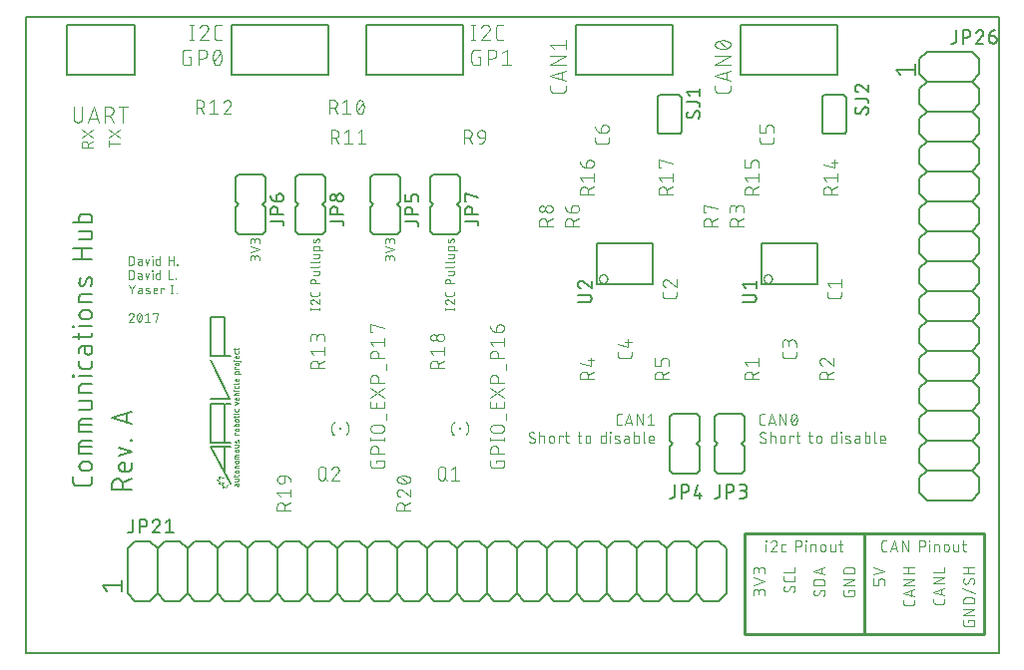
<source format=gto>
G75*
%MOIN*%
%OFA0B0*%
%FSLAX25Y25*%
%IPPOS*%
%LPD*%
%AMOC8*
5,1,8,0,0,1.08239X$1,22.5*
%
%ADD10C,0.00800*%
%ADD11C,0.00300*%
%ADD12C,0.00200*%
%ADD13C,0.00400*%
%ADD14C,0.00600*%
%ADD15C,0.01000*%
%ADD16C,0.00500*%
%ADD17R,0.00787X0.00787*%
%ADD18R,0.00984X0.00591*%
D10*
X0210000Y0455000D02*
X0210000Y0667500D01*
X0535000Y0667500D01*
X0535000Y0455000D01*
X0210000Y0455000D01*
D11*
X0245492Y0575150D02*
X0245492Y0576681D01*
X0246458Y0578050D01*
X0247680Y0577083D02*
X0248325Y0577083D01*
X0248367Y0577081D01*
X0248409Y0577076D01*
X0248450Y0577067D01*
X0248490Y0577054D01*
X0248529Y0577038D01*
X0248567Y0577018D01*
X0248602Y0576996D01*
X0248635Y0576970D01*
X0248667Y0576942D01*
X0248695Y0576910D01*
X0248721Y0576877D01*
X0248743Y0576842D01*
X0248763Y0576804D01*
X0248779Y0576765D01*
X0248792Y0576725D01*
X0248801Y0576684D01*
X0248806Y0576642D01*
X0248808Y0576600D01*
X0248808Y0575150D01*
X0248083Y0575150D01*
X0248036Y0575152D01*
X0247990Y0575158D01*
X0247945Y0575167D01*
X0247900Y0575181D01*
X0247856Y0575198D01*
X0247815Y0575218D01*
X0247775Y0575242D01*
X0247737Y0575269D01*
X0247701Y0575299D01*
X0247668Y0575332D01*
X0247638Y0575368D01*
X0247611Y0575406D01*
X0247587Y0575446D01*
X0247567Y0575487D01*
X0247550Y0575531D01*
X0247536Y0575576D01*
X0247527Y0575621D01*
X0247521Y0575667D01*
X0247519Y0575714D01*
X0247521Y0575761D01*
X0247527Y0575807D01*
X0247536Y0575852D01*
X0247550Y0575897D01*
X0247567Y0575941D01*
X0247587Y0575982D01*
X0247611Y0576022D01*
X0247638Y0576060D01*
X0247668Y0576096D01*
X0247701Y0576129D01*
X0247737Y0576159D01*
X0247775Y0576186D01*
X0247815Y0576210D01*
X0247856Y0576230D01*
X0247900Y0576247D01*
X0247945Y0576261D01*
X0247990Y0576270D01*
X0248036Y0576276D01*
X0248083Y0576278D01*
X0248808Y0576278D01*
X0250369Y0576278D02*
X0251174Y0575956D01*
X0251211Y0575939D01*
X0251245Y0575919D01*
X0251278Y0575896D01*
X0251308Y0575870D01*
X0251336Y0575841D01*
X0251360Y0575810D01*
X0251382Y0575776D01*
X0251400Y0575740D01*
X0251415Y0575703D01*
X0251426Y0575665D01*
X0251433Y0575625D01*
X0251437Y0575585D01*
X0251436Y0575546D01*
X0251432Y0575506D01*
X0251424Y0575467D01*
X0251413Y0575428D01*
X0251398Y0575391D01*
X0251379Y0575356D01*
X0251357Y0575322D01*
X0251332Y0575291D01*
X0251304Y0575263D01*
X0251274Y0575237D01*
X0251241Y0575214D01*
X0251206Y0575194D01*
X0251170Y0575178D01*
X0251132Y0575165D01*
X0251093Y0575157D01*
X0251053Y0575151D01*
X0251013Y0575150D01*
X0251255Y0576923D02*
X0251179Y0576955D01*
X0251101Y0576984D01*
X0251022Y0577009D01*
X0250941Y0577031D01*
X0250860Y0577049D01*
X0250778Y0577063D01*
X0250696Y0577074D01*
X0250613Y0577081D01*
X0250530Y0577084D01*
X0250490Y0577083D01*
X0250450Y0577077D01*
X0250411Y0577069D01*
X0250373Y0577056D01*
X0250337Y0577040D01*
X0250302Y0577020D01*
X0250269Y0576997D01*
X0250239Y0576971D01*
X0250211Y0576943D01*
X0250186Y0576912D01*
X0250164Y0576878D01*
X0250145Y0576843D01*
X0250130Y0576806D01*
X0250119Y0576767D01*
X0250111Y0576728D01*
X0250107Y0576688D01*
X0250106Y0576649D01*
X0250110Y0576609D01*
X0250117Y0576569D01*
X0250128Y0576531D01*
X0250143Y0576494D01*
X0250161Y0576458D01*
X0250183Y0576424D01*
X0250207Y0576393D01*
X0250235Y0576364D01*
X0250265Y0576338D01*
X0250298Y0576315D01*
X0250332Y0576295D01*
X0250369Y0576278D01*
X0250127Y0575311D02*
X0250222Y0575279D01*
X0250318Y0575250D01*
X0250416Y0575225D01*
X0250514Y0575204D01*
X0250613Y0575186D01*
X0250712Y0575171D01*
X0250812Y0575161D01*
X0250913Y0575154D01*
X0251013Y0575150D01*
X0252623Y0575633D02*
X0252623Y0576439D01*
X0252623Y0576117D02*
X0253912Y0576117D01*
X0253912Y0576439D01*
X0253910Y0576488D01*
X0253904Y0576537D01*
X0253895Y0576586D01*
X0253882Y0576633D01*
X0253865Y0576680D01*
X0253845Y0576725D01*
X0253822Y0576768D01*
X0253795Y0576810D01*
X0253765Y0576849D01*
X0253732Y0576886D01*
X0253696Y0576920D01*
X0253658Y0576951D01*
X0253618Y0576980D01*
X0253576Y0577005D01*
X0253531Y0577027D01*
X0253486Y0577045D01*
X0253439Y0577060D01*
X0253391Y0577071D01*
X0253342Y0577079D01*
X0253293Y0577083D01*
X0253243Y0577083D01*
X0253194Y0577079D01*
X0253145Y0577071D01*
X0253097Y0577060D01*
X0253050Y0577045D01*
X0253005Y0577027D01*
X0252960Y0577005D01*
X0252918Y0576980D01*
X0252878Y0576951D01*
X0252840Y0576920D01*
X0252804Y0576886D01*
X0252771Y0576849D01*
X0252741Y0576810D01*
X0252714Y0576768D01*
X0252691Y0576725D01*
X0252671Y0576680D01*
X0252654Y0576633D01*
X0252641Y0576586D01*
X0252632Y0576537D01*
X0252626Y0576488D01*
X0252624Y0576439D01*
X0252624Y0575633D02*
X0252626Y0575591D01*
X0252631Y0575549D01*
X0252640Y0575508D01*
X0252653Y0575468D01*
X0252669Y0575429D01*
X0252689Y0575392D01*
X0252711Y0575356D01*
X0252737Y0575323D01*
X0252765Y0575291D01*
X0252797Y0575263D01*
X0252830Y0575237D01*
X0252866Y0575215D01*
X0252903Y0575195D01*
X0252942Y0575179D01*
X0252982Y0575166D01*
X0253023Y0575157D01*
X0253065Y0575152D01*
X0253107Y0575150D01*
X0253912Y0575150D01*
X0255233Y0575150D02*
X0255233Y0577083D01*
X0256200Y0577083D01*
X0256200Y0576761D01*
X0258609Y0578050D02*
X0259254Y0578050D01*
X0258932Y0578050D02*
X0258932Y0575150D01*
X0259254Y0575150D02*
X0258609Y0575150D01*
X0260291Y0575150D02*
X0260452Y0575150D01*
X0260452Y0575311D01*
X0260291Y0575311D01*
X0260291Y0575150D01*
X0260195Y0579950D02*
X0260034Y0579950D01*
X0260034Y0580111D01*
X0260195Y0580111D01*
X0260195Y0579950D01*
X0259068Y0579950D02*
X0257779Y0579950D01*
X0257779Y0582850D01*
X0257773Y0584750D02*
X0257773Y0587650D01*
X0257773Y0586361D02*
X0259384Y0586361D01*
X0259384Y0587650D02*
X0259384Y0584750D01*
X0260610Y0584750D02*
X0260771Y0584750D01*
X0260771Y0584911D01*
X0260610Y0584911D01*
X0260610Y0584750D01*
X0254791Y0584750D02*
X0253985Y0584750D01*
X0253943Y0584752D01*
X0253901Y0584757D01*
X0253860Y0584766D01*
X0253820Y0584779D01*
X0253781Y0584795D01*
X0253744Y0584815D01*
X0253708Y0584837D01*
X0253675Y0584863D01*
X0253643Y0584891D01*
X0253615Y0584923D01*
X0253589Y0584956D01*
X0253567Y0584992D01*
X0253547Y0585029D01*
X0253531Y0585068D01*
X0253518Y0585108D01*
X0253509Y0585149D01*
X0253504Y0585191D01*
X0253502Y0585233D01*
X0253502Y0586200D01*
X0253504Y0586242D01*
X0253509Y0586284D01*
X0253518Y0586325D01*
X0253531Y0586365D01*
X0253547Y0586404D01*
X0253567Y0586442D01*
X0253589Y0586477D01*
X0253615Y0586510D01*
X0253643Y0586542D01*
X0253675Y0586570D01*
X0253708Y0586596D01*
X0253744Y0586618D01*
X0253781Y0586638D01*
X0253820Y0586654D01*
X0253860Y0586667D01*
X0253901Y0586676D01*
X0253943Y0586681D01*
X0253985Y0586683D01*
X0254791Y0586683D01*
X0254791Y0587650D02*
X0254791Y0584750D01*
X0254791Y0582850D02*
X0254791Y0579950D01*
X0253985Y0579950D01*
X0253943Y0579952D01*
X0253901Y0579957D01*
X0253860Y0579966D01*
X0253820Y0579979D01*
X0253781Y0579995D01*
X0253744Y0580015D01*
X0253708Y0580037D01*
X0253675Y0580063D01*
X0253643Y0580091D01*
X0253615Y0580123D01*
X0253589Y0580156D01*
X0253567Y0580192D01*
X0253547Y0580229D01*
X0253531Y0580268D01*
X0253518Y0580308D01*
X0253509Y0580349D01*
X0253504Y0580391D01*
X0253502Y0580433D01*
X0253502Y0581400D01*
X0253504Y0581442D01*
X0253509Y0581484D01*
X0253518Y0581525D01*
X0253531Y0581565D01*
X0253547Y0581604D01*
X0253567Y0581642D01*
X0253589Y0581677D01*
X0253615Y0581710D01*
X0253643Y0581742D01*
X0253675Y0581770D01*
X0253708Y0581796D01*
X0253744Y0581818D01*
X0253781Y0581838D01*
X0253820Y0581854D01*
X0253860Y0581867D01*
X0253901Y0581876D01*
X0253943Y0581881D01*
X0253985Y0581883D01*
X0254791Y0581883D01*
X0252339Y0581883D02*
X0252339Y0579950D01*
X0250611Y0579950D02*
X0251255Y0581883D01*
X0252258Y0582689D02*
X0252419Y0582689D01*
X0252419Y0582850D01*
X0252258Y0582850D01*
X0252258Y0582689D01*
X0252339Y0584750D02*
X0252339Y0586683D01*
X0252419Y0587489D02*
X0252258Y0587489D01*
X0252258Y0587650D01*
X0252419Y0587650D01*
X0252419Y0587489D01*
X0251255Y0586683D02*
X0250611Y0584750D01*
X0249966Y0586683D01*
X0248743Y0586200D02*
X0248743Y0584750D01*
X0248018Y0584750D01*
X0247971Y0584752D01*
X0247925Y0584758D01*
X0247880Y0584767D01*
X0247835Y0584781D01*
X0247791Y0584798D01*
X0247750Y0584818D01*
X0247710Y0584842D01*
X0247672Y0584869D01*
X0247636Y0584899D01*
X0247603Y0584932D01*
X0247573Y0584968D01*
X0247546Y0585006D01*
X0247522Y0585046D01*
X0247502Y0585087D01*
X0247485Y0585131D01*
X0247471Y0585176D01*
X0247462Y0585221D01*
X0247456Y0585267D01*
X0247454Y0585314D01*
X0247456Y0585361D01*
X0247462Y0585407D01*
X0247471Y0585452D01*
X0247485Y0585497D01*
X0247502Y0585541D01*
X0247522Y0585582D01*
X0247546Y0585622D01*
X0247573Y0585660D01*
X0247603Y0585696D01*
X0247636Y0585729D01*
X0247672Y0585759D01*
X0247710Y0585786D01*
X0247750Y0585810D01*
X0247791Y0585830D01*
X0247835Y0585847D01*
X0247880Y0585861D01*
X0247925Y0585870D01*
X0247971Y0585876D01*
X0248018Y0585878D01*
X0248743Y0585878D01*
X0248743Y0586200D02*
X0248741Y0586242D01*
X0248736Y0586284D01*
X0248727Y0586325D01*
X0248714Y0586365D01*
X0248698Y0586404D01*
X0248678Y0586442D01*
X0248656Y0586477D01*
X0248630Y0586510D01*
X0248602Y0586542D01*
X0248570Y0586570D01*
X0248537Y0586596D01*
X0248502Y0586618D01*
X0248464Y0586638D01*
X0248425Y0586654D01*
X0248385Y0586667D01*
X0248344Y0586676D01*
X0248302Y0586681D01*
X0248260Y0586683D01*
X0247615Y0586683D01*
X0246136Y0586844D02*
X0246136Y0585556D01*
X0246137Y0585556D02*
X0246135Y0585501D01*
X0246129Y0585446D01*
X0246120Y0585392D01*
X0246107Y0585339D01*
X0246090Y0585286D01*
X0246070Y0585235D01*
X0246047Y0585185D01*
X0246020Y0585137D01*
X0245989Y0585091D01*
X0245956Y0585047D01*
X0245920Y0585006D01*
X0245881Y0584967D01*
X0245840Y0584931D01*
X0245796Y0584898D01*
X0245750Y0584867D01*
X0245702Y0584840D01*
X0245652Y0584817D01*
X0245601Y0584797D01*
X0245548Y0584780D01*
X0245495Y0584767D01*
X0245441Y0584758D01*
X0245386Y0584752D01*
X0245331Y0584750D01*
X0244525Y0584750D01*
X0244525Y0587650D01*
X0245331Y0587650D01*
X0245386Y0587648D01*
X0245441Y0587642D01*
X0245495Y0587633D01*
X0245548Y0587620D01*
X0245601Y0587603D01*
X0245652Y0587583D01*
X0245702Y0587560D01*
X0245750Y0587533D01*
X0245796Y0587502D01*
X0245840Y0587469D01*
X0245881Y0587433D01*
X0245920Y0587394D01*
X0245956Y0587353D01*
X0245989Y0587309D01*
X0246020Y0587263D01*
X0246047Y0587215D01*
X0246070Y0587165D01*
X0246090Y0587114D01*
X0246107Y0587061D01*
X0246120Y0587008D01*
X0246129Y0586954D01*
X0246135Y0586899D01*
X0246137Y0586844D01*
X0245331Y0582850D02*
X0244525Y0582850D01*
X0244525Y0579950D01*
X0245331Y0579950D01*
X0245386Y0579952D01*
X0245441Y0579958D01*
X0245495Y0579967D01*
X0245548Y0579980D01*
X0245601Y0579997D01*
X0245652Y0580017D01*
X0245702Y0580040D01*
X0245750Y0580067D01*
X0245796Y0580098D01*
X0245840Y0580131D01*
X0245881Y0580167D01*
X0245920Y0580206D01*
X0245956Y0580247D01*
X0245989Y0580291D01*
X0246020Y0580337D01*
X0246047Y0580385D01*
X0246070Y0580435D01*
X0246090Y0580486D01*
X0246107Y0580539D01*
X0246120Y0580592D01*
X0246129Y0580646D01*
X0246135Y0580701D01*
X0246137Y0580756D01*
X0246136Y0580756D02*
X0246136Y0582044D01*
X0246137Y0582044D02*
X0246135Y0582099D01*
X0246129Y0582154D01*
X0246120Y0582208D01*
X0246107Y0582261D01*
X0246090Y0582314D01*
X0246070Y0582365D01*
X0246047Y0582415D01*
X0246020Y0582463D01*
X0245989Y0582509D01*
X0245956Y0582553D01*
X0245920Y0582594D01*
X0245881Y0582633D01*
X0245840Y0582669D01*
X0245796Y0582702D01*
X0245750Y0582733D01*
X0245702Y0582760D01*
X0245652Y0582783D01*
X0245601Y0582803D01*
X0245548Y0582820D01*
X0245495Y0582833D01*
X0245441Y0582842D01*
X0245386Y0582848D01*
X0245331Y0582850D01*
X0247615Y0581883D02*
X0248260Y0581883D01*
X0248302Y0581881D01*
X0248344Y0581876D01*
X0248385Y0581867D01*
X0248425Y0581854D01*
X0248464Y0581838D01*
X0248502Y0581818D01*
X0248537Y0581796D01*
X0248570Y0581770D01*
X0248602Y0581742D01*
X0248630Y0581710D01*
X0248656Y0581677D01*
X0248678Y0581642D01*
X0248698Y0581604D01*
X0248714Y0581565D01*
X0248727Y0581525D01*
X0248736Y0581484D01*
X0248741Y0581442D01*
X0248743Y0581400D01*
X0248743Y0579950D01*
X0248018Y0579950D01*
X0247971Y0579952D01*
X0247925Y0579958D01*
X0247880Y0579967D01*
X0247835Y0579981D01*
X0247791Y0579998D01*
X0247750Y0580018D01*
X0247710Y0580042D01*
X0247672Y0580069D01*
X0247636Y0580099D01*
X0247603Y0580132D01*
X0247573Y0580168D01*
X0247546Y0580206D01*
X0247522Y0580246D01*
X0247502Y0580287D01*
X0247485Y0580331D01*
X0247471Y0580376D01*
X0247462Y0580421D01*
X0247456Y0580467D01*
X0247454Y0580514D01*
X0247456Y0580561D01*
X0247462Y0580607D01*
X0247471Y0580652D01*
X0247485Y0580697D01*
X0247502Y0580741D01*
X0247522Y0580782D01*
X0247546Y0580822D01*
X0247573Y0580860D01*
X0247603Y0580896D01*
X0247636Y0580929D01*
X0247672Y0580959D01*
X0247710Y0580986D01*
X0247750Y0581010D01*
X0247791Y0581030D01*
X0247835Y0581047D01*
X0247880Y0581061D01*
X0247925Y0581070D01*
X0247971Y0581076D01*
X0248018Y0581078D01*
X0248743Y0581078D01*
X0249966Y0581883D02*
X0250611Y0579950D01*
X0245492Y0576681D02*
X0244525Y0578050D01*
X0285150Y0586229D02*
X0285150Y0587196D01*
X0285152Y0587245D01*
X0285158Y0587294D01*
X0285167Y0587343D01*
X0285180Y0587390D01*
X0285197Y0587437D01*
X0285217Y0587482D01*
X0285240Y0587525D01*
X0285267Y0587567D01*
X0285297Y0587606D01*
X0285330Y0587643D01*
X0285366Y0587677D01*
X0285404Y0587708D01*
X0285444Y0587737D01*
X0285486Y0587762D01*
X0285531Y0587784D01*
X0285576Y0587802D01*
X0285623Y0587817D01*
X0285671Y0587828D01*
X0285720Y0587836D01*
X0285769Y0587840D01*
X0285819Y0587840D01*
X0285868Y0587836D01*
X0285917Y0587828D01*
X0285965Y0587817D01*
X0286012Y0587802D01*
X0286057Y0587784D01*
X0286102Y0587762D01*
X0286144Y0587737D01*
X0286184Y0587708D01*
X0286222Y0587677D01*
X0286258Y0587643D01*
X0286291Y0587606D01*
X0286321Y0587567D01*
X0286348Y0587525D01*
X0286371Y0587482D01*
X0286391Y0587437D01*
X0286408Y0587390D01*
X0286421Y0587343D01*
X0286430Y0587294D01*
X0286436Y0587245D01*
X0286438Y0587196D01*
X0286439Y0587196D02*
X0286439Y0586551D01*
X0286438Y0587034D02*
X0286440Y0587089D01*
X0286446Y0587144D01*
X0286455Y0587198D01*
X0286468Y0587251D01*
X0286485Y0587304D01*
X0286505Y0587355D01*
X0286528Y0587405D01*
X0286555Y0587453D01*
X0286586Y0587499D01*
X0286619Y0587543D01*
X0286655Y0587584D01*
X0286694Y0587623D01*
X0286735Y0587659D01*
X0286779Y0587692D01*
X0286825Y0587723D01*
X0286873Y0587750D01*
X0286923Y0587773D01*
X0286974Y0587793D01*
X0287027Y0587810D01*
X0287080Y0587823D01*
X0287134Y0587832D01*
X0287189Y0587838D01*
X0287244Y0587840D01*
X0287299Y0587838D01*
X0287354Y0587832D01*
X0287408Y0587823D01*
X0287461Y0587810D01*
X0287514Y0587793D01*
X0287565Y0587773D01*
X0287615Y0587750D01*
X0287663Y0587723D01*
X0287709Y0587692D01*
X0287753Y0587659D01*
X0287794Y0587623D01*
X0287833Y0587584D01*
X0287869Y0587543D01*
X0287902Y0587499D01*
X0287933Y0587453D01*
X0287960Y0587405D01*
X0287983Y0587355D01*
X0288003Y0587304D01*
X0288020Y0587251D01*
X0288033Y0587198D01*
X0288042Y0587144D01*
X0288048Y0587089D01*
X0288050Y0587034D01*
X0288050Y0586229D01*
X0288050Y0589914D02*
X0285150Y0590881D01*
X0285150Y0591989D02*
X0285150Y0592956D01*
X0285152Y0593005D01*
X0285158Y0593054D01*
X0285167Y0593103D01*
X0285180Y0593150D01*
X0285197Y0593197D01*
X0285217Y0593242D01*
X0285240Y0593285D01*
X0285267Y0593327D01*
X0285297Y0593366D01*
X0285330Y0593403D01*
X0285366Y0593437D01*
X0285404Y0593468D01*
X0285444Y0593497D01*
X0285486Y0593522D01*
X0285531Y0593544D01*
X0285576Y0593562D01*
X0285623Y0593577D01*
X0285671Y0593588D01*
X0285720Y0593596D01*
X0285769Y0593600D01*
X0285819Y0593600D01*
X0285868Y0593596D01*
X0285917Y0593588D01*
X0285965Y0593577D01*
X0286012Y0593562D01*
X0286057Y0593544D01*
X0286102Y0593522D01*
X0286144Y0593497D01*
X0286184Y0593468D01*
X0286222Y0593437D01*
X0286258Y0593403D01*
X0286291Y0593366D01*
X0286321Y0593327D01*
X0286348Y0593285D01*
X0286371Y0593242D01*
X0286391Y0593197D01*
X0286408Y0593150D01*
X0286421Y0593103D01*
X0286430Y0593054D01*
X0286436Y0593005D01*
X0286438Y0592956D01*
X0286439Y0592956D02*
X0286439Y0592311D01*
X0286438Y0592794D02*
X0286440Y0592849D01*
X0286446Y0592904D01*
X0286455Y0592958D01*
X0286468Y0593011D01*
X0286485Y0593064D01*
X0286505Y0593115D01*
X0286528Y0593165D01*
X0286555Y0593213D01*
X0286586Y0593259D01*
X0286619Y0593303D01*
X0286655Y0593344D01*
X0286694Y0593383D01*
X0286735Y0593419D01*
X0286779Y0593452D01*
X0286825Y0593483D01*
X0286873Y0593510D01*
X0286923Y0593533D01*
X0286974Y0593553D01*
X0287027Y0593570D01*
X0287080Y0593583D01*
X0287134Y0593592D01*
X0287189Y0593598D01*
X0287244Y0593600D01*
X0287299Y0593598D01*
X0287354Y0593592D01*
X0287408Y0593583D01*
X0287461Y0593570D01*
X0287514Y0593553D01*
X0287565Y0593533D01*
X0287615Y0593510D01*
X0287663Y0593483D01*
X0287709Y0593452D01*
X0287753Y0593419D01*
X0287794Y0593383D01*
X0287833Y0593344D01*
X0287869Y0593303D01*
X0287902Y0593259D01*
X0287933Y0593213D01*
X0287960Y0593165D01*
X0287983Y0593115D01*
X0288003Y0593064D01*
X0288020Y0593011D01*
X0288033Y0592958D01*
X0288042Y0592904D01*
X0288048Y0592849D01*
X0288050Y0592794D01*
X0288050Y0591989D01*
X0288050Y0589914D02*
X0285150Y0588948D01*
X0305150Y0585447D02*
X0307567Y0585447D01*
X0307567Y0585448D02*
X0307609Y0585450D01*
X0307651Y0585455D01*
X0307692Y0585464D01*
X0307732Y0585477D01*
X0307771Y0585493D01*
X0307809Y0585513D01*
X0307844Y0585535D01*
X0307877Y0585561D01*
X0307909Y0585589D01*
X0307937Y0585621D01*
X0307963Y0585654D01*
X0307985Y0585690D01*
X0308005Y0585727D01*
X0308021Y0585766D01*
X0308034Y0585806D01*
X0308043Y0585847D01*
X0308048Y0585889D01*
X0308050Y0585931D01*
X0307567Y0587047D02*
X0306117Y0587047D01*
X0306117Y0588335D02*
X0308050Y0588335D01*
X0308050Y0587530D01*
X0308048Y0587488D01*
X0308043Y0587446D01*
X0308034Y0587405D01*
X0308021Y0587365D01*
X0308005Y0587326D01*
X0307985Y0587289D01*
X0307963Y0587253D01*
X0307937Y0587220D01*
X0307909Y0587188D01*
X0307877Y0587160D01*
X0307844Y0587134D01*
X0307809Y0587112D01*
X0307771Y0587092D01*
X0307732Y0587076D01*
X0307692Y0587063D01*
X0307651Y0587054D01*
X0307609Y0587049D01*
X0307567Y0587047D01*
X0308050Y0584395D02*
X0308048Y0584353D01*
X0308043Y0584311D01*
X0308034Y0584270D01*
X0308021Y0584230D01*
X0308005Y0584191D01*
X0307985Y0584154D01*
X0307963Y0584118D01*
X0307937Y0584085D01*
X0307909Y0584053D01*
X0307877Y0584025D01*
X0307844Y0583999D01*
X0307809Y0583977D01*
X0307771Y0583957D01*
X0307732Y0583941D01*
X0307692Y0583928D01*
X0307651Y0583919D01*
X0307609Y0583914D01*
X0307567Y0583912D01*
X0307567Y0583911D02*
X0305150Y0583911D01*
X0306117Y0582575D02*
X0308050Y0582575D01*
X0308050Y0581770D01*
X0308048Y0581728D01*
X0308043Y0581686D01*
X0308034Y0581645D01*
X0308021Y0581605D01*
X0308005Y0581566D01*
X0307985Y0581529D01*
X0307963Y0581493D01*
X0307937Y0581460D01*
X0307909Y0581428D01*
X0307877Y0581400D01*
X0307844Y0581374D01*
X0307809Y0581352D01*
X0307771Y0581332D01*
X0307732Y0581316D01*
X0307692Y0581303D01*
X0307651Y0581294D01*
X0307609Y0581289D01*
X0307567Y0581287D01*
X0306117Y0581287D01*
X0306762Y0579289D02*
X0306760Y0579344D01*
X0306754Y0579399D01*
X0306745Y0579453D01*
X0306732Y0579506D01*
X0306715Y0579559D01*
X0306695Y0579610D01*
X0306672Y0579660D01*
X0306645Y0579708D01*
X0306614Y0579754D01*
X0306581Y0579798D01*
X0306545Y0579839D01*
X0306506Y0579878D01*
X0306465Y0579914D01*
X0306421Y0579947D01*
X0306375Y0579978D01*
X0306327Y0580005D01*
X0306277Y0580028D01*
X0306226Y0580048D01*
X0306173Y0580065D01*
X0306120Y0580078D01*
X0306066Y0580087D01*
X0306011Y0580093D01*
X0305956Y0580095D01*
X0305901Y0580093D01*
X0305846Y0580087D01*
X0305792Y0580078D01*
X0305739Y0580065D01*
X0305686Y0580048D01*
X0305635Y0580028D01*
X0305585Y0580005D01*
X0305537Y0579978D01*
X0305491Y0579947D01*
X0305447Y0579914D01*
X0305406Y0579878D01*
X0305367Y0579839D01*
X0305331Y0579798D01*
X0305298Y0579754D01*
X0305267Y0579708D01*
X0305240Y0579660D01*
X0305217Y0579610D01*
X0305197Y0579559D01*
X0305180Y0579506D01*
X0305167Y0579453D01*
X0305158Y0579399D01*
X0305152Y0579344D01*
X0305150Y0579289D01*
X0305150Y0578484D01*
X0308050Y0578484D01*
X0306761Y0578484D02*
X0306761Y0579289D01*
X0308050Y0575685D02*
X0308050Y0575041D01*
X0308048Y0574993D01*
X0308043Y0574945D01*
X0308034Y0574898D01*
X0308021Y0574851D01*
X0308005Y0574806D01*
X0307986Y0574762D01*
X0307964Y0574719D01*
X0307938Y0574678D01*
X0307909Y0574639D01*
X0307878Y0574603D01*
X0307844Y0574569D01*
X0307808Y0574538D01*
X0307769Y0574509D01*
X0307728Y0574483D01*
X0307685Y0574461D01*
X0307641Y0574442D01*
X0307596Y0574426D01*
X0307549Y0574413D01*
X0307502Y0574404D01*
X0307454Y0574399D01*
X0307406Y0574397D01*
X0307406Y0574396D02*
X0305794Y0574396D01*
X0305794Y0574397D02*
X0305743Y0574399D01*
X0305693Y0574405D01*
X0305644Y0574415D01*
X0305595Y0574429D01*
X0305548Y0574446D01*
X0305502Y0574467D01*
X0305458Y0574492D01*
X0305415Y0574520D01*
X0305376Y0574551D01*
X0305339Y0574586D01*
X0305304Y0574623D01*
X0305273Y0574662D01*
X0305245Y0574704D01*
X0305220Y0574749D01*
X0305199Y0574795D01*
X0305182Y0574842D01*
X0305168Y0574891D01*
X0305158Y0574940D01*
X0305152Y0574990D01*
X0305150Y0575041D01*
X0305150Y0575685D01*
X0306439Y0572895D02*
X0308050Y0571526D01*
X0308050Y0573137D01*
X0305794Y0571526D02*
X0305739Y0571546D01*
X0305685Y0571569D01*
X0305633Y0571596D01*
X0305583Y0571626D01*
X0305534Y0571658D01*
X0305488Y0571694D01*
X0305444Y0571733D01*
X0305403Y0571774D01*
X0305364Y0571818D01*
X0305328Y0571864D01*
X0305295Y0571913D01*
X0305265Y0571963D01*
X0305239Y0572015D01*
X0305215Y0572069D01*
X0305196Y0572124D01*
X0305179Y0572180D01*
X0305167Y0572237D01*
X0305157Y0572295D01*
X0305152Y0572353D01*
X0305150Y0572412D01*
X0305152Y0572464D01*
X0305157Y0572515D01*
X0305167Y0572566D01*
X0305179Y0572616D01*
X0305196Y0572665D01*
X0305216Y0572713D01*
X0305239Y0572759D01*
X0305265Y0572804D01*
X0305295Y0572846D01*
X0305327Y0572887D01*
X0305362Y0572925D01*
X0305400Y0572960D01*
X0305441Y0572992D01*
X0305483Y0573022D01*
X0305528Y0573048D01*
X0305574Y0573071D01*
X0305622Y0573091D01*
X0305671Y0573108D01*
X0305721Y0573120D01*
X0305772Y0573130D01*
X0305823Y0573135D01*
X0305875Y0573137D01*
X0305928Y0573135D01*
X0305980Y0573130D01*
X0306032Y0573121D01*
X0306083Y0573109D01*
X0306133Y0573093D01*
X0306182Y0573074D01*
X0306229Y0573052D01*
X0306275Y0573026D01*
X0306320Y0572998D01*
X0306362Y0572966D01*
X0306402Y0572932D01*
X0306439Y0572895D01*
X0305150Y0570349D02*
X0305150Y0569705D01*
X0305150Y0570027D02*
X0308050Y0570027D01*
X0308050Y0569705D02*
X0308050Y0570349D01*
X0308050Y0589751D02*
X0308050Y0590556D01*
X0308048Y0590598D01*
X0308043Y0590640D01*
X0308034Y0590681D01*
X0308021Y0590721D01*
X0308005Y0590760D01*
X0307985Y0590798D01*
X0307963Y0590833D01*
X0307937Y0590866D01*
X0307909Y0590898D01*
X0307877Y0590926D01*
X0307844Y0590952D01*
X0307809Y0590974D01*
X0307771Y0590994D01*
X0307732Y0591010D01*
X0307692Y0591023D01*
X0307651Y0591032D01*
X0307609Y0591037D01*
X0307567Y0591039D01*
X0307567Y0591040D02*
X0306600Y0591040D01*
X0306600Y0591039D02*
X0306558Y0591037D01*
X0306516Y0591032D01*
X0306475Y0591023D01*
X0306435Y0591010D01*
X0306396Y0590994D01*
X0306359Y0590974D01*
X0306323Y0590952D01*
X0306290Y0590926D01*
X0306258Y0590898D01*
X0306230Y0590866D01*
X0306204Y0590833D01*
X0306182Y0590798D01*
X0306162Y0590760D01*
X0306146Y0590721D01*
X0306133Y0590681D01*
X0306124Y0590640D01*
X0306119Y0590598D01*
X0306117Y0590556D01*
X0306117Y0589751D01*
X0309017Y0589751D01*
X0306116Y0592633D02*
X0306119Y0592716D01*
X0306126Y0592799D01*
X0306137Y0592881D01*
X0306151Y0592963D01*
X0306169Y0593044D01*
X0306191Y0593125D01*
X0306216Y0593204D01*
X0306245Y0593282D01*
X0306277Y0593358D01*
X0306116Y0592633D02*
X0306117Y0592593D01*
X0306123Y0592553D01*
X0306131Y0592514D01*
X0306144Y0592476D01*
X0306160Y0592440D01*
X0306180Y0592405D01*
X0306203Y0592372D01*
X0306229Y0592342D01*
X0306257Y0592314D01*
X0306288Y0592289D01*
X0306322Y0592267D01*
X0306357Y0592248D01*
X0306394Y0592233D01*
X0306433Y0592222D01*
X0306472Y0592214D01*
X0306512Y0592210D01*
X0306551Y0592209D01*
X0306591Y0592213D01*
X0306631Y0592220D01*
X0306669Y0592231D01*
X0306706Y0592246D01*
X0306742Y0592264D01*
X0306776Y0592286D01*
X0306807Y0592310D01*
X0306836Y0592338D01*
X0306862Y0592368D01*
X0306885Y0592401D01*
X0306905Y0592435D01*
X0306922Y0592472D01*
X0307244Y0593278D01*
X0307261Y0593315D01*
X0307281Y0593349D01*
X0307304Y0593382D01*
X0307330Y0593412D01*
X0307359Y0593440D01*
X0307390Y0593464D01*
X0307424Y0593486D01*
X0307460Y0593504D01*
X0307497Y0593519D01*
X0307535Y0593530D01*
X0307575Y0593537D01*
X0307615Y0593541D01*
X0307654Y0593540D01*
X0307694Y0593536D01*
X0307733Y0593528D01*
X0307772Y0593517D01*
X0307809Y0593502D01*
X0307844Y0593483D01*
X0307878Y0593461D01*
X0307909Y0593436D01*
X0307937Y0593408D01*
X0307963Y0593378D01*
X0307986Y0593345D01*
X0308006Y0593310D01*
X0308022Y0593274D01*
X0308035Y0593236D01*
X0308043Y0593197D01*
X0308049Y0593157D01*
X0308050Y0593117D01*
X0308046Y0593017D01*
X0308039Y0592916D01*
X0308029Y0592816D01*
X0308014Y0592717D01*
X0307996Y0592618D01*
X0307975Y0592520D01*
X0307950Y0592422D01*
X0307921Y0592326D01*
X0307889Y0592231D01*
X0330150Y0591989D02*
X0330150Y0592956D01*
X0330152Y0593005D01*
X0330158Y0593054D01*
X0330167Y0593103D01*
X0330180Y0593150D01*
X0330197Y0593197D01*
X0330217Y0593242D01*
X0330240Y0593285D01*
X0330267Y0593327D01*
X0330297Y0593366D01*
X0330330Y0593403D01*
X0330366Y0593437D01*
X0330404Y0593468D01*
X0330444Y0593497D01*
X0330486Y0593522D01*
X0330531Y0593544D01*
X0330576Y0593562D01*
X0330623Y0593577D01*
X0330671Y0593588D01*
X0330720Y0593596D01*
X0330769Y0593600D01*
X0330819Y0593600D01*
X0330868Y0593596D01*
X0330917Y0593588D01*
X0330965Y0593577D01*
X0331012Y0593562D01*
X0331057Y0593544D01*
X0331102Y0593522D01*
X0331144Y0593497D01*
X0331184Y0593468D01*
X0331222Y0593437D01*
X0331258Y0593403D01*
X0331291Y0593366D01*
X0331321Y0593327D01*
X0331348Y0593285D01*
X0331371Y0593242D01*
X0331391Y0593197D01*
X0331408Y0593150D01*
X0331421Y0593103D01*
X0331430Y0593054D01*
X0331436Y0593005D01*
X0331438Y0592956D01*
X0331439Y0592956D02*
X0331439Y0592311D01*
X0331438Y0592794D02*
X0331440Y0592849D01*
X0331446Y0592904D01*
X0331455Y0592958D01*
X0331468Y0593011D01*
X0331485Y0593064D01*
X0331505Y0593115D01*
X0331528Y0593165D01*
X0331555Y0593213D01*
X0331586Y0593259D01*
X0331619Y0593303D01*
X0331655Y0593344D01*
X0331694Y0593383D01*
X0331735Y0593419D01*
X0331779Y0593452D01*
X0331825Y0593483D01*
X0331873Y0593510D01*
X0331923Y0593533D01*
X0331974Y0593553D01*
X0332027Y0593570D01*
X0332080Y0593583D01*
X0332134Y0593592D01*
X0332189Y0593598D01*
X0332244Y0593600D01*
X0332299Y0593598D01*
X0332354Y0593592D01*
X0332408Y0593583D01*
X0332461Y0593570D01*
X0332514Y0593553D01*
X0332565Y0593533D01*
X0332615Y0593510D01*
X0332663Y0593483D01*
X0332709Y0593452D01*
X0332753Y0593419D01*
X0332794Y0593383D01*
X0332833Y0593344D01*
X0332869Y0593303D01*
X0332902Y0593259D01*
X0332933Y0593213D01*
X0332960Y0593165D01*
X0332983Y0593115D01*
X0333003Y0593064D01*
X0333020Y0593011D01*
X0333033Y0592958D01*
X0333042Y0592904D01*
X0333048Y0592849D01*
X0333050Y0592794D01*
X0333050Y0591989D01*
X0333050Y0589914D02*
X0330150Y0590881D01*
X0330150Y0588948D02*
X0333050Y0589914D01*
X0333050Y0587034D02*
X0333050Y0586229D01*
X0333050Y0587034D02*
X0333048Y0587089D01*
X0333042Y0587144D01*
X0333033Y0587198D01*
X0333020Y0587251D01*
X0333003Y0587304D01*
X0332983Y0587355D01*
X0332960Y0587405D01*
X0332933Y0587453D01*
X0332902Y0587499D01*
X0332869Y0587543D01*
X0332833Y0587584D01*
X0332794Y0587623D01*
X0332753Y0587659D01*
X0332709Y0587692D01*
X0332663Y0587723D01*
X0332615Y0587750D01*
X0332565Y0587773D01*
X0332514Y0587793D01*
X0332461Y0587810D01*
X0332408Y0587823D01*
X0332354Y0587832D01*
X0332299Y0587838D01*
X0332244Y0587840D01*
X0332189Y0587838D01*
X0332134Y0587832D01*
X0332080Y0587823D01*
X0332027Y0587810D01*
X0331974Y0587793D01*
X0331923Y0587773D01*
X0331873Y0587750D01*
X0331825Y0587723D01*
X0331779Y0587692D01*
X0331735Y0587659D01*
X0331694Y0587623D01*
X0331655Y0587584D01*
X0331619Y0587543D01*
X0331586Y0587499D01*
X0331555Y0587453D01*
X0331528Y0587405D01*
X0331505Y0587355D01*
X0331485Y0587304D01*
X0331468Y0587251D01*
X0331455Y0587198D01*
X0331446Y0587144D01*
X0331440Y0587089D01*
X0331438Y0587034D01*
X0331439Y0587196D02*
X0331439Y0586551D01*
X0331438Y0587196D02*
X0331436Y0587245D01*
X0331430Y0587294D01*
X0331421Y0587343D01*
X0331408Y0587390D01*
X0331391Y0587437D01*
X0331371Y0587482D01*
X0331348Y0587525D01*
X0331321Y0587567D01*
X0331291Y0587606D01*
X0331258Y0587643D01*
X0331222Y0587677D01*
X0331184Y0587708D01*
X0331144Y0587737D01*
X0331102Y0587762D01*
X0331057Y0587784D01*
X0331012Y0587802D01*
X0330965Y0587817D01*
X0330917Y0587828D01*
X0330868Y0587836D01*
X0330819Y0587840D01*
X0330769Y0587840D01*
X0330720Y0587836D01*
X0330671Y0587828D01*
X0330623Y0587817D01*
X0330576Y0587802D01*
X0330531Y0587784D01*
X0330486Y0587762D01*
X0330444Y0587737D01*
X0330404Y0587708D01*
X0330366Y0587677D01*
X0330330Y0587643D01*
X0330297Y0587606D01*
X0330267Y0587567D01*
X0330240Y0587525D01*
X0330217Y0587482D01*
X0330197Y0587437D01*
X0330180Y0587390D01*
X0330167Y0587343D01*
X0330158Y0587294D01*
X0330152Y0587245D01*
X0330150Y0587196D01*
X0330150Y0586229D01*
X0350150Y0585447D02*
X0352567Y0585447D01*
X0352567Y0585448D02*
X0352609Y0585450D01*
X0352651Y0585455D01*
X0352692Y0585464D01*
X0352732Y0585477D01*
X0352771Y0585493D01*
X0352809Y0585513D01*
X0352844Y0585535D01*
X0352877Y0585561D01*
X0352909Y0585589D01*
X0352937Y0585621D01*
X0352963Y0585654D01*
X0352985Y0585690D01*
X0353005Y0585727D01*
X0353021Y0585766D01*
X0353034Y0585806D01*
X0353043Y0585847D01*
X0353048Y0585889D01*
X0353050Y0585931D01*
X0352567Y0587047D02*
X0351117Y0587047D01*
X0351117Y0588335D02*
X0353050Y0588335D01*
X0353050Y0587530D01*
X0353048Y0587488D01*
X0353043Y0587446D01*
X0353034Y0587405D01*
X0353021Y0587365D01*
X0353005Y0587326D01*
X0352985Y0587289D01*
X0352963Y0587253D01*
X0352937Y0587220D01*
X0352909Y0587188D01*
X0352877Y0587160D01*
X0352844Y0587134D01*
X0352809Y0587112D01*
X0352771Y0587092D01*
X0352732Y0587076D01*
X0352692Y0587063D01*
X0352651Y0587054D01*
X0352609Y0587049D01*
X0352567Y0587047D01*
X0353050Y0584395D02*
X0353048Y0584353D01*
X0353043Y0584311D01*
X0353034Y0584270D01*
X0353021Y0584230D01*
X0353005Y0584191D01*
X0352985Y0584154D01*
X0352963Y0584118D01*
X0352937Y0584085D01*
X0352909Y0584053D01*
X0352877Y0584025D01*
X0352844Y0583999D01*
X0352809Y0583977D01*
X0352771Y0583957D01*
X0352732Y0583941D01*
X0352692Y0583928D01*
X0352651Y0583919D01*
X0352609Y0583914D01*
X0352567Y0583912D01*
X0352567Y0583911D02*
X0350150Y0583911D01*
X0351117Y0582575D02*
X0353050Y0582575D01*
X0353050Y0581770D01*
X0353048Y0581728D01*
X0353043Y0581686D01*
X0353034Y0581645D01*
X0353021Y0581605D01*
X0353005Y0581566D01*
X0352985Y0581529D01*
X0352963Y0581493D01*
X0352937Y0581460D01*
X0352909Y0581428D01*
X0352877Y0581400D01*
X0352844Y0581374D01*
X0352809Y0581352D01*
X0352771Y0581332D01*
X0352732Y0581316D01*
X0352692Y0581303D01*
X0352651Y0581294D01*
X0352609Y0581289D01*
X0352567Y0581287D01*
X0351117Y0581287D01*
X0351762Y0579289D02*
X0351760Y0579344D01*
X0351754Y0579399D01*
X0351745Y0579453D01*
X0351732Y0579506D01*
X0351715Y0579559D01*
X0351695Y0579610D01*
X0351672Y0579660D01*
X0351645Y0579708D01*
X0351614Y0579754D01*
X0351581Y0579798D01*
X0351545Y0579839D01*
X0351506Y0579878D01*
X0351465Y0579914D01*
X0351421Y0579947D01*
X0351375Y0579978D01*
X0351327Y0580005D01*
X0351277Y0580028D01*
X0351226Y0580048D01*
X0351173Y0580065D01*
X0351120Y0580078D01*
X0351066Y0580087D01*
X0351011Y0580093D01*
X0350956Y0580095D01*
X0350901Y0580093D01*
X0350846Y0580087D01*
X0350792Y0580078D01*
X0350739Y0580065D01*
X0350686Y0580048D01*
X0350635Y0580028D01*
X0350585Y0580005D01*
X0350537Y0579978D01*
X0350491Y0579947D01*
X0350447Y0579914D01*
X0350406Y0579878D01*
X0350367Y0579839D01*
X0350331Y0579798D01*
X0350298Y0579754D01*
X0350267Y0579708D01*
X0350240Y0579660D01*
X0350217Y0579610D01*
X0350197Y0579559D01*
X0350180Y0579506D01*
X0350167Y0579453D01*
X0350158Y0579399D01*
X0350152Y0579344D01*
X0350150Y0579289D01*
X0350150Y0578484D01*
X0353050Y0578484D01*
X0351761Y0578484D02*
X0351761Y0579289D01*
X0353050Y0575685D02*
X0353050Y0575041D01*
X0353048Y0574993D01*
X0353043Y0574945D01*
X0353034Y0574898D01*
X0353021Y0574851D01*
X0353005Y0574806D01*
X0352986Y0574762D01*
X0352964Y0574719D01*
X0352938Y0574678D01*
X0352909Y0574639D01*
X0352878Y0574603D01*
X0352844Y0574569D01*
X0352808Y0574538D01*
X0352769Y0574509D01*
X0352728Y0574483D01*
X0352685Y0574461D01*
X0352641Y0574442D01*
X0352596Y0574426D01*
X0352549Y0574413D01*
X0352502Y0574404D01*
X0352454Y0574399D01*
X0352406Y0574397D01*
X0352406Y0574396D02*
X0350794Y0574396D01*
X0350794Y0574397D02*
X0350743Y0574399D01*
X0350693Y0574405D01*
X0350644Y0574415D01*
X0350595Y0574429D01*
X0350548Y0574446D01*
X0350502Y0574467D01*
X0350458Y0574492D01*
X0350415Y0574520D01*
X0350376Y0574551D01*
X0350339Y0574586D01*
X0350304Y0574623D01*
X0350273Y0574662D01*
X0350245Y0574704D01*
X0350220Y0574749D01*
X0350199Y0574795D01*
X0350182Y0574842D01*
X0350168Y0574891D01*
X0350158Y0574940D01*
X0350152Y0574990D01*
X0350150Y0575041D01*
X0350150Y0575685D01*
X0351439Y0572895D02*
X0353050Y0571526D01*
X0353050Y0573137D01*
X0350794Y0571526D02*
X0350739Y0571546D01*
X0350685Y0571569D01*
X0350633Y0571596D01*
X0350583Y0571626D01*
X0350534Y0571658D01*
X0350488Y0571694D01*
X0350444Y0571733D01*
X0350403Y0571774D01*
X0350364Y0571818D01*
X0350328Y0571864D01*
X0350295Y0571913D01*
X0350265Y0571963D01*
X0350239Y0572015D01*
X0350215Y0572069D01*
X0350196Y0572124D01*
X0350179Y0572180D01*
X0350167Y0572237D01*
X0350157Y0572295D01*
X0350152Y0572353D01*
X0350150Y0572412D01*
X0350152Y0572464D01*
X0350157Y0572515D01*
X0350167Y0572566D01*
X0350179Y0572616D01*
X0350196Y0572665D01*
X0350216Y0572713D01*
X0350239Y0572759D01*
X0350265Y0572804D01*
X0350295Y0572846D01*
X0350327Y0572887D01*
X0350362Y0572925D01*
X0350400Y0572960D01*
X0350441Y0572992D01*
X0350483Y0573022D01*
X0350528Y0573048D01*
X0350574Y0573071D01*
X0350622Y0573091D01*
X0350671Y0573108D01*
X0350721Y0573120D01*
X0350772Y0573130D01*
X0350823Y0573135D01*
X0350875Y0573137D01*
X0350928Y0573135D01*
X0350980Y0573130D01*
X0351032Y0573121D01*
X0351083Y0573109D01*
X0351133Y0573093D01*
X0351182Y0573074D01*
X0351229Y0573052D01*
X0351275Y0573026D01*
X0351320Y0572998D01*
X0351362Y0572966D01*
X0351402Y0572932D01*
X0351439Y0572895D01*
X0350150Y0570349D02*
X0350150Y0569705D01*
X0350150Y0570027D02*
X0353050Y0570027D01*
X0353050Y0569705D02*
X0353050Y0570349D01*
X0353050Y0589751D02*
X0353050Y0590556D01*
X0353048Y0590598D01*
X0353043Y0590640D01*
X0353034Y0590681D01*
X0353021Y0590721D01*
X0353005Y0590760D01*
X0352985Y0590798D01*
X0352963Y0590833D01*
X0352937Y0590866D01*
X0352909Y0590898D01*
X0352877Y0590926D01*
X0352844Y0590952D01*
X0352809Y0590974D01*
X0352771Y0590994D01*
X0352732Y0591010D01*
X0352692Y0591023D01*
X0352651Y0591032D01*
X0352609Y0591037D01*
X0352567Y0591039D01*
X0352567Y0591040D02*
X0351600Y0591040D01*
X0351600Y0591039D02*
X0351558Y0591037D01*
X0351516Y0591032D01*
X0351475Y0591023D01*
X0351435Y0591010D01*
X0351396Y0590994D01*
X0351359Y0590974D01*
X0351323Y0590952D01*
X0351290Y0590926D01*
X0351258Y0590898D01*
X0351230Y0590866D01*
X0351204Y0590833D01*
X0351182Y0590798D01*
X0351162Y0590760D01*
X0351146Y0590721D01*
X0351133Y0590681D01*
X0351124Y0590640D01*
X0351119Y0590598D01*
X0351117Y0590556D01*
X0351117Y0589751D01*
X0354017Y0589751D01*
X0351116Y0592633D02*
X0351119Y0592716D01*
X0351126Y0592799D01*
X0351137Y0592881D01*
X0351151Y0592963D01*
X0351169Y0593044D01*
X0351191Y0593125D01*
X0351216Y0593204D01*
X0351245Y0593282D01*
X0351277Y0593358D01*
X0351116Y0592633D02*
X0351117Y0592593D01*
X0351123Y0592553D01*
X0351131Y0592514D01*
X0351144Y0592476D01*
X0351160Y0592440D01*
X0351180Y0592405D01*
X0351203Y0592372D01*
X0351229Y0592342D01*
X0351257Y0592314D01*
X0351288Y0592289D01*
X0351322Y0592267D01*
X0351357Y0592248D01*
X0351394Y0592233D01*
X0351433Y0592222D01*
X0351472Y0592214D01*
X0351512Y0592210D01*
X0351551Y0592209D01*
X0351591Y0592213D01*
X0351631Y0592220D01*
X0351669Y0592231D01*
X0351706Y0592246D01*
X0351742Y0592264D01*
X0351776Y0592286D01*
X0351807Y0592310D01*
X0351836Y0592338D01*
X0351862Y0592368D01*
X0351885Y0592401D01*
X0351905Y0592435D01*
X0351922Y0592472D01*
X0352244Y0593278D01*
X0352261Y0593315D01*
X0352281Y0593349D01*
X0352304Y0593382D01*
X0352330Y0593412D01*
X0352359Y0593440D01*
X0352390Y0593464D01*
X0352424Y0593486D01*
X0352460Y0593504D01*
X0352497Y0593519D01*
X0352535Y0593530D01*
X0352575Y0593537D01*
X0352615Y0593541D01*
X0352654Y0593540D01*
X0352694Y0593536D01*
X0352733Y0593528D01*
X0352772Y0593517D01*
X0352809Y0593502D01*
X0352844Y0593483D01*
X0352878Y0593461D01*
X0352909Y0593436D01*
X0352937Y0593408D01*
X0352963Y0593378D01*
X0352986Y0593345D01*
X0353006Y0593310D01*
X0353022Y0593274D01*
X0353035Y0593236D01*
X0353043Y0593197D01*
X0353049Y0593157D01*
X0353050Y0593117D01*
X0353046Y0593017D01*
X0353039Y0592916D01*
X0353029Y0592816D01*
X0353014Y0592717D01*
X0352996Y0592618D01*
X0352975Y0592520D01*
X0352950Y0592422D01*
X0352921Y0592326D01*
X0352889Y0592231D01*
X0378965Y0528850D02*
X0378909Y0528848D01*
X0378853Y0528842D01*
X0378798Y0528833D01*
X0378743Y0528820D01*
X0378690Y0528803D01*
X0378638Y0528782D01*
X0378587Y0528758D01*
X0378538Y0528730D01*
X0378491Y0528700D01*
X0378446Y0528666D01*
X0378404Y0528629D01*
X0378364Y0528589D01*
X0378327Y0528547D01*
X0378293Y0528502D01*
X0378263Y0528455D01*
X0378235Y0528406D01*
X0378211Y0528355D01*
X0378190Y0528303D01*
X0378173Y0528250D01*
X0378160Y0528195D01*
X0378151Y0528140D01*
X0378145Y0528084D01*
X0378143Y0528028D01*
X0378554Y0527308D02*
X0379685Y0526692D01*
X0379274Y0525150D02*
X0379193Y0525152D01*
X0379113Y0525157D01*
X0379033Y0525167D01*
X0378953Y0525180D01*
X0378874Y0525197D01*
X0378796Y0525217D01*
X0378719Y0525241D01*
X0378643Y0525269D01*
X0378569Y0525300D01*
X0378496Y0525334D01*
X0378425Y0525372D01*
X0378355Y0525413D01*
X0378288Y0525457D01*
X0378222Y0525504D01*
X0378159Y0525555D01*
X0378099Y0525608D01*
X0378041Y0525664D01*
X0379685Y0526691D02*
X0379731Y0526662D01*
X0379774Y0526630D01*
X0379816Y0526596D01*
X0379855Y0526558D01*
X0379892Y0526519D01*
X0379926Y0526477D01*
X0379958Y0526432D01*
X0379986Y0526386D01*
X0380011Y0526338D01*
X0380034Y0526289D01*
X0380052Y0526238D01*
X0380068Y0526186D01*
X0380080Y0526134D01*
X0380089Y0526080D01*
X0380094Y0526026D01*
X0380096Y0525972D01*
X0380094Y0525916D01*
X0380088Y0525860D01*
X0380079Y0525805D01*
X0380066Y0525750D01*
X0380049Y0525697D01*
X0380028Y0525645D01*
X0380004Y0525594D01*
X0379976Y0525545D01*
X0379946Y0525498D01*
X0379912Y0525453D01*
X0379875Y0525411D01*
X0379835Y0525371D01*
X0379793Y0525334D01*
X0379748Y0525300D01*
X0379701Y0525270D01*
X0379652Y0525242D01*
X0379601Y0525218D01*
X0379549Y0525197D01*
X0379496Y0525180D01*
X0379441Y0525167D01*
X0379386Y0525158D01*
X0379330Y0525152D01*
X0379274Y0525150D01*
X0379890Y0528542D02*
X0379828Y0528586D01*
X0379764Y0528627D01*
X0379698Y0528665D01*
X0379629Y0528699D01*
X0379560Y0528731D01*
X0379489Y0528758D01*
X0379416Y0528782D01*
X0379343Y0528803D01*
X0379268Y0528820D01*
X0379193Y0528833D01*
X0379117Y0528842D01*
X0379041Y0528848D01*
X0378965Y0528850D01*
X0378143Y0528028D02*
X0378145Y0527974D01*
X0378150Y0527920D01*
X0378159Y0527866D01*
X0378171Y0527814D01*
X0378187Y0527762D01*
X0378205Y0527711D01*
X0378228Y0527662D01*
X0378253Y0527614D01*
X0378281Y0527568D01*
X0378313Y0527523D01*
X0378347Y0527481D01*
X0378384Y0527442D01*
X0378423Y0527404D01*
X0378465Y0527370D01*
X0378508Y0527338D01*
X0378554Y0527309D01*
X0381606Y0527617D02*
X0382634Y0527617D01*
X0382682Y0527615D01*
X0382731Y0527609D01*
X0382778Y0527600D01*
X0382825Y0527587D01*
X0382870Y0527570D01*
X0382914Y0527550D01*
X0382956Y0527526D01*
X0382997Y0527499D01*
X0383035Y0527469D01*
X0383070Y0527436D01*
X0383103Y0527401D01*
X0383133Y0527363D01*
X0383160Y0527322D01*
X0383184Y0527280D01*
X0383204Y0527236D01*
X0383221Y0527191D01*
X0383234Y0527144D01*
X0383243Y0527097D01*
X0383249Y0527048D01*
X0383251Y0527000D01*
X0383250Y0527000D02*
X0383250Y0525150D01*
X0381606Y0525150D02*
X0381606Y0528850D01*
X0384846Y0526794D02*
X0384846Y0525972D01*
X0384848Y0525916D01*
X0384854Y0525860D01*
X0384863Y0525805D01*
X0384876Y0525750D01*
X0384893Y0525697D01*
X0384914Y0525645D01*
X0384938Y0525594D01*
X0384966Y0525545D01*
X0384996Y0525498D01*
X0385030Y0525453D01*
X0385067Y0525411D01*
X0385107Y0525371D01*
X0385149Y0525334D01*
X0385194Y0525300D01*
X0385241Y0525270D01*
X0385290Y0525242D01*
X0385341Y0525218D01*
X0385393Y0525197D01*
X0385446Y0525180D01*
X0385501Y0525167D01*
X0385556Y0525158D01*
X0385612Y0525152D01*
X0385668Y0525150D01*
X0385724Y0525152D01*
X0385780Y0525158D01*
X0385835Y0525167D01*
X0385890Y0525180D01*
X0385943Y0525197D01*
X0385995Y0525218D01*
X0386046Y0525242D01*
X0386095Y0525270D01*
X0386142Y0525300D01*
X0386187Y0525334D01*
X0386229Y0525371D01*
X0386269Y0525411D01*
X0386306Y0525453D01*
X0386340Y0525498D01*
X0386370Y0525545D01*
X0386398Y0525594D01*
X0386422Y0525645D01*
X0386443Y0525697D01*
X0386460Y0525750D01*
X0386473Y0525805D01*
X0386482Y0525860D01*
X0386488Y0525916D01*
X0386490Y0525972D01*
X0386490Y0526794D01*
X0386488Y0526850D01*
X0386482Y0526906D01*
X0386473Y0526961D01*
X0386460Y0527016D01*
X0386443Y0527069D01*
X0386422Y0527121D01*
X0386398Y0527172D01*
X0386370Y0527221D01*
X0386340Y0527268D01*
X0386306Y0527313D01*
X0386269Y0527355D01*
X0386229Y0527395D01*
X0386187Y0527432D01*
X0386142Y0527466D01*
X0386095Y0527496D01*
X0386046Y0527524D01*
X0385995Y0527548D01*
X0385943Y0527569D01*
X0385890Y0527586D01*
X0385835Y0527599D01*
X0385780Y0527608D01*
X0385724Y0527614D01*
X0385668Y0527616D01*
X0385612Y0527614D01*
X0385556Y0527608D01*
X0385501Y0527599D01*
X0385446Y0527586D01*
X0385393Y0527569D01*
X0385341Y0527548D01*
X0385290Y0527524D01*
X0385241Y0527496D01*
X0385194Y0527466D01*
X0385149Y0527432D01*
X0385107Y0527395D01*
X0385067Y0527355D01*
X0385030Y0527313D01*
X0384996Y0527268D01*
X0384966Y0527221D01*
X0384938Y0527172D01*
X0384914Y0527121D01*
X0384893Y0527069D01*
X0384876Y0527016D01*
X0384863Y0526961D01*
X0384854Y0526906D01*
X0384848Y0526850D01*
X0384846Y0526794D01*
X0388106Y0527617D02*
X0389339Y0527617D01*
X0389339Y0527206D01*
X0390183Y0527617D02*
X0391416Y0527617D01*
X0390594Y0528850D02*
X0390594Y0525767D01*
X0390596Y0525719D01*
X0390602Y0525670D01*
X0390611Y0525623D01*
X0390624Y0525576D01*
X0390641Y0525531D01*
X0390661Y0525487D01*
X0390685Y0525445D01*
X0390712Y0525404D01*
X0390742Y0525366D01*
X0390775Y0525331D01*
X0390810Y0525298D01*
X0390848Y0525268D01*
X0390889Y0525241D01*
X0390931Y0525217D01*
X0390975Y0525197D01*
X0391020Y0525180D01*
X0391067Y0525167D01*
X0391114Y0525158D01*
X0391163Y0525152D01*
X0391211Y0525150D01*
X0391416Y0525150D01*
X0388106Y0525150D02*
X0388106Y0527617D01*
X0394383Y0527617D02*
X0395616Y0527617D01*
X0394794Y0528850D02*
X0394794Y0525767D01*
X0394796Y0525719D01*
X0394802Y0525670D01*
X0394811Y0525623D01*
X0394824Y0525576D01*
X0394841Y0525531D01*
X0394861Y0525487D01*
X0394885Y0525445D01*
X0394912Y0525404D01*
X0394942Y0525366D01*
X0394975Y0525331D01*
X0395010Y0525298D01*
X0395048Y0525268D01*
X0395089Y0525241D01*
X0395131Y0525217D01*
X0395175Y0525197D01*
X0395220Y0525180D01*
X0395267Y0525167D01*
X0395314Y0525158D01*
X0395363Y0525152D01*
X0395411Y0525150D01*
X0395616Y0525150D01*
X0396966Y0525972D02*
X0396966Y0526794D01*
X0396968Y0526850D01*
X0396974Y0526906D01*
X0396983Y0526961D01*
X0396996Y0527016D01*
X0397013Y0527069D01*
X0397034Y0527121D01*
X0397058Y0527172D01*
X0397086Y0527221D01*
X0397116Y0527268D01*
X0397150Y0527313D01*
X0397187Y0527355D01*
X0397227Y0527395D01*
X0397269Y0527432D01*
X0397314Y0527466D01*
X0397361Y0527496D01*
X0397410Y0527524D01*
X0397461Y0527548D01*
X0397513Y0527569D01*
X0397566Y0527586D01*
X0397621Y0527599D01*
X0397676Y0527608D01*
X0397732Y0527614D01*
X0397788Y0527616D01*
X0397844Y0527614D01*
X0397900Y0527608D01*
X0397955Y0527599D01*
X0398010Y0527586D01*
X0398063Y0527569D01*
X0398115Y0527548D01*
X0398166Y0527524D01*
X0398215Y0527496D01*
X0398262Y0527466D01*
X0398307Y0527432D01*
X0398349Y0527395D01*
X0398389Y0527355D01*
X0398426Y0527313D01*
X0398460Y0527268D01*
X0398490Y0527221D01*
X0398518Y0527172D01*
X0398542Y0527121D01*
X0398563Y0527069D01*
X0398580Y0527016D01*
X0398593Y0526961D01*
X0398602Y0526906D01*
X0398608Y0526850D01*
X0398610Y0526794D01*
X0398610Y0525972D01*
X0398608Y0525916D01*
X0398602Y0525860D01*
X0398593Y0525805D01*
X0398580Y0525750D01*
X0398563Y0525697D01*
X0398542Y0525645D01*
X0398518Y0525594D01*
X0398490Y0525545D01*
X0398460Y0525498D01*
X0398426Y0525453D01*
X0398389Y0525411D01*
X0398349Y0525371D01*
X0398307Y0525334D01*
X0398262Y0525300D01*
X0398215Y0525270D01*
X0398166Y0525242D01*
X0398115Y0525218D01*
X0398063Y0525197D01*
X0398010Y0525180D01*
X0397955Y0525167D01*
X0397900Y0525158D01*
X0397844Y0525152D01*
X0397788Y0525150D01*
X0397732Y0525152D01*
X0397676Y0525158D01*
X0397621Y0525167D01*
X0397566Y0525180D01*
X0397513Y0525197D01*
X0397461Y0525218D01*
X0397410Y0525242D01*
X0397361Y0525270D01*
X0397314Y0525300D01*
X0397269Y0525334D01*
X0397227Y0525371D01*
X0397187Y0525411D01*
X0397150Y0525453D01*
X0397116Y0525498D01*
X0397086Y0525545D01*
X0397058Y0525594D01*
X0397034Y0525645D01*
X0397013Y0525697D01*
X0396996Y0525750D01*
X0396983Y0525805D01*
X0396974Y0525860D01*
X0396968Y0525916D01*
X0396966Y0525972D01*
X0401988Y0525767D02*
X0401988Y0527000D01*
X0401987Y0527000D02*
X0401989Y0527048D01*
X0401995Y0527097D01*
X0402004Y0527144D01*
X0402017Y0527191D01*
X0402034Y0527236D01*
X0402054Y0527280D01*
X0402078Y0527322D01*
X0402105Y0527363D01*
X0402135Y0527401D01*
X0402168Y0527436D01*
X0402203Y0527469D01*
X0402241Y0527499D01*
X0402282Y0527526D01*
X0402324Y0527550D01*
X0402368Y0527570D01*
X0402413Y0527587D01*
X0402460Y0527600D01*
X0402507Y0527609D01*
X0402556Y0527615D01*
X0402604Y0527617D01*
X0403632Y0527617D01*
X0403632Y0528850D02*
X0403632Y0525150D01*
X0402604Y0525150D01*
X0402556Y0525152D01*
X0402507Y0525158D01*
X0402460Y0525167D01*
X0402413Y0525180D01*
X0402368Y0525197D01*
X0402324Y0525217D01*
X0402282Y0525241D01*
X0402241Y0525268D01*
X0402203Y0525298D01*
X0402168Y0525331D01*
X0402135Y0525366D01*
X0402105Y0525404D01*
X0402078Y0525445D01*
X0402054Y0525487D01*
X0402034Y0525531D01*
X0402017Y0525576D01*
X0402004Y0525623D01*
X0401995Y0525670D01*
X0401989Y0525719D01*
X0401987Y0525767D01*
X0405228Y0525150D02*
X0405228Y0527617D01*
X0405331Y0528644D02*
X0405125Y0528644D01*
X0405125Y0528850D01*
X0405331Y0528850D01*
X0405331Y0528644D01*
X0407200Y0527617D02*
X0407155Y0527616D01*
X0407110Y0527611D01*
X0407066Y0527602D01*
X0407023Y0527590D01*
X0406981Y0527574D01*
X0406941Y0527554D01*
X0406902Y0527531D01*
X0406866Y0527506D01*
X0406832Y0527477D01*
X0406800Y0527445D01*
X0406771Y0527411D01*
X0406745Y0527374D01*
X0406722Y0527336D01*
X0406703Y0527295D01*
X0406687Y0527253D01*
X0406674Y0527210D01*
X0406665Y0527166D01*
X0406660Y0527122D01*
X0406659Y0527077D01*
X0406662Y0527032D01*
X0406668Y0526988D01*
X0406678Y0526944D01*
X0406691Y0526902D01*
X0406708Y0526860D01*
X0406729Y0526820D01*
X0406753Y0526782D01*
X0406779Y0526747D01*
X0406809Y0526713D01*
X0406842Y0526682D01*
X0406877Y0526654D01*
X0406914Y0526629D01*
X0406953Y0526608D01*
X0406994Y0526589D01*
X0408022Y0526178D01*
X0408063Y0526159D01*
X0408102Y0526138D01*
X0408139Y0526113D01*
X0408174Y0526085D01*
X0408207Y0526054D01*
X0408237Y0526020D01*
X0408263Y0525985D01*
X0408287Y0525947D01*
X0408308Y0525907D01*
X0408325Y0525865D01*
X0408338Y0525823D01*
X0408348Y0525779D01*
X0408354Y0525735D01*
X0408357Y0525690D01*
X0408356Y0525645D01*
X0408351Y0525601D01*
X0408342Y0525557D01*
X0408329Y0525514D01*
X0408313Y0525472D01*
X0408294Y0525431D01*
X0408271Y0525393D01*
X0408245Y0525356D01*
X0408216Y0525322D01*
X0408184Y0525290D01*
X0408150Y0525261D01*
X0408114Y0525236D01*
X0408075Y0525213D01*
X0408035Y0525193D01*
X0407993Y0525177D01*
X0407950Y0525165D01*
X0407906Y0525156D01*
X0407861Y0525151D01*
X0407816Y0525150D01*
X0408124Y0527411D02*
X0408036Y0527449D01*
X0407947Y0527482D01*
X0407857Y0527512D01*
X0407765Y0527539D01*
X0407672Y0527561D01*
X0407579Y0527580D01*
X0407485Y0527595D01*
X0407390Y0527606D01*
X0407295Y0527613D01*
X0407199Y0527617D01*
X0406686Y0525355D02*
X0406795Y0525318D01*
X0406905Y0525284D01*
X0407017Y0525254D01*
X0407129Y0525228D01*
X0407242Y0525205D01*
X0407356Y0525186D01*
X0407471Y0525171D01*
X0407586Y0525160D01*
X0407701Y0525153D01*
X0407816Y0525149D01*
X0410507Y0525150D02*
X0411432Y0525150D01*
X0411432Y0527000D01*
X0411432Y0526589D02*
X0410507Y0526589D01*
X0411432Y0527000D02*
X0411430Y0527048D01*
X0411424Y0527097D01*
X0411415Y0527144D01*
X0411402Y0527191D01*
X0411385Y0527236D01*
X0411365Y0527280D01*
X0411341Y0527322D01*
X0411314Y0527363D01*
X0411284Y0527401D01*
X0411251Y0527436D01*
X0411216Y0527469D01*
X0411178Y0527499D01*
X0411137Y0527526D01*
X0411095Y0527550D01*
X0411051Y0527570D01*
X0411006Y0527587D01*
X0410959Y0527600D01*
X0410912Y0527609D01*
X0410863Y0527615D01*
X0410815Y0527617D01*
X0409993Y0527617D01*
X0410507Y0526588D02*
X0410455Y0526586D01*
X0410402Y0526580D01*
X0410351Y0526571D01*
X0410300Y0526558D01*
X0410250Y0526541D01*
X0410202Y0526520D01*
X0410155Y0526496D01*
X0410110Y0526469D01*
X0410068Y0526438D01*
X0410027Y0526404D01*
X0409989Y0526368D01*
X0409954Y0526329D01*
X0409922Y0526287D01*
X0409893Y0526244D01*
X0409868Y0526198D01*
X0409845Y0526150D01*
X0409827Y0526101D01*
X0409811Y0526051D01*
X0409800Y0526000D01*
X0409792Y0525948D01*
X0409788Y0525895D01*
X0409788Y0525843D01*
X0409792Y0525790D01*
X0409800Y0525738D01*
X0409811Y0525687D01*
X0409827Y0525637D01*
X0409845Y0525588D01*
X0409868Y0525540D01*
X0409893Y0525494D01*
X0409922Y0525451D01*
X0409954Y0525409D01*
X0409989Y0525370D01*
X0410027Y0525334D01*
X0410068Y0525300D01*
X0410110Y0525269D01*
X0410155Y0525242D01*
X0410202Y0525218D01*
X0410250Y0525197D01*
X0410300Y0525180D01*
X0410351Y0525167D01*
X0410402Y0525158D01*
X0410455Y0525152D01*
X0410507Y0525150D01*
X0413184Y0525150D02*
X0414211Y0525150D01*
X0414259Y0525152D01*
X0414308Y0525158D01*
X0414355Y0525167D01*
X0414402Y0525180D01*
X0414447Y0525197D01*
X0414491Y0525217D01*
X0414533Y0525241D01*
X0414574Y0525268D01*
X0414612Y0525298D01*
X0414647Y0525331D01*
X0414680Y0525366D01*
X0414710Y0525404D01*
X0414737Y0525445D01*
X0414761Y0525487D01*
X0414781Y0525531D01*
X0414798Y0525576D01*
X0414811Y0525623D01*
X0414820Y0525670D01*
X0414826Y0525719D01*
X0414828Y0525767D01*
X0414828Y0527000D01*
X0414826Y0527048D01*
X0414820Y0527097D01*
X0414811Y0527144D01*
X0414798Y0527191D01*
X0414781Y0527236D01*
X0414761Y0527280D01*
X0414737Y0527322D01*
X0414710Y0527363D01*
X0414680Y0527401D01*
X0414647Y0527436D01*
X0414612Y0527469D01*
X0414574Y0527499D01*
X0414533Y0527526D01*
X0414491Y0527550D01*
X0414447Y0527570D01*
X0414402Y0527587D01*
X0414355Y0527600D01*
X0414308Y0527609D01*
X0414259Y0527615D01*
X0414211Y0527617D01*
X0413184Y0527617D01*
X0413184Y0528850D02*
X0413184Y0525150D01*
X0416335Y0525767D02*
X0416335Y0528850D01*
X0416130Y0531150D02*
X0416130Y0534850D01*
X0417794Y0534028D02*
X0418822Y0534850D01*
X0418822Y0531150D01*
X0417794Y0531150D02*
X0419850Y0531150D01*
X0416130Y0531150D02*
X0414074Y0534850D01*
X0414074Y0531150D01*
X0412616Y0531150D02*
X0411382Y0534850D01*
X0410149Y0531150D01*
X0410457Y0532075D02*
X0412307Y0532075D01*
X0408989Y0531150D02*
X0408167Y0531150D01*
X0408111Y0531152D01*
X0408055Y0531158D01*
X0408000Y0531167D01*
X0407945Y0531180D01*
X0407892Y0531197D01*
X0407840Y0531218D01*
X0407789Y0531242D01*
X0407740Y0531270D01*
X0407693Y0531300D01*
X0407648Y0531334D01*
X0407606Y0531371D01*
X0407566Y0531411D01*
X0407529Y0531453D01*
X0407495Y0531498D01*
X0407465Y0531545D01*
X0407437Y0531594D01*
X0407413Y0531645D01*
X0407392Y0531697D01*
X0407375Y0531750D01*
X0407362Y0531805D01*
X0407353Y0531860D01*
X0407347Y0531916D01*
X0407345Y0531972D01*
X0407344Y0531972D02*
X0407344Y0534028D01*
X0407345Y0534028D02*
X0407347Y0534084D01*
X0407353Y0534140D01*
X0407362Y0534195D01*
X0407375Y0534250D01*
X0407392Y0534303D01*
X0407413Y0534355D01*
X0407437Y0534406D01*
X0407465Y0534455D01*
X0407495Y0534502D01*
X0407529Y0534547D01*
X0407566Y0534589D01*
X0407606Y0534629D01*
X0407648Y0534666D01*
X0407693Y0534700D01*
X0407740Y0534730D01*
X0407789Y0534758D01*
X0407840Y0534782D01*
X0407892Y0534803D01*
X0407945Y0534820D01*
X0408000Y0534833D01*
X0408055Y0534842D01*
X0408111Y0534848D01*
X0408167Y0534850D01*
X0408989Y0534850D01*
X0416335Y0525767D02*
X0416337Y0525719D01*
X0416343Y0525670D01*
X0416352Y0525623D01*
X0416365Y0525576D01*
X0416382Y0525531D01*
X0416402Y0525487D01*
X0416426Y0525445D01*
X0416453Y0525404D01*
X0416483Y0525366D01*
X0416516Y0525331D01*
X0416551Y0525298D01*
X0416589Y0525268D01*
X0416630Y0525241D01*
X0416672Y0525217D01*
X0416716Y0525197D01*
X0416761Y0525180D01*
X0416808Y0525167D01*
X0416855Y0525158D01*
X0416904Y0525152D01*
X0416952Y0525150D01*
X0418206Y0525767D02*
X0418206Y0526794D01*
X0418206Y0526383D02*
X0419850Y0526383D01*
X0419850Y0526794D01*
X0419848Y0526850D01*
X0419842Y0526906D01*
X0419833Y0526961D01*
X0419820Y0527016D01*
X0419803Y0527069D01*
X0419782Y0527121D01*
X0419758Y0527172D01*
X0419730Y0527221D01*
X0419700Y0527268D01*
X0419666Y0527313D01*
X0419629Y0527355D01*
X0419589Y0527395D01*
X0419547Y0527432D01*
X0419502Y0527466D01*
X0419455Y0527496D01*
X0419406Y0527524D01*
X0419355Y0527548D01*
X0419303Y0527569D01*
X0419250Y0527586D01*
X0419195Y0527599D01*
X0419140Y0527608D01*
X0419084Y0527614D01*
X0419028Y0527616D01*
X0418972Y0527614D01*
X0418916Y0527608D01*
X0418861Y0527599D01*
X0418806Y0527586D01*
X0418753Y0527569D01*
X0418701Y0527548D01*
X0418650Y0527524D01*
X0418601Y0527496D01*
X0418554Y0527466D01*
X0418509Y0527432D01*
X0418467Y0527395D01*
X0418427Y0527355D01*
X0418390Y0527313D01*
X0418356Y0527268D01*
X0418326Y0527221D01*
X0418298Y0527172D01*
X0418274Y0527121D01*
X0418253Y0527069D01*
X0418236Y0527016D01*
X0418223Y0526961D01*
X0418214Y0526906D01*
X0418208Y0526850D01*
X0418206Y0526794D01*
X0418205Y0525767D02*
X0418207Y0525719D01*
X0418213Y0525670D01*
X0418222Y0525623D01*
X0418235Y0525576D01*
X0418252Y0525531D01*
X0418272Y0525487D01*
X0418296Y0525445D01*
X0418323Y0525404D01*
X0418353Y0525366D01*
X0418386Y0525331D01*
X0418421Y0525298D01*
X0418459Y0525268D01*
X0418500Y0525241D01*
X0418542Y0525217D01*
X0418586Y0525197D01*
X0418631Y0525180D01*
X0418678Y0525167D01*
X0418725Y0525158D01*
X0418774Y0525152D01*
X0418822Y0525150D01*
X0419850Y0525150D01*
X0455664Y0527308D02*
X0456794Y0526692D01*
X0456383Y0525150D02*
X0456302Y0525152D01*
X0456222Y0525157D01*
X0456142Y0525167D01*
X0456062Y0525180D01*
X0455983Y0525197D01*
X0455905Y0525217D01*
X0455828Y0525241D01*
X0455752Y0525269D01*
X0455678Y0525300D01*
X0455605Y0525334D01*
X0455534Y0525372D01*
X0455464Y0525413D01*
X0455397Y0525457D01*
X0455331Y0525504D01*
X0455268Y0525555D01*
X0455208Y0525608D01*
X0455150Y0525664D01*
X0456794Y0526691D02*
X0456840Y0526662D01*
X0456883Y0526630D01*
X0456925Y0526596D01*
X0456964Y0526558D01*
X0457001Y0526519D01*
X0457035Y0526477D01*
X0457067Y0526432D01*
X0457095Y0526386D01*
X0457120Y0526338D01*
X0457143Y0526289D01*
X0457161Y0526238D01*
X0457177Y0526186D01*
X0457189Y0526134D01*
X0457198Y0526080D01*
X0457203Y0526026D01*
X0457205Y0525972D01*
X0457203Y0525916D01*
X0457197Y0525860D01*
X0457188Y0525805D01*
X0457175Y0525750D01*
X0457158Y0525697D01*
X0457137Y0525645D01*
X0457113Y0525594D01*
X0457085Y0525545D01*
X0457055Y0525498D01*
X0457021Y0525453D01*
X0456984Y0525411D01*
X0456944Y0525371D01*
X0456902Y0525334D01*
X0456857Y0525300D01*
X0456810Y0525270D01*
X0456761Y0525242D01*
X0456710Y0525218D01*
X0456658Y0525197D01*
X0456605Y0525180D01*
X0456550Y0525167D01*
X0456495Y0525158D01*
X0456439Y0525152D01*
X0456383Y0525150D01*
X0457000Y0528542D02*
X0456938Y0528586D01*
X0456874Y0528627D01*
X0456808Y0528665D01*
X0456739Y0528699D01*
X0456670Y0528731D01*
X0456599Y0528758D01*
X0456526Y0528782D01*
X0456453Y0528803D01*
X0456378Y0528820D01*
X0456303Y0528833D01*
X0456227Y0528842D01*
X0456151Y0528848D01*
X0456075Y0528850D01*
X0456019Y0528848D01*
X0455963Y0528842D01*
X0455908Y0528833D01*
X0455853Y0528820D01*
X0455800Y0528803D01*
X0455748Y0528782D01*
X0455697Y0528758D01*
X0455648Y0528730D01*
X0455601Y0528700D01*
X0455556Y0528666D01*
X0455514Y0528629D01*
X0455474Y0528589D01*
X0455437Y0528547D01*
X0455403Y0528502D01*
X0455373Y0528455D01*
X0455345Y0528406D01*
X0455321Y0528355D01*
X0455300Y0528303D01*
X0455283Y0528250D01*
X0455270Y0528195D01*
X0455261Y0528140D01*
X0455255Y0528084D01*
X0455253Y0528028D01*
X0455255Y0527974D01*
X0455260Y0527920D01*
X0455269Y0527866D01*
X0455281Y0527814D01*
X0455297Y0527762D01*
X0455315Y0527711D01*
X0455338Y0527662D01*
X0455363Y0527614D01*
X0455391Y0527568D01*
X0455423Y0527523D01*
X0455457Y0527481D01*
X0455494Y0527442D01*
X0455533Y0527404D01*
X0455575Y0527370D01*
X0455618Y0527338D01*
X0455664Y0527309D01*
X0458716Y0527617D02*
X0459743Y0527617D01*
X0459791Y0527615D01*
X0459840Y0527609D01*
X0459887Y0527600D01*
X0459934Y0527587D01*
X0459979Y0527570D01*
X0460023Y0527550D01*
X0460065Y0527526D01*
X0460106Y0527499D01*
X0460144Y0527469D01*
X0460179Y0527436D01*
X0460212Y0527401D01*
X0460242Y0527363D01*
X0460269Y0527322D01*
X0460293Y0527280D01*
X0460313Y0527236D01*
X0460330Y0527191D01*
X0460343Y0527144D01*
X0460352Y0527097D01*
X0460358Y0527048D01*
X0460360Y0527000D01*
X0460360Y0525150D01*
X0458716Y0525150D02*
X0458716Y0528850D01*
X0457955Y0531150D02*
X0459188Y0534850D01*
X0460421Y0531150D01*
X0460113Y0532075D02*
X0458263Y0532075D01*
X0456794Y0531150D02*
X0455972Y0531150D01*
X0455916Y0531152D01*
X0455860Y0531158D01*
X0455805Y0531167D01*
X0455750Y0531180D01*
X0455697Y0531197D01*
X0455645Y0531218D01*
X0455594Y0531242D01*
X0455545Y0531270D01*
X0455498Y0531300D01*
X0455453Y0531334D01*
X0455411Y0531371D01*
X0455371Y0531411D01*
X0455334Y0531453D01*
X0455300Y0531498D01*
X0455270Y0531545D01*
X0455242Y0531594D01*
X0455218Y0531645D01*
X0455197Y0531697D01*
X0455180Y0531750D01*
X0455167Y0531805D01*
X0455158Y0531860D01*
X0455152Y0531916D01*
X0455150Y0531972D01*
X0455150Y0534028D01*
X0455152Y0534084D01*
X0455158Y0534140D01*
X0455167Y0534195D01*
X0455180Y0534250D01*
X0455197Y0534303D01*
X0455218Y0534355D01*
X0455242Y0534406D01*
X0455270Y0534455D01*
X0455300Y0534502D01*
X0455334Y0534547D01*
X0455371Y0534589D01*
X0455411Y0534629D01*
X0455453Y0534666D01*
X0455498Y0534700D01*
X0455545Y0534730D01*
X0455594Y0534758D01*
X0455645Y0534782D01*
X0455697Y0534803D01*
X0455750Y0534820D01*
X0455805Y0534833D01*
X0455860Y0534842D01*
X0455916Y0534848D01*
X0455972Y0534850D01*
X0456794Y0534850D01*
X0461880Y0534850D02*
X0463936Y0531150D01*
X0463936Y0534850D01*
X0467655Y0533000D02*
X0467653Y0532894D01*
X0467648Y0532787D01*
X0467638Y0532681D01*
X0467625Y0532576D01*
X0467609Y0532471D01*
X0467588Y0532366D01*
X0467565Y0532263D01*
X0467537Y0532160D01*
X0467506Y0532058D01*
X0467471Y0531958D01*
X0467433Y0531858D01*
X0467392Y0531760D01*
X0467347Y0531664D01*
X0467348Y0531664D02*
X0467329Y0531615D01*
X0467307Y0531568D01*
X0467282Y0531522D01*
X0467254Y0531478D01*
X0467222Y0531436D01*
X0467188Y0531396D01*
X0467151Y0531358D01*
X0467112Y0531324D01*
X0467070Y0531292D01*
X0467027Y0531263D01*
X0466981Y0531237D01*
X0466934Y0531214D01*
X0466885Y0531195D01*
X0466835Y0531179D01*
X0466784Y0531166D01*
X0466733Y0531157D01*
X0466680Y0531152D01*
X0466628Y0531150D01*
X0466576Y0531152D01*
X0466523Y0531157D01*
X0466472Y0531166D01*
X0466421Y0531179D01*
X0466371Y0531195D01*
X0466322Y0531214D01*
X0466275Y0531237D01*
X0466229Y0531263D01*
X0466186Y0531292D01*
X0466144Y0531324D01*
X0466105Y0531358D01*
X0466068Y0531396D01*
X0466034Y0531436D01*
X0466002Y0531478D01*
X0465974Y0531522D01*
X0465949Y0531568D01*
X0465927Y0531615D01*
X0465908Y0531664D01*
X0465806Y0531972D02*
X0467450Y0534028D01*
X0467348Y0534336D02*
X0467329Y0534385D01*
X0467307Y0534432D01*
X0467282Y0534478D01*
X0467254Y0534522D01*
X0467222Y0534564D01*
X0467188Y0534604D01*
X0467151Y0534642D01*
X0467112Y0534676D01*
X0467070Y0534708D01*
X0467027Y0534737D01*
X0466981Y0534763D01*
X0466934Y0534786D01*
X0466885Y0534805D01*
X0466835Y0534821D01*
X0466784Y0534834D01*
X0466733Y0534843D01*
X0466680Y0534848D01*
X0466628Y0534850D01*
X0466576Y0534848D01*
X0466523Y0534843D01*
X0466472Y0534834D01*
X0466421Y0534821D01*
X0466371Y0534805D01*
X0466322Y0534786D01*
X0466275Y0534763D01*
X0466229Y0534737D01*
X0466186Y0534708D01*
X0466144Y0534676D01*
X0466105Y0534642D01*
X0466068Y0534604D01*
X0466034Y0534564D01*
X0466002Y0534522D01*
X0465974Y0534478D01*
X0465949Y0534432D01*
X0465927Y0534385D01*
X0465908Y0534336D01*
X0467348Y0534336D02*
X0467393Y0534240D01*
X0467434Y0534142D01*
X0467472Y0534042D01*
X0467507Y0533942D01*
X0467538Y0533840D01*
X0467566Y0533737D01*
X0467589Y0533634D01*
X0467610Y0533529D01*
X0467626Y0533424D01*
X0467639Y0533319D01*
X0467649Y0533213D01*
X0467654Y0533106D01*
X0467656Y0533000D01*
X0465600Y0533000D02*
X0465602Y0533106D01*
X0465607Y0533213D01*
X0465617Y0533319D01*
X0465630Y0533424D01*
X0465646Y0533529D01*
X0465667Y0533634D01*
X0465690Y0533737D01*
X0465718Y0533840D01*
X0465749Y0533942D01*
X0465784Y0534042D01*
X0465822Y0534142D01*
X0465863Y0534240D01*
X0465908Y0534336D01*
X0465600Y0533000D02*
X0465602Y0532894D01*
X0465607Y0532787D01*
X0465617Y0532681D01*
X0465630Y0532576D01*
X0465646Y0532471D01*
X0465667Y0532366D01*
X0465690Y0532263D01*
X0465718Y0532160D01*
X0465749Y0532058D01*
X0465784Y0531958D01*
X0465822Y0531858D01*
X0465863Y0531760D01*
X0465908Y0531664D01*
X0467704Y0528850D02*
X0467704Y0525767D01*
X0467706Y0525719D01*
X0467712Y0525670D01*
X0467721Y0525623D01*
X0467734Y0525576D01*
X0467751Y0525531D01*
X0467771Y0525487D01*
X0467795Y0525445D01*
X0467822Y0525404D01*
X0467852Y0525366D01*
X0467885Y0525331D01*
X0467920Y0525298D01*
X0467958Y0525268D01*
X0467999Y0525241D01*
X0468041Y0525217D01*
X0468085Y0525197D01*
X0468130Y0525180D01*
X0468177Y0525167D01*
X0468224Y0525158D01*
X0468273Y0525152D01*
X0468321Y0525150D01*
X0468526Y0525150D01*
X0468526Y0527617D02*
X0467293Y0527617D01*
X0466449Y0527617D02*
X0466449Y0527206D01*
X0466449Y0527617D02*
X0465216Y0527617D01*
X0465216Y0525150D01*
X0463600Y0525972D02*
X0463600Y0526794D01*
X0463598Y0526850D01*
X0463592Y0526906D01*
X0463583Y0526961D01*
X0463570Y0527016D01*
X0463553Y0527069D01*
X0463532Y0527121D01*
X0463508Y0527172D01*
X0463480Y0527221D01*
X0463450Y0527268D01*
X0463416Y0527313D01*
X0463379Y0527355D01*
X0463339Y0527395D01*
X0463297Y0527432D01*
X0463252Y0527466D01*
X0463205Y0527496D01*
X0463156Y0527524D01*
X0463105Y0527548D01*
X0463053Y0527569D01*
X0463000Y0527586D01*
X0462945Y0527599D01*
X0462890Y0527608D01*
X0462834Y0527614D01*
X0462778Y0527616D01*
X0462722Y0527614D01*
X0462666Y0527608D01*
X0462611Y0527599D01*
X0462556Y0527586D01*
X0462503Y0527569D01*
X0462451Y0527548D01*
X0462400Y0527524D01*
X0462351Y0527496D01*
X0462304Y0527466D01*
X0462259Y0527432D01*
X0462217Y0527395D01*
X0462177Y0527355D01*
X0462140Y0527313D01*
X0462106Y0527268D01*
X0462076Y0527221D01*
X0462048Y0527172D01*
X0462024Y0527121D01*
X0462003Y0527069D01*
X0461986Y0527016D01*
X0461973Y0526961D01*
X0461964Y0526906D01*
X0461958Y0526850D01*
X0461956Y0526794D01*
X0461956Y0525972D01*
X0461958Y0525916D01*
X0461964Y0525860D01*
X0461973Y0525805D01*
X0461986Y0525750D01*
X0462003Y0525697D01*
X0462024Y0525645D01*
X0462048Y0525594D01*
X0462076Y0525545D01*
X0462106Y0525498D01*
X0462140Y0525453D01*
X0462177Y0525411D01*
X0462217Y0525371D01*
X0462259Y0525334D01*
X0462304Y0525300D01*
X0462351Y0525270D01*
X0462400Y0525242D01*
X0462451Y0525218D01*
X0462503Y0525197D01*
X0462556Y0525180D01*
X0462611Y0525167D01*
X0462666Y0525158D01*
X0462722Y0525152D01*
X0462778Y0525150D01*
X0462834Y0525152D01*
X0462890Y0525158D01*
X0462945Y0525167D01*
X0463000Y0525180D01*
X0463053Y0525197D01*
X0463105Y0525218D01*
X0463156Y0525242D01*
X0463205Y0525270D01*
X0463252Y0525300D01*
X0463297Y0525334D01*
X0463339Y0525371D01*
X0463379Y0525411D01*
X0463416Y0525453D01*
X0463450Y0525498D01*
X0463480Y0525545D01*
X0463508Y0525594D01*
X0463532Y0525645D01*
X0463553Y0525697D01*
X0463570Y0525750D01*
X0463583Y0525805D01*
X0463592Y0525860D01*
X0463598Y0525916D01*
X0463600Y0525972D01*
X0461880Y0531150D02*
X0461880Y0534850D01*
X0471493Y0527617D02*
X0472726Y0527617D01*
X0471904Y0528850D02*
X0471904Y0525767D01*
X0471906Y0525719D01*
X0471912Y0525670D01*
X0471921Y0525623D01*
X0471934Y0525576D01*
X0471951Y0525531D01*
X0471971Y0525487D01*
X0471995Y0525445D01*
X0472022Y0525404D01*
X0472052Y0525366D01*
X0472085Y0525331D01*
X0472120Y0525298D01*
X0472158Y0525268D01*
X0472199Y0525241D01*
X0472241Y0525217D01*
X0472285Y0525197D01*
X0472330Y0525180D01*
X0472377Y0525167D01*
X0472424Y0525158D01*
X0472473Y0525152D01*
X0472521Y0525150D01*
X0472726Y0525150D01*
X0474075Y0525972D02*
X0474075Y0526794D01*
X0474076Y0526794D02*
X0474078Y0526850D01*
X0474084Y0526906D01*
X0474093Y0526961D01*
X0474106Y0527016D01*
X0474123Y0527069D01*
X0474144Y0527121D01*
X0474168Y0527172D01*
X0474196Y0527221D01*
X0474226Y0527268D01*
X0474260Y0527313D01*
X0474297Y0527355D01*
X0474337Y0527395D01*
X0474379Y0527432D01*
X0474424Y0527466D01*
X0474471Y0527496D01*
X0474520Y0527524D01*
X0474571Y0527548D01*
X0474623Y0527569D01*
X0474676Y0527586D01*
X0474731Y0527599D01*
X0474786Y0527608D01*
X0474842Y0527614D01*
X0474898Y0527616D01*
X0474954Y0527614D01*
X0475010Y0527608D01*
X0475065Y0527599D01*
X0475120Y0527586D01*
X0475173Y0527569D01*
X0475225Y0527548D01*
X0475276Y0527524D01*
X0475325Y0527496D01*
X0475372Y0527466D01*
X0475417Y0527432D01*
X0475459Y0527395D01*
X0475499Y0527355D01*
X0475536Y0527313D01*
X0475570Y0527268D01*
X0475600Y0527221D01*
X0475628Y0527172D01*
X0475652Y0527121D01*
X0475673Y0527069D01*
X0475690Y0527016D01*
X0475703Y0526961D01*
X0475712Y0526906D01*
X0475718Y0526850D01*
X0475720Y0526794D01*
X0475720Y0525972D01*
X0475718Y0525916D01*
X0475712Y0525860D01*
X0475703Y0525805D01*
X0475690Y0525750D01*
X0475673Y0525697D01*
X0475652Y0525645D01*
X0475628Y0525594D01*
X0475600Y0525545D01*
X0475570Y0525498D01*
X0475536Y0525453D01*
X0475499Y0525411D01*
X0475459Y0525371D01*
X0475417Y0525334D01*
X0475372Y0525300D01*
X0475325Y0525270D01*
X0475276Y0525242D01*
X0475225Y0525218D01*
X0475173Y0525197D01*
X0475120Y0525180D01*
X0475065Y0525167D01*
X0475010Y0525158D01*
X0474954Y0525152D01*
X0474898Y0525150D01*
X0474842Y0525152D01*
X0474786Y0525158D01*
X0474731Y0525167D01*
X0474676Y0525180D01*
X0474623Y0525197D01*
X0474571Y0525218D01*
X0474520Y0525242D01*
X0474471Y0525270D01*
X0474424Y0525300D01*
X0474379Y0525334D01*
X0474337Y0525371D01*
X0474297Y0525411D01*
X0474260Y0525453D01*
X0474226Y0525498D01*
X0474196Y0525545D01*
X0474168Y0525594D01*
X0474144Y0525645D01*
X0474123Y0525697D01*
X0474106Y0525750D01*
X0474093Y0525805D01*
X0474084Y0525860D01*
X0474078Y0525916D01*
X0474076Y0525972D01*
X0479097Y0525767D02*
X0479097Y0527000D01*
X0479099Y0527048D01*
X0479105Y0527097D01*
X0479114Y0527144D01*
X0479127Y0527191D01*
X0479144Y0527236D01*
X0479164Y0527280D01*
X0479188Y0527322D01*
X0479215Y0527363D01*
X0479245Y0527401D01*
X0479278Y0527436D01*
X0479313Y0527469D01*
X0479351Y0527499D01*
X0479392Y0527526D01*
X0479434Y0527550D01*
X0479478Y0527570D01*
X0479523Y0527587D01*
X0479570Y0527600D01*
X0479617Y0527609D01*
X0479666Y0527615D01*
X0479714Y0527617D01*
X0480742Y0527617D01*
X0480742Y0528850D02*
X0480742Y0525150D01*
X0479714Y0525150D01*
X0479666Y0525152D01*
X0479617Y0525158D01*
X0479570Y0525167D01*
X0479523Y0525180D01*
X0479478Y0525197D01*
X0479434Y0525217D01*
X0479392Y0525241D01*
X0479351Y0525268D01*
X0479313Y0525298D01*
X0479278Y0525331D01*
X0479245Y0525366D01*
X0479215Y0525404D01*
X0479188Y0525445D01*
X0479164Y0525487D01*
X0479144Y0525531D01*
X0479127Y0525576D01*
X0479114Y0525623D01*
X0479105Y0525670D01*
X0479099Y0525719D01*
X0479097Y0525767D01*
X0482338Y0525150D02*
X0482338Y0527617D01*
X0482440Y0528644D02*
X0482235Y0528644D01*
X0482235Y0528850D01*
X0482440Y0528850D01*
X0482440Y0528644D01*
X0484310Y0527617D02*
X0484265Y0527616D01*
X0484220Y0527611D01*
X0484176Y0527602D01*
X0484133Y0527590D01*
X0484091Y0527574D01*
X0484051Y0527554D01*
X0484012Y0527531D01*
X0483976Y0527506D01*
X0483942Y0527477D01*
X0483910Y0527445D01*
X0483881Y0527411D01*
X0483855Y0527374D01*
X0483832Y0527336D01*
X0483813Y0527295D01*
X0483797Y0527253D01*
X0483784Y0527210D01*
X0483775Y0527166D01*
X0483770Y0527122D01*
X0483769Y0527077D01*
X0483772Y0527032D01*
X0483778Y0526988D01*
X0483788Y0526944D01*
X0483801Y0526902D01*
X0483818Y0526860D01*
X0483839Y0526820D01*
X0483863Y0526782D01*
X0483889Y0526747D01*
X0483919Y0526713D01*
X0483952Y0526682D01*
X0483987Y0526654D01*
X0484024Y0526629D01*
X0484063Y0526608D01*
X0484104Y0526589D01*
X0485131Y0526178D01*
X0485132Y0526178D02*
X0485173Y0526159D01*
X0485212Y0526138D01*
X0485249Y0526113D01*
X0485284Y0526085D01*
X0485317Y0526054D01*
X0485347Y0526020D01*
X0485373Y0525985D01*
X0485397Y0525947D01*
X0485418Y0525907D01*
X0485435Y0525865D01*
X0485448Y0525823D01*
X0485458Y0525779D01*
X0485464Y0525735D01*
X0485467Y0525690D01*
X0485466Y0525645D01*
X0485461Y0525601D01*
X0485452Y0525557D01*
X0485439Y0525514D01*
X0485423Y0525472D01*
X0485404Y0525431D01*
X0485381Y0525393D01*
X0485355Y0525356D01*
X0485326Y0525322D01*
X0485294Y0525290D01*
X0485260Y0525261D01*
X0485224Y0525236D01*
X0485185Y0525213D01*
X0485145Y0525193D01*
X0485103Y0525177D01*
X0485060Y0525165D01*
X0485016Y0525156D01*
X0484971Y0525151D01*
X0484926Y0525150D01*
X0485234Y0527411D02*
X0485146Y0527449D01*
X0485057Y0527482D01*
X0484967Y0527512D01*
X0484875Y0527539D01*
X0484782Y0527561D01*
X0484689Y0527580D01*
X0484595Y0527595D01*
X0484500Y0527606D01*
X0484405Y0527613D01*
X0484309Y0527617D01*
X0483796Y0525355D02*
X0483905Y0525318D01*
X0484015Y0525284D01*
X0484127Y0525254D01*
X0484239Y0525228D01*
X0484352Y0525205D01*
X0484466Y0525186D01*
X0484581Y0525171D01*
X0484696Y0525160D01*
X0484811Y0525153D01*
X0484926Y0525149D01*
X0487617Y0525150D02*
X0488542Y0525150D01*
X0488542Y0527000D01*
X0488542Y0526589D02*
X0487617Y0526589D01*
X0488542Y0527000D02*
X0488540Y0527048D01*
X0488534Y0527097D01*
X0488525Y0527144D01*
X0488512Y0527191D01*
X0488495Y0527236D01*
X0488475Y0527280D01*
X0488451Y0527322D01*
X0488424Y0527363D01*
X0488394Y0527401D01*
X0488361Y0527436D01*
X0488326Y0527469D01*
X0488288Y0527499D01*
X0488247Y0527526D01*
X0488205Y0527550D01*
X0488161Y0527570D01*
X0488116Y0527587D01*
X0488069Y0527600D01*
X0488022Y0527609D01*
X0487973Y0527615D01*
X0487925Y0527617D01*
X0487103Y0527617D01*
X0487617Y0526588D02*
X0487565Y0526586D01*
X0487512Y0526580D01*
X0487461Y0526571D01*
X0487410Y0526558D01*
X0487360Y0526541D01*
X0487312Y0526520D01*
X0487265Y0526496D01*
X0487220Y0526469D01*
X0487178Y0526438D01*
X0487137Y0526404D01*
X0487099Y0526368D01*
X0487064Y0526329D01*
X0487032Y0526287D01*
X0487003Y0526244D01*
X0486978Y0526198D01*
X0486955Y0526150D01*
X0486937Y0526101D01*
X0486921Y0526051D01*
X0486910Y0526000D01*
X0486902Y0525948D01*
X0486898Y0525895D01*
X0486898Y0525843D01*
X0486902Y0525790D01*
X0486910Y0525738D01*
X0486921Y0525687D01*
X0486937Y0525637D01*
X0486955Y0525588D01*
X0486978Y0525540D01*
X0487003Y0525494D01*
X0487032Y0525451D01*
X0487064Y0525409D01*
X0487099Y0525370D01*
X0487137Y0525334D01*
X0487178Y0525300D01*
X0487220Y0525269D01*
X0487265Y0525242D01*
X0487312Y0525218D01*
X0487360Y0525197D01*
X0487410Y0525180D01*
X0487461Y0525167D01*
X0487512Y0525158D01*
X0487565Y0525152D01*
X0487617Y0525150D01*
X0490293Y0525150D02*
X0491321Y0525150D01*
X0491369Y0525152D01*
X0491418Y0525158D01*
X0491465Y0525167D01*
X0491512Y0525180D01*
X0491557Y0525197D01*
X0491601Y0525217D01*
X0491643Y0525241D01*
X0491684Y0525268D01*
X0491722Y0525298D01*
X0491757Y0525331D01*
X0491790Y0525366D01*
X0491820Y0525404D01*
X0491847Y0525445D01*
X0491871Y0525487D01*
X0491891Y0525531D01*
X0491908Y0525576D01*
X0491921Y0525623D01*
X0491930Y0525670D01*
X0491936Y0525719D01*
X0491938Y0525767D01*
X0491938Y0527000D01*
X0491936Y0527048D01*
X0491930Y0527097D01*
X0491921Y0527144D01*
X0491908Y0527191D01*
X0491891Y0527236D01*
X0491871Y0527280D01*
X0491847Y0527322D01*
X0491820Y0527363D01*
X0491790Y0527401D01*
X0491757Y0527436D01*
X0491722Y0527469D01*
X0491684Y0527499D01*
X0491643Y0527526D01*
X0491601Y0527550D01*
X0491557Y0527570D01*
X0491512Y0527587D01*
X0491465Y0527600D01*
X0491418Y0527609D01*
X0491369Y0527615D01*
X0491321Y0527617D01*
X0490293Y0527617D01*
X0490293Y0528850D02*
X0490293Y0525150D01*
X0493445Y0525767D02*
X0493445Y0528850D01*
X0495315Y0526794D02*
X0495315Y0525767D01*
X0495315Y0526383D02*
X0496960Y0526383D01*
X0496960Y0526794D01*
X0496959Y0526794D02*
X0496957Y0526850D01*
X0496951Y0526906D01*
X0496942Y0526961D01*
X0496929Y0527016D01*
X0496912Y0527069D01*
X0496891Y0527121D01*
X0496867Y0527172D01*
X0496839Y0527221D01*
X0496809Y0527268D01*
X0496775Y0527313D01*
X0496738Y0527355D01*
X0496698Y0527395D01*
X0496656Y0527432D01*
X0496611Y0527466D01*
X0496564Y0527496D01*
X0496515Y0527524D01*
X0496464Y0527548D01*
X0496412Y0527569D01*
X0496359Y0527586D01*
X0496304Y0527599D01*
X0496249Y0527608D01*
X0496193Y0527614D01*
X0496137Y0527616D01*
X0496081Y0527614D01*
X0496025Y0527608D01*
X0495970Y0527599D01*
X0495915Y0527586D01*
X0495862Y0527569D01*
X0495810Y0527548D01*
X0495759Y0527524D01*
X0495710Y0527496D01*
X0495663Y0527466D01*
X0495618Y0527432D01*
X0495576Y0527395D01*
X0495536Y0527355D01*
X0495499Y0527313D01*
X0495465Y0527268D01*
X0495435Y0527221D01*
X0495407Y0527172D01*
X0495383Y0527121D01*
X0495362Y0527069D01*
X0495345Y0527016D01*
X0495332Y0526961D01*
X0495323Y0526906D01*
X0495317Y0526850D01*
X0495315Y0526794D01*
X0495315Y0525767D02*
X0495317Y0525719D01*
X0495323Y0525670D01*
X0495332Y0525623D01*
X0495345Y0525576D01*
X0495362Y0525531D01*
X0495382Y0525487D01*
X0495406Y0525445D01*
X0495433Y0525404D01*
X0495463Y0525366D01*
X0495496Y0525331D01*
X0495531Y0525298D01*
X0495569Y0525268D01*
X0495610Y0525241D01*
X0495652Y0525217D01*
X0495696Y0525197D01*
X0495741Y0525180D01*
X0495788Y0525167D01*
X0495835Y0525158D01*
X0495884Y0525152D01*
X0495932Y0525150D01*
X0496960Y0525150D01*
X0494061Y0525150D02*
X0494013Y0525152D01*
X0493964Y0525158D01*
X0493917Y0525167D01*
X0493870Y0525180D01*
X0493825Y0525197D01*
X0493781Y0525217D01*
X0493739Y0525241D01*
X0493698Y0525268D01*
X0493660Y0525298D01*
X0493625Y0525331D01*
X0493592Y0525366D01*
X0493562Y0525404D01*
X0493535Y0525445D01*
X0493511Y0525487D01*
X0493491Y0525531D01*
X0493474Y0525576D01*
X0493461Y0525623D01*
X0493452Y0525670D01*
X0493446Y0525719D01*
X0493444Y0525767D01*
X0496749Y0492600D02*
X0497571Y0492600D01*
X0496749Y0492600D02*
X0496693Y0492598D01*
X0496637Y0492592D01*
X0496582Y0492583D01*
X0496527Y0492570D01*
X0496474Y0492553D01*
X0496422Y0492532D01*
X0496371Y0492508D01*
X0496322Y0492480D01*
X0496275Y0492450D01*
X0496230Y0492416D01*
X0496188Y0492379D01*
X0496148Y0492339D01*
X0496111Y0492297D01*
X0496077Y0492252D01*
X0496047Y0492205D01*
X0496019Y0492156D01*
X0495995Y0492105D01*
X0495974Y0492053D01*
X0495957Y0492000D01*
X0495944Y0491945D01*
X0495935Y0491890D01*
X0495929Y0491834D01*
X0495927Y0491778D01*
X0495927Y0489722D01*
X0495929Y0489666D01*
X0495935Y0489610D01*
X0495944Y0489555D01*
X0495957Y0489500D01*
X0495974Y0489447D01*
X0495995Y0489395D01*
X0496019Y0489344D01*
X0496047Y0489295D01*
X0496077Y0489248D01*
X0496111Y0489203D01*
X0496148Y0489161D01*
X0496188Y0489121D01*
X0496230Y0489084D01*
X0496275Y0489050D01*
X0496322Y0489020D01*
X0496371Y0488992D01*
X0496422Y0488968D01*
X0496474Y0488947D01*
X0496527Y0488930D01*
X0496582Y0488917D01*
X0496637Y0488908D01*
X0496693Y0488902D01*
X0496749Y0488900D01*
X0497571Y0488900D01*
X0498731Y0488900D02*
X0499965Y0492600D01*
X0501198Y0488900D01*
X0500890Y0489825D02*
X0499040Y0489825D01*
X0502657Y0488900D02*
X0502657Y0492600D01*
X0504713Y0488900D01*
X0504713Y0492600D01*
X0508469Y0492600D02*
X0509496Y0492600D01*
X0508469Y0492600D02*
X0508469Y0488900D01*
X0508469Y0490544D02*
X0509496Y0490544D01*
X0509559Y0490546D01*
X0509622Y0490552D01*
X0509685Y0490562D01*
X0509747Y0490575D01*
X0509808Y0490592D01*
X0509867Y0490613D01*
X0509926Y0490638D01*
X0509982Y0490666D01*
X0510037Y0490698D01*
X0510090Y0490733D01*
X0510140Y0490771D01*
X0510189Y0490812D01*
X0510234Y0490856D01*
X0510277Y0490903D01*
X0510316Y0490952D01*
X0510353Y0491004D01*
X0510386Y0491058D01*
X0510416Y0491114D01*
X0510443Y0491171D01*
X0510466Y0491230D01*
X0510485Y0491291D01*
X0510500Y0491352D01*
X0510512Y0491414D01*
X0510520Y0491477D01*
X0510524Y0491540D01*
X0510524Y0491604D01*
X0510520Y0491667D01*
X0510512Y0491730D01*
X0510500Y0491792D01*
X0510485Y0491853D01*
X0510466Y0491914D01*
X0510443Y0491973D01*
X0510416Y0492030D01*
X0510386Y0492086D01*
X0510353Y0492140D01*
X0510316Y0492192D01*
X0510277Y0492241D01*
X0510234Y0492288D01*
X0510189Y0492332D01*
X0510140Y0492373D01*
X0510090Y0492411D01*
X0510037Y0492446D01*
X0509982Y0492478D01*
X0509926Y0492506D01*
X0509867Y0492531D01*
X0509808Y0492552D01*
X0509747Y0492569D01*
X0509685Y0492582D01*
X0509622Y0492592D01*
X0509559Y0492598D01*
X0509496Y0492600D01*
X0511742Y0492600D02*
X0511947Y0492600D01*
X0511947Y0492394D01*
X0511742Y0492394D01*
X0511742Y0492600D01*
X0511845Y0491367D02*
X0511845Y0488900D01*
X0513422Y0488900D02*
X0513422Y0491367D01*
X0514450Y0491367D01*
X0514498Y0491365D01*
X0514547Y0491359D01*
X0514594Y0491350D01*
X0514641Y0491337D01*
X0514686Y0491320D01*
X0514730Y0491300D01*
X0514772Y0491276D01*
X0514813Y0491249D01*
X0514851Y0491219D01*
X0514886Y0491186D01*
X0514919Y0491151D01*
X0514949Y0491113D01*
X0514976Y0491072D01*
X0515000Y0491030D01*
X0515020Y0490986D01*
X0515037Y0490941D01*
X0515050Y0490894D01*
X0515059Y0490847D01*
X0515065Y0490798D01*
X0515067Y0490750D01*
X0515067Y0488900D01*
X0516662Y0489722D02*
X0516662Y0490544D01*
X0516663Y0490544D02*
X0516665Y0490600D01*
X0516671Y0490656D01*
X0516680Y0490711D01*
X0516693Y0490766D01*
X0516710Y0490819D01*
X0516731Y0490871D01*
X0516755Y0490922D01*
X0516783Y0490971D01*
X0516813Y0491018D01*
X0516847Y0491063D01*
X0516884Y0491105D01*
X0516924Y0491145D01*
X0516966Y0491182D01*
X0517011Y0491216D01*
X0517058Y0491246D01*
X0517107Y0491274D01*
X0517158Y0491298D01*
X0517210Y0491319D01*
X0517263Y0491336D01*
X0517318Y0491349D01*
X0517373Y0491358D01*
X0517429Y0491364D01*
X0517485Y0491366D01*
X0517541Y0491364D01*
X0517597Y0491358D01*
X0517652Y0491349D01*
X0517707Y0491336D01*
X0517760Y0491319D01*
X0517812Y0491298D01*
X0517863Y0491274D01*
X0517912Y0491246D01*
X0517959Y0491216D01*
X0518004Y0491182D01*
X0518046Y0491145D01*
X0518086Y0491105D01*
X0518123Y0491063D01*
X0518157Y0491018D01*
X0518187Y0490971D01*
X0518215Y0490922D01*
X0518239Y0490871D01*
X0518260Y0490819D01*
X0518277Y0490766D01*
X0518290Y0490711D01*
X0518299Y0490656D01*
X0518305Y0490600D01*
X0518307Y0490544D01*
X0518307Y0489722D01*
X0518305Y0489666D01*
X0518299Y0489610D01*
X0518290Y0489555D01*
X0518277Y0489500D01*
X0518260Y0489447D01*
X0518239Y0489395D01*
X0518215Y0489344D01*
X0518187Y0489295D01*
X0518157Y0489248D01*
X0518123Y0489203D01*
X0518086Y0489161D01*
X0518046Y0489121D01*
X0518004Y0489084D01*
X0517959Y0489050D01*
X0517912Y0489020D01*
X0517863Y0488992D01*
X0517812Y0488968D01*
X0517760Y0488947D01*
X0517707Y0488930D01*
X0517652Y0488917D01*
X0517597Y0488908D01*
X0517541Y0488902D01*
X0517485Y0488900D01*
X0517429Y0488902D01*
X0517373Y0488908D01*
X0517318Y0488917D01*
X0517263Y0488930D01*
X0517210Y0488947D01*
X0517158Y0488968D01*
X0517107Y0488992D01*
X0517058Y0489020D01*
X0517011Y0489050D01*
X0516966Y0489084D01*
X0516924Y0489121D01*
X0516884Y0489161D01*
X0516847Y0489203D01*
X0516813Y0489248D01*
X0516783Y0489295D01*
X0516755Y0489344D01*
X0516731Y0489395D01*
X0516710Y0489447D01*
X0516693Y0489500D01*
X0516680Y0489555D01*
X0516671Y0489610D01*
X0516665Y0489666D01*
X0516663Y0489722D01*
X0519902Y0489517D02*
X0519902Y0491367D01*
X0521547Y0491367D02*
X0521547Y0488900D01*
X0520519Y0488900D01*
X0520471Y0488902D01*
X0520422Y0488908D01*
X0520375Y0488917D01*
X0520328Y0488930D01*
X0520283Y0488947D01*
X0520239Y0488967D01*
X0520197Y0488991D01*
X0520156Y0489018D01*
X0520118Y0489048D01*
X0520083Y0489081D01*
X0520050Y0489116D01*
X0520020Y0489154D01*
X0519993Y0489195D01*
X0519969Y0489237D01*
X0519949Y0489281D01*
X0519932Y0489326D01*
X0519919Y0489373D01*
X0519910Y0489420D01*
X0519904Y0489469D01*
X0519902Y0489517D01*
X0523251Y0489517D02*
X0523251Y0492600D01*
X0522840Y0491367D02*
X0524073Y0491367D01*
X0523251Y0489517D02*
X0523253Y0489469D01*
X0523259Y0489420D01*
X0523268Y0489373D01*
X0523281Y0489326D01*
X0523298Y0489281D01*
X0523318Y0489237D01*
X0523342Y0489195D01*
X0523369Y0489154D01*
X0523399Y0489116D01*
X0523432Y0489081D01*
X0523467Y0489048D01*
X0523505Y0489018D01*
X0523546Y0488991D01*
X0523588Y0488967D01*
X0523632Y0488947D01*
X0523677Y0488930D01*
X0523724Y0488917D01*
X0523771Y0488908D01*
X0523820Y0488902D01*
X0523868Y0488900D01*
X0524073Y0488900D01*
X0524794Y0483600D02*
X0524794Y0481544D01*
X0523150Y0481544D02*
X0526850Y0481544D01*
X0526850Y0483600D02*
X0523150Y0483600D01*
X0525308Y0479589D02*
X0524692Y0478458D01*
X0523150Y0478869D02*
X0523152Y0478945D01*
X0523158Y0479021D01*
X0523167Y0479097D01*
X0523180Y0479172D01*
X0523197Y0479247D01*
X0523218Y0479320D01*
X0523242Y0479393D01*
X0523269Y0479464D01*
X0523301Y0479533D01*
X0523335Y0479602D01*
X0523373Y0479668D01*
X0523414Y0479732D01*
X0523458Y0479794D01*
X0524691Y0478458D02*
X0524662Y0478412D01*
X0524630Y0478369D01*
X0524596Y0478327D01*
X0524558Y0478288D01*
X0524519Y0478251D01*
X0524477Y0478217D01*
X0524432Y0478185D01*
X0524386Y0478157D01*
X0524338Y0478132D01*
X0524289Y0478109D01*
X0524238Y0478091D01*
X0524186Y0478075D01*
X0524134Y0478063D01*
X0524080Y0478054D01*
X0524026Y0478049D01*
X0523972Y0478047D01*
X0523916Y0478049D01*
X0523860Y0478055D01*
X0523805Y0478064D01*
X0523750Y0478077D01*
X0523697Y0478094D01*
X0523645Y0478115D01*
X0523594Y0478139D01*
X0523545Y0478167D01*
X0523498Y0478197D01*
X0523453Y0478231D01*
X0523411Y0478268D01*
X0523371Y0478308D01*
X0523334Y0478350D01*
X0523300Y0478395D01*
X0523270Y0478442D01*
X0523242Y0478491D01*
X0523218Y0478542D01*
X0523197Y0478594D01*
X0523180Y0478647D01*
X0523167Y0478702D01*
X0523158Y0478757D01*
X0523152Y0478813D01*
X0523150Y0478869D01*
X0526336Y0477945D02*
X0526392Y0478003D01*
X0526445Y0478063D01*
X0526496Y0478126D01*
X0526543Y0478192D01*
X0526587Y0478259D01*
X0526628Y0478329D01*
X0526666Y0478400D01*
X0526700Y0478473D01*
X0526731Y0478547D01*
X0526759Y0478623D01*
X0526783Y0478700D01*
X0526803Y0478778D01*
X0526820Y0478857D01*
X0526833Y0478937D01*
X0526843Y0479017D01*
X0526848Y0479097D01*
X0526850Y0479178D01*
X0526848Y0479234D01*
X0526842Y0479290D01*
X0526833Y0479345D01*
X0526820Y0479400D01*
X0526803Y0479453D01*
X0526782Y0479505D01*
X0526758Y0479556D01*
X0526730Y0479605D01*
X0526700Y0479652D01*
X0526666Y0479697D01*
X0526629Y0479739D01*
X0526589Y0479779D01*
X0526547Y0479816D01*
X0526502Y0479850D01*
X0526455Y0479880D01*
X0526406Y0479908D01*
X0526355Y0479932D01*
X0526303Y0479953D01*
X0526250Y0479970D01*
X0526195Y0479983D01*
X0526140Y0479992D01*
X0526084Y0479998D01*
X0526028Y0480000D01*
X0525974Y0479998D01*
X0525920Y0479993D01*
X0525866Y0479984D01*
X0525814Y0479972D01*
X0525762Y0479956D01*
X0525711Y0479938D01*
X0525662Y0479915D01*
X0525614Y0479890D01*
X0525568Y0479862D01*
X0525523Y0479830D01*
X0525481Y0479796D01*
X0525442Y0479759D01*
X0525404Y0479720D01*
X0525370Y0479678D01*
X0525338Y0479635D01*
X0525309Y0479589D01*
X0522739Y0476674D02*
X0527261Y0475030D01*
X0525822Y0473520D02*
X0524178Y0473520D01*
X0524116Y0473518D01*
X0524054Y0473513D01*
X0523993Y0473503D01*
X0523932Y0473490D01*
X0523872Y0473473D01*
X0523813Y0473453D01*
X0523756Y0473429D01*
X0523700Y0473402D01*
X0523646Y0473372D01*
X0523594Y0473338D01*
X0523544Y0473301D01*
X0523496Y0473261D01*
X0523451Y0473219D01*
X0523409Y0473174D01*
X0523369Y0473126D01*
X0523332Y0473076D01*
X0523298Y0473024D01*
X0523268Y0472970D01*
X0523241Y0472914D01*
X0523217Y0472857D01*
X0523197Y0472798D01*
X0523180Y0472738D01*
X0523167Y0472677D01*
X0523157Y0472616D01*
X0523152Y0472554D01*
X0523150Y0472492D01*
X0523150Y0471465D01*
X0526850Y0471465D01*
X0526850Y0472492D01*
X0526848Y0472554D01*
X0526843Y0472616D01*
X0526833Y0472677D01*
X0526820Y0472738D01*
X0526803Y0472798D01*
X0526783Y0472857D01*
X0526759Y0472914D01*
X0526732Y0472970D01*
X0526702Y0473024D01*
X0526668Y0473076D01*
X0526631Y0473126D01*
X0526591Y0473174D01*
X0526549Y0473219D01*
X0526504Y0473261D01*
X0526456Y0473301D01*
X0526406Y0473338D01*
X0526354Y0473372D01*
X0526300Y0473402D01*
X0526244Y0473429D01*
X0526187Y0473453D01*
X0526128Y0473473D01*
X0526068Y0473490D01*
X0526007Y0473503D01*
X0525946Y0473513D01*
X0525884Y0473518D01*
X0525822Y0473520D01*
X0526850Y0469680D02*
X0523150Y0469680D01*
X0523150Y0467625D02*
X0526850Y0469680D01*
X0526850Y0467625D02*
X0523150Y0467625D01*
X0523150Y0465840D02*
X0523150Y0464607D01*
X0523152Y0464551D01*
X0523158Y0464495D01*
X0523167Y0464440D01*
X0523180Y0464385D01*
X0523197Y0464332D01*
X0523218Y0464279D01*
X0523242Y0464229D01*
X0523270Y0464180D01*
X0523300Y0464133D01*
X0523334Y0464088D01*
X0523371Y0464046D01*
X0523411Y0464006D01*
X0523453Y0463969D01*
X0523498Y0463935D01*
X0523545Y0463905D01*
X0523594Y0463877D01*
X0523645Y0463853D01*
X0523697Y0463832D01*
X0523750Y0463815D01*
X0523805Y0463802D01*
X0523860Y0463793D01*
X0523916Y0463787D01*
X0523972Y0463785D01*
X0526028Y0463785D01*
X0526084Y0463787D01*
X0526140Y0463793D01*
X0526195Y0463802D01*
X0526250Y0463815D01*
X0526303Y0463832D01*
X0526355Y0463853D01*
X0526406Y0463877D01*
X0526455Y0463905D01*
X0526502Y0463935D01*
X0526547Y0463969D01*
X0526589Y0464006D01*
X0526629Y0464046D01*
X0526666Y0464088D01*
X0526700Y0464133D01*
X0526730Y0464180D01*
X0526758Y0464229D01*
X0526782Y0464280D01*
X0526803Y0464332D01*
X0526820Y0464385D01*
X0526833Y0464440D01*
X0526842Y0464495D01*
X0526848Y0464551D01*
X0526850Y0464607D01*
X0526850Y0465840D01*
X0524794Y0465840D01*
X0524794Y0465223D01*
X0516850Y0472201D02*
X0516850Y0473023D01*
X0516850Y0474183D02*
X0513150Y0475416D01*
X0516850Y0476650D01*
X0515925Y0476341D02*
X0515925Y0474491D01*
X0516850Y0472201D02*
X0516848Y0472145D01*
X0516842Y0472089D01*
X0516833Y0472034D01*
X0516820Y0471979D01*
X0516803Y0471926D01*
X0516782Y0471874D01*
X0516758Y0471823D01*
X0516730Y0471774D01*
X0516700Y0471727D01*
X0516666Y0471682D01*
X0516629Y0471640D01*
X0516589Y0471600D01*
X0516547Y0471563D01*
X0516502Y0471529D01*
X0516455Y0471499D01*
X0516406Y0471471D01*
X0516355Y0471447D01*
X0516303Y0471426D01*
X0516250Y0471409D01*
X0516195Y0471396D01*
X0516140Y0471387D01*
X0516084Y0471381D01*
X0516028Y0471379D01*
X0513972Y0471379D01*
X0513916Y0471381D01*
X0513860Y0471387D01*
X0513805Y0471396D01*
X0513750Y0471409D01*
X0513697Y0471426D01*
X0513645Y0471447D01*
X0513594Y0471471D01*
X0513545Y0471499D01*
X0513498Y0471529D01*
X0513453Y0471563D01*
X0513411Y0471600D01*
X0513371Y0471640D01*
X0513334Y0471682D01*
X0513300Y0471727D01*
X0513270Y0471774D01*
X0513242Y0471823D01*
X0513218Y0471873D01*
X0513197Y0471926D01*
X0513180Y0471979D01*
X0513167Y0472034D01*
X0513158Y0472089D01*
X0513152Y0472145D01*
X0513150Y0472201D01*
X0513150Y0473023D01*
X0513150Y0478109D02*
X0516850Y0480164D01*
X0513150Y0480164D01*
X0513150Y0481956D02*
X0516850Y0481956D01*
X0516850Y0483600D01*
X0516850Y0478109D02*
X0513150Y0478109D01*
X0506850Y0477704D02*
X0503150Y0477704D01*
X0506850Y0479760D01*
X0503150Y0479760D01*
X0503150Y0481544D02*
X0506850Y0481544D01*
X0504794Y0481544D02*
X0504794Y0483600D01*
X0503150Y0483600D02*
X0506850Y0483600D01*
X0506850Y0476246D02*
X0503150Y0475012D01*
X0506850Y0473779D01*
X0505925Y0474087D02*
X0505925Y0475937D01*
X0506850Y0472619D02*
X0506850Y0471797D01*
X0506848Y0471741D01*
X0506842Y0471685D01*
X0506833Y0471630D01*
X0506820Y0471575D01*
X0506803Y0471522D01*
X0506782Y0471470D01*
X0506758Y0471419D01*
X0506730Y0471370D01*
X0506700Y0471323D01*
X0506666Y0471278D01*
X0506629Y0471236D01*
X0506589Y0471196D01*
X0506547Y0471159D01*
X0506502Y0471125D01*
X0506455Y0471095D01*
X0506406Y0471067D01*
X0506355Y0471043D01*
X0506303Y0471022D01*
X0506250Y0471005D01*
X0506195Y0470992D01*
X0506140Y0470983D01*
X0506084Y0470977D01*
X0506028Y0470975D01*
X0506028Y0470974D02*
X0503972Y0470974D01*
X0503972Y0470975D02*
X0503916Y0470977D01*
X0503860Y0470983D01*
X0503805Y0470992D01*
X0503750Y0471005D01*
X0503697Y0471022D01*
X0503645Y0471043D01*
X0503594Y0471067D01*
X0503545Y0471095D01*
X0503498Y0471125D01*
X0503453Y0471159D01*
X0503411Y0471196D01*
X0503371Y0471236D01*
X0503334Y0471278D01*
X0503300Y0471323D01*
X0503270Y0471370D01*
X0503242Y0471419D01*
X0503218Y0471469D01*
X0503197Y0471522D01*
X0503180Y0471575D01*
X0503167Y0471630D01*
X0503158Y0471685D01*
X0503152Y0471741D01*
X0503150Y0471797D01*
X0503150Y0472619D01*
X0496850Y0477739D02*
X0496850Y0478972D01*
X0496848Y0479028D01*
X0496842Y0479084D01*
X0496833Y0479139D01*
X0496820Y0479194D01*
X0496803Y0479247D01*
X0496782Y0479299D01*
X0496758Y0479350D01*
X0496730Y0479399D01*
X0496700Y0479446D01*
X0496666Y0479491D01*
X0496629Y0479533D01*
X0496589Y0479573D01*
X0496547Y0479610D01*
X0496502Y0479644D01*
X0496455Y0479674D01*
X0496406Y0479702D01*
X0496355Y0479726D01*
X0496303Y0479747D01*
X0496250Y0479764D01*
X0496195Y0479777D01*
X0496140Y0479786D01*
X0496084Y0479792D01*
X0496028Y0479794D01*
X0495617Y0479794D01*
X0495561Y0479792D01*
X0495505Y0479786D01*
X0495450Y0479777D01*
X0495395Y0479764D01*
X0495342Y0479747D01*
X0495290Y0479726D01*
X0495239Y0479702D01*
X0495190Y0479674D01*
X0495143Y0479644D01*
X0495098Y0479610D01*
X0495056Y0479573D01*
X0495016Y0479533D01*
X0494979Y0479491D01*
X0494945Y0479446D01*
X0494915Y0479399D01*
X0494887Y0479350D01*
X0494863Y0479299D01*
X0494842Y0479247D01*
X0494825Y0479194D01*
X0494812Y0479139D01*
X0494803Y0479084D01*
X0494797Y0479028D01*
X0494795Y0478972D01*
X0494794Y0478972D02*
X0494794Y0477739D01*
X0493150Y0477739D01*
X0493150Y0479794D01*
X0493150Y0481133D02*
X0496850Y0482367D01*
X0493150Y0483600D01*
X0486850Y0482572D02*
X0486850Y0481544D01*
X0483150Y0481544D01*
X0483150Y0482572D01*
X0483152Y0482634D01*
X0483157Y0482696D01*
X0483167Y0482757D01*
X0483180Y0482818D01*
X0483197Y0482878D01*
X0483217Y0482937D01*
X0483241Y0482994D01*
X0483268Y0483050D01*
X0483298Y0483104D01*
X0483332Y0483156D01*
X0483369Y0483206D01*
X0483409Y0483254D01*
X0483451Y0483299D01*
X0483496Y0483341D01*
X0483544Y0483381D01*
X0483594Y0483418D01*
X0483646Y0483452D01*
X0483700Y0483482D01*
X0483756Y0483509D01*
X0483813Y0483533D01*
X0483872Y0483553D01*
X0483932Y0483570D01*
X0483993Y0483583D01*
X0484054Y0483593D01*
X0484116Y0483598D01*
X0484178Y0483600D01*
X0485822Y0483600D01*
X0485884Y0483598D01*
X0485946Y0483593D01*
X0486007Y0483583D01*
X0486068Y0483570D01*
X0486128Y0483553D01*
X0486187Y0483533D01*
X0486244Y0483509D01*
X0486300Y0483482D01*
X0486354Y0483452D01*
X0486406Y0483418D01*
X0486456Y0483381D01*
X0486504Y0483341D01*
X0486549Y0483299D01*
X0486591Y0483254D01*
X0486631Y0483206D01*
X0486668Y0483156D01*
X0486702Y0483104D01*
X0486732Y0483050D01*
X0486759Y0482994D01*
X0486783Y0482937D01*
X0486803Y0482878D01*
X0486820Y0482818D01*
X0486833Y0482757D01*
X0486843Y0482696D01*
X0486848Y0482634D01*
X0486850Y0482572D01*
X0486850Y0479760D02*
X0483150Y0479760D01*
X0483150Y0477704D02*
X0486850Y0479760D01*
X0486850Y0477704D02*
X0483150Y0477704D01*
X0483150Y0475920D02*
X0483150Y0474687D01*
X0483152Y0474631D01*
X0483158Y0474575D01*
X0483167Y0474520D01*
X0483180Y0474465D01*
X0483197Y0474412D01*
X0483218Y0474359D01*
X0483242Y0474309D01*
X0483270Y0474260D01*
X0483300Y0474213D01*
X0483334Y0474168D01*
X0483371Y0474126D01*
X0483411Y0474086D01*
X0483453Y0474049D01*
X0483498Y0474015D01*
X0483545Y0473985D01*
X0483594Y0473957D01*
X0483645Y0473933D01*
X0483697Y0473912D01*
X0483750Y0473895D01*
X0483805Y0473882D01*
X0483860Y0473873D01*
X0483916Y0473867D01*
X0483972Y0473865D01*
X0483972Y0473864D02*
X0486028Y0473864D01*
X0486028Y0473865D02*
X0486084Y0473867D01*
X0486140Y0473873D01*
X0486195Y0473882D01*
X0486250Y0473895D01*
X0486303Y0473912D01*
X0486355Y0473933D01*
X0486406Y0473957D01*
X0486455Y0473985D01*
X0486502Y0474015D01*
X0486547Y0474049D01*
X0486589Y0474086D01*
X0486629Y0474126D01*
X0486666Y0474168D01*
X0486700Y0474213D01*
X0486730Y0474260D01*
X0486758Y0474309D01*
X0486782Y0474360D01*
X0486803Y0474412D01*
X0486820Y0474465D01*
X0486833Y0474520D01*
X0486842Y0474575D01*
X0486848Y0474631D01*
X0486850Y0474687D01*
X0486850Y0475920D01*
X0484794Y0475920D01*
X0484794Y0475303D01*
X0476850Y0477619D02*
X0476850Y0478647D01*
X0476848Y0478709D01*
X0476843Y0478771D01*
X0476833Y0478832D01*
X0476820Y0478893D01*
X0476803Y0478953D01*
X0476783Y0479012D01*
X0476759Y0479069D01*
X0476732Y0479125D01*
X0476702Y0479179D01*
X0476668Y0479231D01*
X0476631Y0479281D01*
X0476591Y0479329D01*
X0476549Y0479374D01*
X0476504Y0479416D01*
X0476456Y0479456D01*
X0476406Y0479493D01*
X0476354Y0479527D01*
X0476300Y0479557D01*
X0476244Y0479584D01*
X0476187Y0479608D01*
X0476128Y0479628D01*
X0476068Y0479645D01*
X0476007Y0479658D01*
X0475946Y0479668D01*
X0475884Y0479673D01*
X0475822Y0479675D01*
X0475822Y0479674D02*
X0474178Y0479674D01*
X0474178Y0479675D02*
X0474116Y0479673D01*
X0474054Y0479668D01*
X0473993Y0479658D01*
X0473932Y0479645D01*
X0473872Y0479628D01*
X0473813Y0479608D01*
X0473756Y0479584D01*
X0473700Y0479557D01*
X0473646Y0479527D01*
X0473594Y0479493D01*
X0473544Y0479456D01*
X0473496Y0479416D01*
X0473451Y0479374D01*
X0473409Y0479329D01*
X0473369Y0479281D01*
X0473332Y0479231D01*
X0473298Y0479179D01*
X0473268Y0479125D01*
X0473241Y0479069D01*
X0473217Y0479012D01*
X0473197Y0478953D01*
X0473180Y0478893D01*
X0473167Y0478832D01*
X0473157Y0478771D01*
X0473152Y0478709D01*
X0473150Y0478647D01*
X0473150Y0477619D01*
X0476850Y0477619D01*
X0475308Y0475663D02*
X0474692Y0474533D01*
X0473150Y0474944D02*
X0473152Y0475020D01*
X0473158Y0475096D01*
X0473167Y0475172D01*
X0473180Y0475247D01*
X0473197Y0475322D01*
X0473218Y0475395D01*
X0473242Y0475468D01*
X0473269Y0475539D01*
X0473301Y0475608D01*
X0473335Y0475677D01*
X0473373Y0475743D01*
X0473414Y0475807D01*
X0473458Y0475869D01*
X0474691Y0474533D02*
X0474662Y0474487D01*
X0474630Y0474444D01*
X0474596Y0474402D01*
X0474558Y0474363D01*
X0474519Y0474326D01*
X0474477Y0474292D01*
X0474432Y0474260D01*
X0474386Y0474232D01*
X0474338Y0474207D01*
X0474289Y0474184D01*
X0474238Y0474166D01*
X0474186Y0474150D01*
X0474134Y0474138D01*
X0474080Y0474129D01*
X0474026Y0474124D01*
X0473972Y0474122D01*
X0473916Y0474124D01*
X0473860Y0474130D01*
X0473805Y0474139D01*
X0473750Y0474152D01*
X0473697Y0474169D01*
X0473645Y0474190D01*
X0473594Y0474214D01*
X0473545Y0474242D01*
X0473498Y0474272D01*
X0473453Y0474306D01*
X0473411Y0474343D01*
X0473371Y0474383D01*
X0473334Y0474425D01*
X0473300Y0474470D01*
X0473270Y0474517D01*
X0473242Y0474566D01*
X0473218Y0474617D01*
X0473197Y0474669D01*
X0473180Y0474722D01*
X0473167Y0474777D01*
X0473158Y0474832D01*
X0473152Y0474888D01*
X0473150Y0474944D01*
X0476336Y0474019D02*
X0476392Y0474077D01*
X0476445Y0474137D01*
X0476496Y0474200D01*
X0476543Y0474266D01*
X0476587Y0474333D01*
X0476628Y0474403D01*
X0476666Y0474474D01*
X0476700Y0474547D01*
X0476731Y0474621D01*
X0476759Y0474697D01*
X0476783Y0474774D01*
X0476803Y0474852D01*
X0476820Y0474931D01*
X0476833Y0475011D01*
X0476843Y0475091D01*
X0476848Y0475171D01*
X0476850Y0475252D01*
X0476848Y0475308D01*
X0476842Y0475364D01*
X0476833Y0475419D01*
X0476820Y0475474D01*
X0476803Y0475527D01*
X0476782Y0475579D01*
X0476758Y0475630D01*
X0476730Y0475679D01*
X0476700Y0475726D01*
X0476666Y0475771D01*
X0476629Y0475813D01*
X0476589Y0475853D01*
X0476547Y0475890D01*
X0476502Y0475924D01*
X0476455Y0475954D01*
X0476406Y0475982D01*
X0476355Y0476006D01*
X0476303Y0476027D01*
X0476250Y0476044D01*
X0476195Y0476057D01*
X0476140Y0476066D01*
X0476084Y0476072D01*
X0476028Y0476074D01*
X0475974Y0476072D01*
X0475920Y0476067D01*
X0475866Y0476058D01*
X0475814Y0476046D01*
X0475762Y0476030D01*
X0475711Y0476012D01*
X0475662Y0475989D01*
X0475614Y0475964D01*
X0475568Y0475936D01*
X0475523Y0475904D01*
X0475481Y0475870D01*
X0475442Y0475833D01*
X0475404Y0475794D01*
X0475370Y0475752D01*
X0475338Y0475709D01*
X0475309Y0475663D01*
X0476850Y0481133D02*
X0473150Y0482367D01*
X0476850Y0483600D01*
X0475925Y0483292D02*
X0475925Y0481442D01*
X0473819Y0488900D02*
X0473819Y0490750D01*
X0473820Y0490750D02*
X0473818Y0490798D01*
X0473812Y0490847D01*
X0473803Y0490894D01*
X0473790Y0490941D01*
X0473773Y0490986D01*
X0473753Y0491030D01*
X0473729Y0491072D01*
X0473702Y0491113D01*
X0473672Y0491151D01*
X0473639Y0491186D01*
X0473604Y0491219D01*
X0473566Y0491249D01*
X0473525Y0491276D01*
X0473483Y0491300D01*
X0473439Y0491320D01*
X0473394Y0491337D01*
X0473347Y0491350D01*
X0473300Y0491359D01*
X0473251Y0491365D01*
X0473203Y0491367D01*
X0472175Y0491367D01*
X0472175Y0488900D01*
X0470597Y0488900D02*
X0470597Y0491367D01*
X0470700Y0492394D02*
X0470494Y0492394D01*
X0470494Y0492600D01*
X0470700Y0492600D01*
X0470700Y0492394D01*
X0468249Y0492600D02*
X0467221Y0492600D01*
X0467221Y0488900D01*
X0467221Y0490544D02*
X0468249Y0490544D01*
X0468312Y0490546D01*
X0468375Y0490552D01*
X0468438Y0490562D01*
X0468500Y0490575D01*
X0468561Y0490592D01*
X0468620Y0490613D01*
X0468679Y0490638D01*
X0468735Y0490666D01*
X0468790Y0490698D01*
X0468843Y0490733D01*
X0468893Y0490771D01*
X0468942Y0490812D01*
X0468987Y0490856D01*
X0469030Y0490903D01*
X0469069Y0490952D01*
X0469106Y0491004D01*
X0469139Y0491058D01*
X0469169Y0491114D01*
X0469196Y0491171D01*
X0469219Y0491230D01*
X0469238Y0491291D01*
X0469253Y0491352D01*
X0469265Y0491414D01*
X0469273Y0491477D01*
X0469277Y0491540D01*
X0469277Y0491604D01*
X0469273Y0491667D01*
X0469265Y0491730D01*
X0469253Y0491792D01*
X0469238Y0491853D01*
X0469219Y0491914D01*
X0469196Y0491973D01*
X0469169Y0492030D01*
X0469139Y0492086D01*
X0469106Y0492140D01*
X0469069Y0492192D01*
X0469030Y0492241D01*
X0468987Y0492288D01*
X0468942Y0492332D01*
X0468893Y0492373D01*
X0468843Y0492411D01*
X0468790Y0492446D01*
X0468735Y0492478D01*
X0468679Y0492506D01*
X0468620Y0492531D01*
X0468561Y0492552D01*
X0468500Y0492569D01*
X0468438Y0492582D01*
X0468375Y0492592D01*
X0468312Y0492598D01*
X0468249Y0492600D01*
X0463778Y0491367D02*
X0462956Y0491367D01*
X0462908Y0491365D01*
X0462859Y0491359D01*
X0462812Y0491350D01*
X0462765Y0491337D01*
X0462720Y0491320D01*
X0462676Y0491300D01*
X0462634Y0491276D01*
X0462593Y0491249D01*
X0462555Y0491219D01*
X0462520Y0491186D01*
X0462487Y0491151D01*
X0462457Y0491113D01*
X0462430Y0491072D01*
X0462406Y0491030D01*
X0462386Y0490986D01*
X0462369Y0490941D01*
X0462356Y0490894D01*
X0462347Y0490847D01*
X0462341Y0490798D01*
X0462339Y0490750D01*
X0462339Y0489517D01*
X0462341Y0489469D01*
X0462347Y0489420D01*
X0462356Y0489373D01*
X0462369Y0489326D01*
X0462386Y0489281D01*
X0462406Y0489237D01*
X0462430Y0489195D01*
X0462457Y0489154D01*
X0462487Y0489116D01*
X0462520Y0489081D01*
X0462555Y0489048D01*
X0462593Y0489018D01*
X0462634Y0488991D01*
X0462676Y0488967D01*
X0462720Y0488947D01*
X0462765Y0488930D01*
X0462812Y0488917D01*
X0462859Y0488908D01*
X0462908Y0488902D01*
X0462956Y0488900D01*
X0463778Y0488900D01*
X0460825Y0488900D02*
X0458769Y0488900D01*
X0460517Y0490956D01*
X0459900Y0492600D02*
X0459832Y0492598D01*
X0459764Y0492592D01*
X0459697Y0492583D01*
X0459631Y0492569D01*
X0459565Y0492552D01*
X0459500Y0492531D01*
X0459437Y0492506D01*
X0459375Y0492478D01*
X0459315Y0492446D01*
X0459257Y0492411D01*
X0459201Y0492373D01*
X0459148Y0492331D01*
X0459096Y0492287D01*
X0459048Y0492239D01*
X0459002Y0492189D01*
X0458959Y0492137D01*
X0458919Y0492082D01*
X0458882Y0492025D01*
X0458849Y0491966D01*
X0458819Y0491905D01*
X0458793Y0491842D01*
X0458770Y0491778D01*
X0460517Y0490955D02*
X0460560Y0490999D01*
X0460601Y0491046D01*
X0460638Y0491095D01*
X0460673Y0491146D01*
X0460704Y0491200D01*
X0460732Y0491255D01*
X0460756Y0491312D01*
X0460777Y0491370D01*
X0460794Y0491430D01*
X0460808Y0491490D01*
X0460817Y0491551D01*
X0460823Y0491613D01*
X0460825Y0491675D01*
X0460823Y0491733D01*
X0460818Y0491791D01*
X0460809Y0491848D01*
X0460796Y0491905D01*
X0460780Y0491961D01*
X0460760Y0492016D01*
X0460737Y0492069D01*
X0460711Y0492121D01*
X0460681Y0492171D01*
X0460648Y0492219D01*
X0460613Y0492265D01*
X0460574Y0492308D01*
X0460533Y0492349D01*
X0460490Y0492388D01*
X0460444Y0492423D01*
X0460396Y0492456D01*
X0460346Y0492486D01*
X0460294Y0492512D01*
X0460241Y0492535D01*
X0460186Y0492555D01*
X0460130Y0492571D01*
X0460073Y0492584D01*
X0460016Y0492593D01*
X0459958Y0492598D01*
X0459900Y0492600D01*
X0457380Y0492600D02*
X0457380Y0492394D01*
X0457174Y0492394D01*
X0457174Y0492600D01*
X0457380Y0492600D01*
X0457277Y0491367D02*
X0457277Y0488900D01*
X0456850Y0482572D02*
X0456850Y0481544D01*
X0456850Y0482572D02*
X0456848Y0482635D01*
X0456842Y0482698D01*
X0456832Y0482761D01*
X0456819Y0482823D01*
X0456802Y0482884D01*
X0456781Y0482943D01*
X0456756Y0483002D01*
X0456728Y0483058D01*
X0456696Y0483113D01*
X0456661Y0483166D01*
X0456623Y0483216D01*
X0456582Y0483265D01*
X0456538Y0483310D01*
X0456491Y0483353D01*
X0456442Y0483392D01*
X0456390Y0483429D01*
X0456336Y0483462D01*
X0456280Y0483492D01*
X0456223Y0483519D01*
X0456164Y0483542D01*
X0456103Y0483561D01*
X0456042Y0483576D01*
X0455980Y0483588D01*
X0455917Y0483596D01*
X0455854Y0483600D01*
X0455790Y0483600D01*
X0455727Y0483596D01*
X0455664Y0483588D01*
X0455602Y0483576D01*
X0455541Y0483561D01*
X0455480Y0483542D01*
X0455421Y0483519D01*
X0455364Y0483492D01*
X0455308Y0483462D01*
X0455254Y0483429D01*
X0455202Y0483392D01*
X0455153Y0483353D01*
X0455106Y0483310D01*
X0455062Y0483265D01*
X0455021Y0483216D01*
X0454983Y0483166D01*
X0454948Y0483113D01*
X0454916Y0483058D01*
X0454888Y0483002D01*
X0454863Y0482943D01*
X0454842Y0482884D01*
X0454825Y0482823D01*
X0454812Y0482761D01*
X0454802Y0482698D01*
X0454796Y0482635D01*
X0454794Y0482572D01*
X0454794Y0482778D02*
X0454794Y0481956D01*
X0454794Y0482778D02*
X0454792Y0482834D01*
X0454786Y0482890D01*
X0454777Y0482945D01*
X0454764Y0483000D01*
X0454747Y0483053D01*
X0454726Y0483105D01*
X0454702Y0483156D01*
X0454674Y0483205D01*
X0454644Y0483252D01*
X0454610Y0483297D01*
X0454573Y0483339D01*
X0454533Y0483379D01*
X0454491Y0483416D01*
X0454446Y0483450D01*
X0454399Y0483480D01*
X0454350Y0483508D01*
X0454299Y0483532D01*
X0454247Y0483553D01*
X0454194Y0483570D01*
X0454139Y0483583D01*
X0454084Y0483592D01*
X0454028Y0483598D01*
X0453972Y0483600D01*
X0453916Y0483598D01*
X0453860Y0483592D01*
X0453805Y0483583D01*
X0453750Y0483570D01*
X0453697Y0483553D01*
X0453645Y0483532D01*
X0453594Y0483508D01*
X0453545Y0483480D01*
X0453498Y0483450D01*
X0453453Y0483416D01*
X0453411Y0483379D01*
X0453371Y0483339D01*
X0453334Y0483297D01*
X0453300Y0483252D01*
X0453270Y0483205D01*
X0453242Y0483156D01*
X0453218Y0483105D01*
X0453197Y0483053D01*
X0453180Y0483000D01*
X0453167Y0482945D01*
X0453158Y0482890D01*
X0453152Y0482834D01*
X0453150Y0482778D01*
X0453150Y0481544D01*
X0453150Y0480206D02*
X0456850Y0478972D01*
X0453150Y0477739D01*
X0453150Y0475578D02*
X0453150Y0474344D01*
X0453150Y0475578D02*
X0453152Y0475634D01*
X0453158Y0475690D01*
X0453167Y0475745D01*
X0453180Y0475800D01*
X0453197Y0475853D01*
X0453218Y0475905D01*
X0453242Y0475956D01*
X0453270Y0476005D01*
X0453300Y0476052D01*
X0453334Y0476097D01*
X0453371Y0476139D01*
X0453411Y0476179D01*
X0453453Y0476216D01*
X0453498Y0476250D01*
X0453545Y0476280D01*
X0453594Y0476308D01*
X0453645Y0476332D01*
X0453697Y0476353D01*
X0453750Y0476370D01*
X0453805Y0476383D01*
X0453860Y0476392D01*
X0453916Y0476398D01*
X0453972Y0476400D01*
X0454028Y0476398D01*
X0454084Y0476392D01*
X0454139Y0476383D01*
X0454194Y0476370D01*
X0454247Y0476353D01*
X0454299Y0476332D01*
X0454350Y0476308D01*
X0454399Y0476280D01*
X0454446Y0476250D01*
X0454491Y0476216D01*
X0454533Y0476179D01*
X0454573Y0476139D01*
X0454610Y0476097D01*
X0454644Y0476052D01*
X0454674Y0476005D01*
X0454702Y0475956D01*
X0454726Y0475905D01*
X0454747Y0475853D01*
X0454764Y0475800D01*
X0454777Y0475745D01*
X0454786Y0475690D01*
X0454792Y0475634D01*
X0454794Y0475578D01*
X0454794Y0474756D01*
X0454794Y0475372D02*
X0454796Y0475435D01*
X0454802Y0475498D01*
X0454812Y0475561D01*
X0454825Y0475623D01*
X0454842Y0475684D01*
X0454863Y0475743D01*
X0454888Y0475802D01*
X0454916Y0475858D01*
X0454948Y0475913D01*
X0454983Y0475966D01*
X0455021Y0476016D01*
X0455062Y0476065D01*
X0455106Y0476110D01*
X0455153Y0476153D01*
X0455202Y0476192D01*
X0455254Y0476229D01*
X0455308Y0476262D01*
X0455364Y0476292D01*
X0455421Y0476319D01*
X0455480Y0476342D01*
X0455541Y0476361D01*
X0455602Y0476376D01*
X0455664Y0476388D01*
X0455727Y0476396D01*
X0455790Y0476400D01*
X0455854Y0476400D01*
X0455917Y0476396D01*
X0455980Y0476388D01*
X0456042Y0476376D01*
X0456103Y0476361D01*
X0456164Y0476342D01*
X0456223Y0476319D01*
X0456280Y0476292D01*
X0456336Y0476262D01*
X0456390Y0476229D01*
X0456442Y0476192D01*
X0456491Y0476153D01*
X0456538Y0476110D01*
X0456582Y0476065D01*
X0456623Y0476016D01*
X0456661Y0475966D01*
X0456696Y0475913D01*
X0456728Y0475858D01*
X0456756Y0475802D01*
X0456781Y0475743D01*
X0456802Y0475684D01*
X0456819Y0475623D01*
X0456832Y0475561D01*
X0456842Y0475498D01*
X0456848Y0475435D01*
X0456850Y0475372D01*
X0456850Y0474344D01*
X0463150Y0476274D02*
X0463152Y0476218D01*
X0463158Y0476162D01*
X0463167Y0476107D01*
X0463180Y0476052D01*
X0463197Y0475999D01*
X0463218Y0475947D01*
X0463242Y0475896D01*
X0463270Y0475847D01*
X0463300Y0475800D01*
X0463334Y0475755D01*
X0463371Y0475713D01*
X0463411Y0475673D01*
X0463453Y0475636D01*
X0463498Y0475602D01*
X0463545Y0475572D01*
X0463594Y0475544D01*
X0463645Y0475520D01*
X0463697Y0475499D01*
X0463750Y0475482D01*
X0463805Y0475469D01*
X0463860Y0475460D01*
X0463916Y0475454D01*
X0463972Y0475452D01*
X0464692Y0475863D02*
X0465308Y0476993D01*
X0466850Y0476582D02*
X0466848Y0476501D01*
X0466843Y0476421D01*
X0466833Y0476341D01*
X0466820Y0476261D01*
X0466803Y0476182D01*
X0466783Y0476104D01*
X0466759Y0476027D01*
X0466731Y0475951D01*
X0466700Y0475877D01*
X0466666Y0475804D01*
X0466628Y0475733D01*
X0466587Y0475663D01*
X0466543Y0475596D01*
X0466496Y0475530D01*
X0466445Y0475467D01*
X0466392Y0475407D01*
X0466336Y0475349D01*
X0465309Y0476993D02*
X0465338Y0477039D01*
X0465370Y0477082D01*
X0465404Y0477124D01*
X0465442Y0477163D01*
X0465481Y0477200D01*
X0465523Y0477234D01*
X0465568Y0477266D01*
X0465614Y0477294D01*
X0465662Y0477319D01*
X0465711Y0477342D01*
X0465762Y0477360D01*
X0465814Y0477376D01*
X0465866Y0477388D01*
X0465920Y0477397D01*
X0465974Y0477402D01*
X0466028Y0477404D01*
X0466084Y0477402D01*
X0466140Y0477396D01*
X0466195Y0477387D01*
X0466250Y0477374D01*
X0466303Y0477357D01*
X0466355Y0477336D01*
X0466406Y0477312D01*
X0466455Y0477284D01*
X0466502Y0477254D01*
X0466547Y0477220D01*
X0466589Y0477183D01*
X0466629Y0477143D01*
X0466666Y0477101D01*
X0466700Y0477056D01*
X0466730Y0477009D01*
X0466758Y0476960D01*
X0466782Y0476909D01*
X0466803Y0476857D01*
X0466820Y0476804D01*
X0466833Y0476749D01*
X0466842Y0476694D01*
X0466848Y0476638D01*
X0466850Y0476582D01*
X0463458Y0477199D02*
X0463414Y0477137D01*
X0463373Y0477073D01*
X0463335Y0477007D01*
X0463301Y0476938D01*
X0463269Y0476869D01*
X0463242Y0476798D01*
X0463218Y0476725D01*
X0463197Y0476652D01*
X0463180Y0476577D01*
X0463167Y0476502D01*
X0463158Y0476426D01*
X0463152Y0476350D01*
X0463150Y0476274D01*
X0463972Y0475452D02*
X0464026Y0475454D01*
X0464080Y0475459D01*
X0464134Y0475468D01*
X0464186Y0475480D01*
X0464238Y0475496D01*
X0464289Y0475514D01*
X0464338Y0475537D01*
X0464386Y0475562D01*
X0464432Y0475590D01*
X0464477Y0475622D01*
X0464519Y0475656D01*
X0464558Y0475693D01*
X0464596Y0475732D01*
X0464630Y0475774D01*
X0464662Y0475817D01*
X0464691Y0475863D01*
X0463972Y0478819D02*
X0466028Y0478819D01*
X0466084Y0478821D01*
X0466140Y0478827D01*
X0466195Y0478836D01*
X0466250Y0478849D01*
X0466303Y0478866D01*
X0466355Y0478887D01*
X0466406Y0478911D01*
X0466455Y0478939D01*
X0466502Y0478969D01*
X0466547Y0479003D01*
X0466589Y0479040D01*
X0466629Y0479080D01*
X0466666Y0479122D01*
X0466700Y0479167D01*
X0466730Y0479214D01*
X0466758Y0479263D01*
X0466782Y0479314D01*
X0466803Y0479366D01*
X0466820Y0479419D01*
X0466833Y0479474D01*
X0466842Y0479529D01*
X0466848Y0479585D01*
X0466850Y0479641D01*
X0466850Y0480463D01*
X0466850Y0481956D02*
X0466850Y0483600D01*
X0466850Y0481956D02*
X0463150Y0481956D01*
X0463150Y0480463D02*
X0463150Y0479641D01*
X0463152Y0479585D01*
X0463158Y0479529D01*
X0463167Y0479474D01*
X0463180Y0479419D01*
X0463197Y0479366D01*
X0463218Y0479313D01*
X0463242Y0479263D01*
X0463270Y0479214D01*
X0463300Y0479167D01*
X0463334Y0479122D01*
X0463371Y0479080D01*
X0463411Y0479040D01*
X0463453Y0479003D01*
X0463498Y0478969D01*
X0463545Y0478939D01*
X0463594Y0478911D01*
X0463645Y0478887D01*
X0463697Y0478866D01*
X0463750Y0478849D01*
X0463805Y0478836D01*
X0463860Y0478827D01*
X0463916Y0478821D01*
X0463972Y0478819D01*
X0475415Y0489722D02*
X0475415Y0490544D01*
X0475417Y0490600D01*
X0475423Y0490656D01*
X0475432Y0490711D01*
X0475445Y0490766D01*
X0475462Y0490819D01*
X0475483Y0490871D01*
X0475507Y0490922D01*
X0475535Y0490971D01*
X0475565Y0491018D01*
X0475599Y0491063D01*
X0475636Y0491105D01*
X0475676Y0491145D01*
X0475718Y0491182D01*
X0475763Y0491216D01*
X0475810Y0491246D01*
X0475859Y0491274D01*
X0475910Y0491298D01*
X0475962Y0491319D01*
X0476015Y0491336D01*
X0476070Y0491349D01*
X0476125Y0491358D01*
X0476181Y0491364D01*
X0476237Y0491366D01*
X0476293Y0491364D01*
X0476349Y0491358D01*
X0476404Y0491349D01*
X0476459Y0491336D01*
X0476512Y0491319D01*
X0476564Y0491298D01*
X0476615Y0491274D01*
X0476664Y0491246D01*
X0476711Y0491216D01*
X0476756Y0491182D01*
X0476798Y0491145D01*
X0476838Y0491105D01*
X0476875Y0491063D01*
X0476909Y0491018D01*
X0476939Y0490971D01*
X0476967Y0490922D01*
X0476991Y0490871D01*
X0477012Y0490819D01*
X0477029Y0490766D01*
X0477042Y0490711D01*
X0477051Y0490656D01*
X0477057Y0490600D01*
X0477059Y0490544D01*
X0477059Y0489722D01*
X0477057Y0489666D01*
X0477051Y0489610D01*
X0477042Y0489555D01*
X0477029Y0489500D01*
X0477012Y0489447D01*
X0476991Y0489395D01*
X0476967Y0489344D01*
X0476939Y0489295D01*
X0476909Y0489248D01*
X0476875Y0489203D01*
X0476838Y0489161D01*
X0476798Y0489121D01*
X0476756Y0489084D01*
X0476711Y0489050D01*
X0476664Y0489020D01*
X0476615Y0488992D01*
X0476564Y0488968D01*
X0476512Y0488947D01*
X0476459Y0488930D01*
X0476404Y0488917D01*
X0476349Y0488908D01*
X0476293Y0488902D01*
X0476237Y0488900D01*
X0476181Y0488902D01*
X0476125Y0488908D01*
X0476070Y0488917D01*
X0476015Y0488930D01*
X0475962Y0488947D01*
X0475910Y0488968D01*
X0475859Y0488992D01*
X0475810Y0489020D01*
X0475763Y0489050D01*
X0475718Y0489084D01*
X0475676Y0489121D01*
X0475636Y0489161D01*
X0475599Y0489203D01*
X0475565Y0489248D01*
X0475535Y0489295D01*
X0475507Y0489344D01*
X0475483Y0489395D01*
X0475462Y0489447D01*
X0475445Y0489500D01*
X0475432Y0489555D01*
X0475423Y0489610D01*
X0475417Y0489666D01*
X0475415Y0489722D01*
X0478655Y0489517D02*
X0478655Y0491367D01*
X0480299Y0491367D02*
X0480299Y0488900D01*
X0479272Y0488900D01*
X0479224Y0488902D01*
X0479175Y0488908D01*
X0479128Y0488917D01*
X0479081Y0488930D01*
X0479036Y0488947D01*
X0478992Y0488967D01*
X0478950Y0488991D01*
X0478909Y0489018D01*
X0478871Y0489048D01*
X0478836Y0489081D01*
X0478803Y0489116D01*
X0478773Y0489154D01*
X0478746Y0489195D01*
X0478722Y0489237D01*
X0478702Y0489281D01*
X0478685Y0489326D01*
X0478672Y0489373D01*
X0478663Y0489420D01*
X0478657Y0489469D01*
X0478655Y0489517D01*
X0482003Y0489517D02*
X0482003Y0492600D01*
X0481592Y0491367D02*
X0482826Y0491367D01*
X0482003Y0489517D02*
X0482005Y0489469D01*
X0482011Y0489420D01*
X0482020Y0489373D01*
X0482033Y0489326D01*
X0482050Y0489281D01*
X0482070Y0489237D01*
X0482094Y0489195D01*
X0482121Y0489154D01*
X0482151Y0489116D01*
X0482184Y0489081D01*
X0482219Y0489048D01*
X0482257Y0489018D01*
X0482298Y0488991D01*
X0482340Y0488967D01*
X0482384Y0488947D01*
X0482429Y0488930D01*
X0482476Y0488917D01*
X0482523Y0488908D01*
X0482572Y0488902D01*
X0482620Y0488900D01*
X0482826Y0488900D01*
X0241350Y0625257D02*
X0237650Y0625257D01*
X0237650Y0626284D02*
X0237650Y0624229D01*
X0237650Y0627383D02*
X0241350Y0629850D01*
X0241350Y0627383D02*
X0237650Y0629850D01*
X0232350Y0629850D02*
X0228650Y0627383D01*
X0228650Y0625039D02*
X0228650Y0624011D01*
X0232350Y0624011D01*
X0230706Y0624011D02*
X0230706Y0625039D01*
X0230706Y0625245D02*
X0232350Y0626067D01*
X0232350Y0627383D02*
X0228650Y0629850D01*
X0228650Y0625039D02*
X0228652Y0625102D01*
X0228658Y0625165D01*
X0228668Y0625228D01*
X0228681Y0625290D01*
X0228698Y0625351D01*
X0228719Y0625410D01*
X0228744Y0625469D01*
X0228772Y0625525D01*
X0228804Y0625580D01*
X0228839Y0625633D01*
X0228877Y0625683D01*
X0228918Y0625732D01*
X0228962Y0625777D01*
X0229009Y0625820D01*
X0229058Y0625859D01*
X0229110Y0625896D01*
X0229164Y0625929D01*
X0229220Y0625959D01*
X0229277Y0625986D01*
X0229336Y0626009D01*
X0229397Y0626028D01*
X0229458Y0626043D01*
X0229520Y0626055D01*
X0229583Y0626063D01*
X0229646Y0626067D01*
X0229710Y0626067D01*
X0229773Y0626063D01*
X0229836Y0626055D01*
X0229898Y0626043D01*
X0229959Y0626028D01*
X0230020Y0626009D01*
X0230079Y0625986D01*
X0230136Y0625959D01*
X0230192Y0625929D01*
X0230246Y0625896D01*
X0230298Y0625859D01*
X0230347Y0625820D01*
X0230394Y0625777D01*
X0230438Y0625732D01*
X0230479Y0625683D01*
X0230517Y0625633D01*
X0230552Y0625580D01*
X0230584Y0625525D01*
X0230612Y0625469D01*
X0230637Y0625410D01*
X0230658Y0625351D01*
X0230675Y0625290D01*
X0230688Y0625228D01*
X0230698Y0625165D01*
X0230704Y0625102D01*
X0230706Y0625039D01*
D12*
X0246031Y0567825D02*
X0246029Y0567774D01*
X0246024Y0567724D01*
X0246016Y0567674D01*
X0246004Y0567624D01*
X0245989Y0567576D01*
X0245970Y0567529D01*
X0245949Y0567483D01*
X0245924Y0567438D01*
X0245897Y0567396D01*
X0245866Y0567355D01*
X0245833Y0567317D01*
X0245798Y0567280D01*
X0245797Y0567281D02*
X0244475Y0565725D01*
X0246031Y0565725D01*
X0247331Y0566347D02*
X0248575Y0567903D01*
X0248498Y0568136D02*
X0248482Y0568177D01*
X0248462Y0568218D01*
X0248440Y0568256D01*
X0248415Y0568293D01*
X0248387Y0568328D01*
X0248356Y0568360D01*
X0248323Y0568390D01*
X0248288Y0568418D01*
X0248250Y0568442D01*
X0248211Y0568464D01*
X0248171Y0568482D01*
X0248129Y0568498D01*
X0248086Y0568509D01*
X0248042Y0568518D01*
X0247998Y0568523D01*
X0247953Y0568525D01*
X0247908Y0568523D01*
X0247864Y0568518D01*
X0247820Y0568509D01*
X0247777Y0568498D01*
X0247735Y0568482D01*
X0247695Y0568464D01*
X0247656Y0568442D01*
X0247618Y0568418D01*
X0247583Y0568390D01*
X0247550Y0568360D01*
X0247519Y0568328D01*
X0247491Y0568293D01*
X0247466Y0568256D01*
X0247444Y0568218D01*
X0247424Y0568177D01*
X0247408Y0568136D01*
X0248497Y0568136D02*
X0248537Y0568050D01*
X0248573Y0567962D01*
X0248606Y0567872D01*
X0248635Y0567782D01*
X0248660Y0567690D01*
X0248681Y0567597D01*
X0248699Y0567504D01*
X0248712Y0567410D01*
X0248722Y0567315D01*
X0248728Y0567220D01*
X0248730Y0567125D01*
X0247175Y0567125D02*
X0247177Y0567220D01*
X0247183Y0567315D01*
X0247193Y0567410D01*
X0247206Y0567504D01*
X0247224Y0567597D01*
X0247245Y0567690D01*
X0247270Y0567782D01*
X0247299Y0567872D01*
X0247332Y0567962D01*
X0247368Y0568050D01*
X0247408Y0568136D01*
X0248730Y0567125D02*
X0248728Y0567030D01*
X0248722Y0566935D01*
X0248712Y0566840D01*
X0248699Y0566746D01*
X0248681Y0566653D01*
X0248660Y0566560D01*
X0248635Y0566468D01*
X0248606Y0566378D01*
X0248573Y0566288D01*
X0248537Y0566200D01*
X0248497Y0566114D01*
X0248498Y0566114D02*
X0248482Y0566073D01*
X0248462Y0566032D01*
X0248440Y0565994D01*
X0248415Y0565957D01*
X0248387Y0565922D01*
X0248356Y0565890D01*
X0248323Y0565860D01*
X0248288Y0565832D01*
X0248250Y0565808D01*
X0248211Y0565786D01*
X0248171Y0565768D01*
X0248129Y0565752D01*
X0248086Y0565741D01*
X0248042Y0565732D01*
X0247998Y0565727D01*
X0247953Y0565725D01*
X0247908Y0565727D01*
X0247864Y0565732D01*
X0247820Y0565741D01*
X0247777Y0565752D01*
X0247735Y0565768D01*
X0247695Y0565786D01*
X0247656Y0565808D01*
X0247618Y0565832D01*
X0247583Y0565860D01*
X0247550Y0565890D01*
X0247519Y0565922D01*
X0247491Y0565957D01*
X0247466Y0565994D01*
X0247444Y0566032D01*
X0247424Y0566073D01*
X0247408Y0566114D01*
X0247368Y0566200D01*
X0247332Y0566288D01*
X0247299Y0566378D01*
X0247270Y0566468D01*
X0247245Y0566560D01*
X0247224Y0566653D01*
X0247206Y0566746D01*
X0247193Y0566840D01*
X0247183Y0566935D01*
X0247177Y0567030D01*
X0247175Y0567125D01*
X0245331Y0568525D02*
X0245275Y0568523D01*
X0245218Y0568518D01*
X0245162Y0568509D01*
X0245107Y0568497D01*
X0245053Y0568481D01*
X0245000Y0568462D01*
X0244948Y0568439D01*
X0244898Y0568414D01*
X0244849Y0568385D01*
X0244802Y0568353D01*
X0244758Y0568318D01*
X0244715Y0568281D01*
X0244675Y0568241D01*
X0244638Y0568199D01*
X0244603Y0568154D01*
X0244572Y0568107D01*
X0244543Y0568058D01*
X0244517Y0568008D01*
X0244495Y0567956D01*
X0244476Y0567903D01*
X0245331Y0568525D02*
X0245381Y0568523D01*
X0245431Y0568518D01*
X0245480Y0568509D01*
X0245528Y0568497D01*
X0245576Y0568481D01*
X0245622Y0568462D01*
X0245666Y0568439D01*
X0245709Y0568414D01*
X0245750Y0568385D01*
X0245789Y0568354D01*
X0245826Y0568320D01*
X0245860Y0568283D01*
X0245891Y0568244D01*
X0245920Y0568203D01*
X0245945Y0568160D01*
X0245968Y0568116D01*
X0245987Y0568070D01*
X0246003Y0568022D01*
X0246015Y0567974D01*
X0246024Y0567925D01*
X0246029Y0567875D01*
X0246031Y0567825D01*
X0249875Y0567903D02*
X0250653Y0568525D01*
X0250653Y0565725D01*
X0249875Y0565725D02*
X0251431Y0565725D01*
X0253353Y0565725D02*
X0254131Y0568525D01*
X0252575Y0568525D01*
X0252575Y0568214D01*
X0279350Y0556499D02*
X0280850Y0556499D01*
X0280884Y0556501D01*
X0280917Y0556507D01*
X0280949Y0556516D01*
X0280980Y0556529D01*
X0281010Y0556545D01*
X0281037Y0556564D01*
X0281062Y0556587D01*
X0281085Y0556612D01*
X0281104Y0556639D01*
X0281120Y0556669D01*
X0281133Y0556700D01*
X0281142Y0556732D01*
X0281148Y0556765D01*
X0281150Y0556799D01*
X0281150Y0556899D01*
X0281150Y0555777D02*
X0281150Y0555377D01*
X0281148Y0555343D01*
X0281142Y0555310D01*
X0281133Y0555278D01*
X0281120Y0555247D01*
X0281104Y0555217D01*
X0281085Y0555190D01*
X0281062Y0555165D01*
X0281037Y0555142D01*
X0281010Y0555123D01*
X0280980Y0555107D01*
X0280949Y0555094D01*
X0280917Y0555085D01*
X0280884Y0555079D01*
X0280850Y0555077D01*
X0280250Y0555077D01*
X0280216Y0555079D01*
X0280183Y0555085D01*
X0280151Y0555094D01*
X0280120Y0555107D01*
X0280090Y0555123D01*
X0280063Y0555142D01*
X0280038Y0555165D01*
X0280015Y0555190D01*
X0279996Y0555217D01*
X0279980Y0555247D01*
X0279967Y0555278D01*
X0279958Y0555310D01*
X0279952Y0555343D01*
X0279950Y0555377D01*
X0279950Y0555777D01*
X0279950Y0556299D02*
X0279950Y0556899D01*
X0280350Y0554315D02*
X0280550Y0554315D01*
X0280550Y0553515D01*
X0280350Y0553515D02*
X0280850Y0553515D01*
X0280884Y0553517D01*
X0280917Y0553523D01*
X0280949Y0553532D01*
X0280980Y0553545D01*
X0281010Y0553561D01*
X0281037Y0553580D01*
X0281062Y0553603D01*
X0281085Y0553628D01*
X0281104Y0553655D01*
X0281120Y0553685D01*
X0281133Y0553716D01*
X0281142Y0553748D01*
X0281148Y0553781D01*
X0281150Y0553815D01*
X0281150Y0554315D01*
X0280350Y0554315D02*
X0280311Y0554313D01*
X0280272Y0554307D01*
X0280234Y0554298D01*
X0280197Y0554285D01*
X0280161Y0554268D01*
X0280128Y0554248D01*
X0280096Y0554224D01*
X0280067Y0554198D01*
X0280041Y0554169D01*
X0280017Y0554137D01*
X0279997Y0554104D01*
X0279980Y0554068D01*
X0279967Y0554031D01*
X0279958Y0553993D01*
X0279952Y0553954D01*
X0279950Y0553915D01*
X0279952Y0553876D01*
X0279958Y0553837D01*
X0279967Y0553799D01*
X0279980Y0553762D01*
X0279997Y0553726D01*
X0280017Y0553693D01*
X0280041Y0553661D01*
X0280067Y0553632D01*
X0280096Y0553606D01*
X0280128Y0553582D01*
X0280161Y0553562D01*
X0280197Y0553545D01*
X0280234Y0553532D01*
X0280272Y0553523D01*
X0280311Y0553517D01*
X0280350Y0553515D01*
X0279950Y0552740D02*
X0281450Y0552740D01*
X0281484Y0552738D01*
X0281517Y0552732D01*
X0281549Y0552723D01*
X0281580Y0552710D01*
X0281610Y0552694D01*
X0281637Y0552675D01*
X0281662Y0552652D01*
X0281685Y0552627D01*
X0281704Y0552600D01*
X0281720Y0552570D01*
X0281733Y0552539D01*
X0281742Y0552507D01*
X0281748Y0552474D01*
X0281750Y0552440D01*
X0281750Y0552340D01*
X0280750Y0552035D02*
X0280350Y0552035D01*
X0280311Y0552033D01*
X0280272Y0552027D01*
X0280234Y0552018D01*
X0280197Y0552005D01*
X0280161Y0551988D01*
X0280128Y0551968D01*
X0280096Y0551944D01*
X0280067Y0551918D01*
X0280041Y0551889D01*
X0280017Y0551857D01*
X0279997Y0551824D01*
X0279980Y0551788D01*
X0279967Y0551751D01*
X0279958Y0551713D01*
X0279952Y0551674D01*
X0279950Y0551635D01*
X0279952Y0551596D01*
X0279958Y0551557D01*
X0279967Y0551519D01*
X0279980Y0551482D01*
X0279997Y0551446D01*
X0280017Y0551413D01*
X0280041Y0551381D01*
X0280067Y0551352D01*
X0280096Y0551326D01*
X0280128Y0551302D01*
X0280161Y0551282D01*
X0280197Y0551265D01*
X0280234Y0551252D01*
X0280272Y0551243D01*
X0280311Y0551237D01*
X0280350Y0551235D01*
X0280750Y0551235D01*
X0280789Y0551237D01*
X0280828Y0551243D01*
X0280866Y0551252D01*
X0280903Y0551265D01*
X0280939Y0551282D01*
X0280972Y0551302D01*
X0281004Y0551326D01*
X0281033Y0551352D01*
X0281059Y0551381D01*
X0281083Y0551413D01*
X0281103Y0551446D01*
X0281120Y0551482D01*
X0281133Y0551519D01*
X0281142Y0551557D01*
X0281148Y0551596D01*
X0281150Y0551635D01*
X0281148Y0551674D01*
X0281142Y0551713D01*
X0281133Y0551751D01*
X0281120Y0551788D01*
X0281103Y0551824D01*
X0281083Y0551857D01*
X0281059Y0551889D01*
X0281033Y0551918D01*
X0281004Y0551944D01*
X0280972Y0551968D01*
X0280939Y0551988D01*
X0280903Y0552005D01*
X0280866Y0552018D01*
X0280828Y0552027D01*
X0280789Y0552033D01*
X0280750Y0552035D01*
X0279450Y0552690D02*
X0279450Y0552790D01*
X0279350Y0552790D01*
X0279350Y0552690D01*
X0279450Y0552690D01*
X0279950Y0550647D02*
X0280150Y0550647D01*
X0279950Y0550647D02*
X0279950Y0550047D01*
X0281150Y0550047D01*
X0280850Y0549225D02*
X0280250Y0549225D01*
X0280216Y0549223D01*
X0280183Y0549217D01*
X0280151Y0549208D01*
X0280120Y0549195D01*
X0280090Y0549179D01*
X0280063Y0549160D01*
X0280038Y0549137D01*
X0280015Y0549112D01*
X0279996Y0549085D01*
X0279980Y0549055D01*
X0279967Y0549024D01*
X0279958Y0548992D01*
X0279952Y0548959D01*
X0279950Y0548925D01*
X0279950Y0548425D01*
X0281750Y0548425D01*
X0281150Y0548425D02*
X0281150Y0548925D01*
X0281148Y0548959D01*
X0281142Y0548992D01*
X0281133Y0549024D01*
X0281120Y0549055D01*
X0281104Y0549085D01*
X0281085Y0549112D01*
X0281062Y0549137D01*
X0281037Y0549160D01*
X0281010Y0549179D01*
X0280980Y0549195D01*
X0280949Y0549208D01*
X0280917Y0549217D01*
X0280884Y0549223D01*
X0280850Y0549225D01*
X0280550Y0546635D02*
X0280550Y0545835D01*
X0280350Y0545835D02*
X0280850Y0545835D01*
X0280884Y0545837D01*
X0280917Y0545843D01*
X0280949Y0545852D01*
X0280980Y0545865D01*
X0281010Y0545881D01*
X0281037Y0545900D01*
X0281062Y0545923D01*
X0281085Y0545948D01*
X0281104Y0545975D01*
X0281120Y0546005D01*
X0281133Y0546036D01*
X0281142Y0546068D01*
X0281148Y0546101D01*
X0281150Y0546135D01*
X0281150Y0546635D01*
X0280550Y0546635D02*
X0280350Y0546635D01*
X0280311Y0546633D01*
X0280272Y0546627D01*
X0280234Y0546618D01*
X0280197Y0546605D01*
X0280161Y0546588D01*
X0280128Y0546568D01*
X0280096Y0546544D01*
X0280067Y0546518D01*
X0280041Y0546489D01*
X0280017Y0546457D01*
X0279997Y0546424D01*
X0279980Y0546388D01*
X0279967Y0546351D01*
X0279958Y0546313D01*
X0279952Y0546274D01*
X0279950Y0546235D01*
X0279952Y0546196D01*
X0279958Y0546157D01*
X0279967Y0546119D01*
X0279980Y0546082D01*
X0279997Y0546046D01*
X0280017Y0546013D01*
X0280041Y0545981D01*
X0280067Y0545952D01*
X0280096Y0545926D01*
X0280128Y0545902D01*
X0280161Y0545882D01*
X0280197Y0545865D01*
X0280234Y0545852D01*
X0280272Y0545843D01*
X0280311Y0545837D01*
X0280350Y0545835D01*
X0281150Y0545194D02*
X0281148Y0545160D01*
X0281142Y0545127D01*
X0281133Y0545095D01*
X0281120Y0545064D01*
X0281104Y0545034D01*
X0281085Y0545007D01*
X0281062Y0544982D01*
X0281037Y0544959D01*
X0281010Y0544940D01*
X0280980Y0544924D01*
X0280949Y0544911D01*
X0280917Y0544902D01*
X0280884Y0544896D01*
X0280850Y0544894D01*
X0279350Y0544894D01*
X0279950Y0544197D02*
X0279950Y0543797D01*
X0279952Y0543763D01*
X0279958Y0543730D01*
X0279967Y0543698D01*
X0279980Y0543667D01*
X0279996Y0543637D01*
X0280015Y0543610D01*
X0280038Y0543585D01*
X0280063Y0543562D01*
X0280090Y0543543D01*
X0280120Y0543527D01*
X0280151Y0543514D01*
X0280183Y0543505D01*
X0280216Y0543499D01*
X0280250Y0543497D01*
X0280850Y0543497D01*
X0280884Y0543499D01*
X0280917Y0543505D01*
X0280949Y0543514D01*
X0280980Y0543527D01*
X0281010Y0543543D01*
X0281037Y0543562D01*
X0281062Y0543585D01*
X0281085Y0543610D01*
X0281104Y0543637D01*
X0281120Y0543667D01*
X0281133Y0543698D01*
X0281142Y0543730D01*
X0281148Y0543763D01*
X0281150Y0543797D01*
X0281150Y0544197D01*
X0281150Y0542755D02*
X0279950Y0542755D01*
X0279450Y0542805D02*
X0279450Y0542705D01*
X0279350Y0542705D01*
X0279350Y0542805D01*
X0279450Y0542805D01*
X0280250Y0541955D02*
X0281150Y0541955D01*
X0281150Y0541155D02*
X0279350Y0541155D01*
X0279950Y0541155D02*
X0279950Y0541655D01*
X0279952Y0541689D01*
X0279958Y0541722D01*
X0279967Y0541754D01*
X0279980Y0541785D01*
X0279996Y0541815D01*
X0280015Y0541842D01*
X0280038Y0541867D01*
X0280063Y0541890D01*
X0280090Y0541909D01*
X0280120Y0541925D01*
X0280151Y0541938D01*
X0280183Y0541947D01*
X0280216Y0541953D01*
X0280250Y0541955D01*
X0280350Y0540335D02*
X0280550Y0540335D01*
X0280550Y0539535D01*
X0280350Y0539535D02*
X0280850Y0539535D01*
X0280884Y0539537D01*
X0280917Y0539543D01*
X0280949Y0539552D01*
X0280980Y0539565D01*
X0281010Y0539581D01*
X0281037Y0539600D01*
X0281062Y0539623D01*
X0281085Y0539648D01*
X0281104Y0539675D01*
X0281120Y0539705D01*
X0281133Y0539736D01*
X0281142Y0539768D01*
X0281148Y0539801D01*
X0281150Y0539835D01*
X0281150Y0540335D01*
X0280350Y0540335D02*
X0280311Y0540333D01*
X0280272Y0540327D01*
X0280234Y0540318D01*
X0280197Y0540305D01*
X0280161Y0540288D01*
X0280128Y0540268D01*
X0280096Y0540244D01*
X0280067Y0540218D01*
X0280041Y0540189D01*
X0280017Y0540157D01*
X0279997Y0540124D01*
X0279980Y0540088D01*
X0279967Y0540051D01*
X0279958Y0540013D01*
X0279952Y0539974D01*
X0279950Y0539935D01*
X0279952Y0539896D01*
X0279958Y0539857D01*
X0279967Y0539819D01*
X0279980Y0539782D01*
X0279997Y0539746D01*
X0280017Y0539713D01*
X0280041Y0539681D01*
X0280067Y0539652D01*
X0280096Y0539626D01*
X0280128Y0539602D01*
X0280161Y0539582D01*
X0280197Y0539565D01*
X0280234Y0539552D01*
X0280272Y0539543D01*
X0280311Y0539537D01*
X0280350Y0539535D01*
X0279950Y0538835D02*
X0281150Y0538435D01*
X0279950Y0538035D01*
X0279950Y0536457D02*
X0279950Y0536057D01*
X0279952Y0536023D01*
X0279958Y0535990D01*
X0279967Y0535958D01*
X0279980Y0535927D01*
X0279996Y0535897D01*
X0280015Y0535870D01*
X0280038Y0535845D01*
X0280063Y0535822D01*
X0280090Y0535803D01*
X0280120Y0535787D01*
X0280151Y0535774D01*
X0280183Y0535765D01*
X0280216Y0535759D01*
X0280250Y0535757D01*
X0280850Y0535757D01*
X0280884Y0535759D01*
X0280917Y0535765D01*
X0280949Y0535774D01*
X0280980Y0535787D01*
X0281010Y0535803D01*
X0281037Y0535822D01*
X0281062Y0535845D01*
X0281085Y0535870D01*
X0281104Y0535897D01*
X0281120Y0535927D01*
X0281133Y0535958D01*
X0281142Y0535990D01*
X0281148Y0536023D01*
X0281150Y0536057D01*
X0281150Y0536457D01*
X0281150Y0535015D02*
X0279950Y0535015D01*
X0279450Y0535065D02*
X0279450Y0534965D01*
X0279350Y0534965D01*
X0279350Y0535065D01*
X0279450Y0535065D01*
X0279950Y0534339D02*
X0279950Y0533739D01*
X0279350Y0533939D02*
X0280850Y0533939D01*
X0280884Y0533941D01*
X0280917Y0533947D01*
X0280949Y0533956D01*
X0280980Y0533969D01*
X0281010Y0533985D01*
X0281037Y0534004D01*
X0281062Y0534027D01*
X0281085Y0534052D01*
X0281104Y0534079D01*
X0281120Y0534109D01*
X0281133Y0534140D01*
X0281142Y0534172D01*
X0281148Y0534205D01*
X0281150Y0534239D01*
X0281150Y0534339D01*
X0280750Y0533135D02*
X0280350Y0533135D01*
X0280311Y0533133D01*
X0280272Y0533127D01*
X0280234Y0533118D01*
X0280197Y0533105D01*
X0280161Y0533088D01*
X0280128Y0533068D01*
X0280096Y0533044D01*
X0280067Y0533018D01*
X0280041Y0532989D01*
X0280017Y0532957D01*
X0279997Y0532924D01*
X0279980Y0532888D01*
X0279967Y0532851D01*
X0279958Y0532813D01*
X0279952Y0532774D01*
X0279950Y0532735D01*
X0279952Y0532696D01*
X0279958Y0532657D01*
X0279967Y0532619D01*
X0279980Y0532582D01*
X0279997Y0532546D01*
X0280017Y0532513D01*
X0280041Y0532481D01*
X0280067Y0532452D01*
X0280096Y0532426D01*
X0280128Y0532402D01*
X0280161Y0532382D01*
X0280197Y0532365D01*
X0280234Y0532352D01*
X0280272Y0532343D01*
X0280311Y0532337D01*
X0280350Y0532335D01*
X0280750Y0532335D01*
X0280789Y0532337D01*
X0280828Y0532343D01*
X0280866Y0532352D01*
X0280903Y0532365D01*
X0280939Y0532382D01*
X0280972Y0532402D01*
X0281004Y0532426D01*
X0281033Y0532452D01*
X0281059Y0532481D01*
X0281083Y0532513D01*
X0281103Y0532546D01*
X0281120Y0532582D01*
X0281133Y0532619D01*
X0281142Y0532657D01*
X0281148Y0532696D01*
X0281150Y0532735D01*
X0281148Y0532774D01*
X0281142Y0532813D01*
X0281133Y0532851D01*
X0281120Y0532888D01*
X0281103Y0532924D01*
X0281083Y0532957D01*
X0281059Y0532989D01*
X0281033Y0533018D01*
X0281004Y0533044D01*
X0280972Y0533068D01*
X0280939Y0533088D01*
X0280903Y0533105D01*
X0280866Y0533118D01*
X0280828Y0533127D01*
X0280789Y0533133D01*
X0280750Y0533135D01*
X0280850Y0531586D02*
X0280250Y0531586D01*
X0280216Y0531584D01*
X0280183Y0531578D01*
X0280151Y0531569D01*
X0280120Y0531556D01*
X0280090Y0531540D01*
X0280063Y0531521D01*
X0280038Y0531498D01*
X0280015Y0531473D01*
X0279996Y0531446D01*
X0279980Y0531416D01*
X0279967Y0531385D01*
X0279958Y0531353D01*
X0279952Y0531320D01*
X0279950Y0531286D01*
X0279950Y0530786D01*
X0279350Y0530786D02*
X0281150Y0530786D01*
X0281150Y0531286D01*
X0281148Y0531320D01*
X0281142Y0531353D01*
X0281133Y0531385D01*
X0281120Y0531416D01*
X0281104Y0531446D01*
X0281085Y0531473D01*
X0281062Y0531498D01*
X0281037Y0531521D01*
X0281010Y0531540D01*
X0280980Y0531556D01*
X0280949Y0531569D01*
X0280917Y0531578D01*
X0280884Y0531584D01*
X0280850Y0531586D01*
X0280750Y0529955D02*
X0280350Y0529955D01*
X0280311Y0529953D01*
X0280272Y0529947D01*
X0280234Y0529938D01*
X0280197Y0529925D01*
X0280161Y0529908D01*
X0280128Y0529888D01*
X0280096Y0529864D01*
X0280067Y0529838D01*
X0280041Y0529809D01*
X0280017Y0529777D01*
X0279997Y0529744D01*
X0279980Y0529708D01*
X0279967Y0529671D01*
X0279958Y0529633D01*
X0279952Y0529594D01*
X0279950Y0529555D01*
X0279952Y0529516D01*
X0279958Y0529477D01*
X0279967Y0529439D01*
X0279980Y0529402D01*
X0279997Y0529366D01*
X0280017Y0529333D01*
X0280041Y0529301D01*
X0280067Y0529272D01*
X0280096Y0529246D01*
X0280128Y0529222D01*
X0280161Y0529202D01*
X0280197Y0529185D01*
X0280234Y0529172D01*
X0280272Y0529163D01*
X0280311Y0529157D01*
X0280350Y0529155D01*
X0280750Y0529155D01*
X0280789Y0529157D01*
X0280828Y0529163D01*
X0280866Y0529172D01*
X0280903Y0529185D01*
X0280939Y0529202D01*
X0280972Y0529222D01*
X0281004Y0529246D01*
X0281033Y0529272D01*
X0281059Y0529301D01*
X0281083Y0529333D01*
X0281103Y0529366D01*
X0281120Y0529402D01*
X0281133Y0529439D01*
X0281142Y0529477D01*
X0281148Y0529516D01*
X0281150Y0529555D01*
X0281148Y0529594D01*
X0281142Y0529633D01*
X0281133Y0529671D01*
X0281120Y0529708D01*
X0281103Y0529744D01*
X0281083Y0529777D01*
X0281059Y0529809D01*
X0281033Y0529838D01*
X0281004Y0529864D01*
X0280972Y0529888D01*
X0280939Y0529908D01*
X0280903Y0529925D01*
X0280866Y0529938D01*
X0280828Y0529947D01*
X0280789Y0529953D01*
X0280750Y0529955D01*
X0280150Y0528567D02*
X0279950Y0528567D01*
X0279950Y0527967D01*
X0281150Y0527967D01*
X0280650Y0526025D02*
X0280450Y0525525D01*
X0280449Y0525526D02*
X0280436Y0525498D01*
X0280420Y0525471D01*
X0280400Y0525447D01*
X0280377Y0525425D01*
X0280352Y0525406D01*
X0280325Y0525391D01*
X0280297Y0525378D01*
X0280267Y0525370D01*
X0280236Y0525364D01*
X0280205Y0525363D01*
X0280174Y0525365D01*
X0280143Y0525372D01*
X0280113Y0525381D01*
X0280085Y0525395D01*
X0280059Y0525411D01*
X0280034Y0525431D01*
X0280013Y0525453D01*
X0279994Y0525478D01*
X0279978Y0525505D01*
X0279966Y0525534D01*
X0279957Y0525564D01*
X0279951Y0525594D01*
X0279950Y0525626D01*
X0281050Y0525375D02*
X0281075Y0525451D01*
X0281097Y0525528D01*
X0281115Y0525606D01*
X0281129Y0525685D01*
X0281140Y0525765D01*
X0281147Y0525845D01*
X0281150Y0525925D01*
X0281149Y0525957D01*
X0281143Y0525987D01*
X0281134Y0526017D01*
X0281122Y0526046D01*
X0281106Y0526073D01*
X0281087Y0526098D01*
X0281066Y0526120D01*
X0281041Y0526140D01*
X0281015Y0526156D01*
X0280987Y0526170D01*
X0280957Y0526179D01*
X0280926Y0526186D01*
X0280895Y0526188D01*
X0280864Y0526187D01*
X0280833Y0526181D01*
X0280803Y0526173D01*
X0280775Y0526160D01*
X0280748Y0526145D01*
X0280723Y0526126D01*
X0280700Y0526104D01*
X0280680Y0526080D01*
X0280664Y0526053D01*
X0280651Y0526025D01*
X0280049Y0526075D02*
X0280024Y0526014D01*
X0280002Y0525951D01*
X0279984Y0525888D01*
X0279969Y0525823D01*
X0279959Y0525757D01*
X0279952Y0525691D01*
X0279949Y0525625D01*
X0279950Y0524555D02*
X0281150Y0524555D01*
X0281150Y0524055D01*
X0281148Y0524021D01*
X0281142Y0523988D01*
X0281133Y0523956D01*
X0281120Y0523925D01*
X0281104Y0523895D01*
X0281085Y0523868D01*
X0281062Y0523843D01*
X0281037Y0523820D01*
X0281010Y0523801D01*
X0280980Y0523785D01*
X0280949Y0523772D01*
X0280917Y0523763D01*
X0280884Y0523757D01*
X0280850Y0523755D01*
X0279950Y0523755D01*
X0280350Y0522935D02*
X0280750Y0522935D01*
X0280789Y0522933D01*
X0280828Y0522927D01*
X0280866Y0522918D01*
X0280903Y0522905D01*
X0280939Y0522888D01*
X0280972Y0522868D01*
X0281004Y0522844D01*
X0281033Y0522818D01*
X0281059Y0522789D01*
X0281083Y0522757D01*
X0281103Y0522724D01*
X0281120Y0522688D01*
X0281133Y0522651D01*
X0281142Y0522613D01*
X0281148Y0522574D01*
X0281150Y0522535D01*
X0281148Y0522496D01*
X0281142Y0522457D01*
X0281133Y0522419D01*
X0281120Y0522382D01*
X0281103Y0522346D01*
X0281083Y0522313D01*
X0281059Y0522281D01*
X0281033Y0522252D01*
X0281004Y0522226D01*
X0280972Y0522202D01*
X0280939Y0522182D01*
X0280903Y0522165D01*
X0280866Y0522152D01*
X0280828Y0522143D01*
X0280789Y0522137D01*
X0280750Y0522135D01*
X0280350Y0522135D01*
X0280311Y0522137D01*
X0280272Y0522143D01*
X0280234Y0522152D01*
X0280197Y0522165D01*
X0280161Y0522182D01*
X0280128Y0522202D01*
X0280096Y0522226D01*
X0280067Y0522252D01*
X0280041Y0522281D01*
X0280017Y0522313D01*
X0279997Y0522346D01*
X0279980Y0522382D01*
X0279967Y0522419D01*
X0279958Y0522457D01*
X0279952Y0522496D01*
X0279950Y0522535D01*
X0279952Y0522574D01*
X0279958Y0522613D01*
X0279967Y0522651D01*
X0279980Y0522688D01*
X0279997Y0522724D01*
X0280017Y0522757D01*
X0280041Y0522789D01*
X0280067Y0522818D01*
X0280096Y0522844D01*
X0280128Y0522868D01*
X0280161Y0522888D01*
X0280197Y0522905D01*
X0280234Y0522918D01*
X0280272Y0522927D01*
X0280311Y0522933D01*
X0280350Y0522935D01*
X0280250Y0521275D02*
X0281150Y0521275D01*
X0281150Y0520675D02*
X0279950Y0520675D01*
X0279950Y0520975D02*
X0279950Y0520075D01*
X0281150Y0520075D01*
X0280750Y0519215D02*
X0280350Y0519215D01*
X0280311Y0519213D01*
X0280272Y0519207D01*
X0280234Y0519198D01*
X0280197Y0519185D01*
X0280161Y0519168D01*
X0280128Y0519148D01*
X0280096Y0519124D01*
X0280067Y0519098D01*
X0280041Y0519069D01*
X0280017Y0519037D01*
X0279997Y0519004D01*
X0279980Y0518968D01*
X0279967Y0518931D01*
X0279958Y0518893D01*
X0279952Y0518854D01*
X0279950Y0518815D01*
X0279952Y0518776D01*
X0279958Y0518737D01*
X0279967Y0518699D01*
X0279980Y0518662D01*
X0279997Y0518626D01*
X0280017Y0518593D01*
X0280041Y0518561D01*
X0280067Y0518532D01*
X0280096Y0518506D01*
X0280128Y0518482D01*
X0280161Y0518462D01*
X0280197Y0518445D01*
X0280234Y0518432D01*
X0280272Y0518423D01*
X0280311Y0518417D01*
X0280350Y0518415D01*
X0280750Y0518415D01*
X0280789Y0518417D01*
X0280828Y0518423D01*
X0280866Y0518432D01*
X0280903Y0518445D01*
X0280939Y0518462D01*
X0280972Y0518482D01*
X0281004Y0518506D01*
X0281033Y0518532D01*
X0281059Y0518561D01*
X0281083Y0518593D01*
X0281103Y0518626D01*
X0281120Y0518662D01*
X0281133Y0518699D01*
X0281142Y0518737D01*
X0281148Y0518776D01*
X0281150Y0518815D01*
X0281148Y0518854D01*
X0281142Y0518893D01*
X0281133Y0518931D01*
X0281120Y0518968D01*
X0281103Y0519004D01*
X0281083Y0519037D01*
X0281059Y0519069D01*
X0281033Y0519098D01*
X0281004Y0519124D01*
X0280972Y0519148D01*
X0280939Y0519168D01*
X0280903Y0519185D01*
X0280866Y0519198D01*
X0280828Y0519207D01*
X0280789Y0519213D01*
X0280750Y0519215D01*
X0281150Y0517595D02*
X0280250Y0517595D01*
X0280216Y0517593D01*
X0280183Y0517587D01*
X0280151Y0517578D01*
X0280120Y0517565D01*
X0280090Y0517549D01*
X0280063Y0517530D01*
X0280038Y0517507D01*
X0280015Y0517482D01*
X0279996Y0517455D01*
X0279980Y0517425D01*
X0279967Y0517394D01*
X0279958Y0517362D01*
X0279952Y0517329D01*
X0279950Y0517295D01*
X0279950Y0516795D01*
X0281150Y0516795D01*
X0280750Y0515975D02*
X0280350Y0515975D01*
X0280311Y0515973D01*
X0280272Y0515967D01*
X0280234Y0515958D01*
X0280197Y0515945D01*
X0280161Y0515928D01*
X0280128Y0515908D01*
X0280096Y0515884D01*
X0280067Y0515858D01*
X0280041Y0515829D01*
X0280017Y0515797D01*
X0279997Y0515764D01*
X0279980Y0515728D01*
X0279967Y0515691D01*
X0279958Y0515653D01*
X0279952Y0515614D01*
X0279950Y0515575D01*
X0279952Y0515536D01*
X0279958Y0515497D01*
X0279967Y0515459D01*
X0279980Y0515422D01*
X0279997Y0515386D01*
X0280017Y0515353D01*
X0280041Y0515321D01*
X0280067Y0515292D01*
X0280096Y0515266D01*
X0280128Y0515242D01*
X0280161Y0515222D01*
X0280197Y0515205D01*
X0280234Y0515192D01*
X0280272Y0515183D01*
X0280311Y0515177D01*
X0280350Y0515175D01*
X0280750Y0515175D01*
X0280789Y0515177D01*
X0280828Y0515183D01*
X0280866Y0515192D01*
X0280903Y0515205D01*
X0280939Y0515222D01*
X0280972Y0515242D01*
X0281004Y0515266D01*
X0281033Y0515292D01*
X0281059Y0515321D01*
X0281083Y0515353D01*
X0281103Y0515386D01*
X0281120Y0515422D01*
X0281133Y0515459D01*
X0281142Y0515497D01*
X0281148Y0515536D01*
X0281150Y0515575D01*
X0281148Y0515614D01*
X0281142Y0515653D01*
X0281133Y0515691D01*
X0281120Y0515728D01*
X0281103Y0515764D01*
X0281083Y0515797D01*
X0281059Y0515829D01*
X0281033Y0515858D01*
X0281004Y0515884D01*
X0280972Y0515908D01*
X0280939Y0515928D01*
X0280903Y0515945D01*
X0280866Y0515958D01*
X0280828Y0515967D01*
X0280789Y0515973D01*
X0280750Y0515975D01*
X0281150Y0514479D02*
X0281150Y0514379D01*
X0281148Y0514345D01*
X0281142Y0514312D01*
X0281133Y0514280D01*
X0281120Y0514249D01*
X0281104Y0514219D01*
X0281085Y0514192D01*
X0281062Y0514167D01*
X0281037Y0514144D01*
X0281010Y0514125D01*
X0280980Y0514109D01*
X0280949Y0514096D01*
X0280917Y0514087D01*
X0280884Y0514081D01*
X0280850Y0514079D01*
X0279350Y0514079D01*
X0279950Y0513879D02*
X0279950Y0514479D01*
X0279950Y0513215D02*
X0281150Y0513215D01*
X0281150Y0512715D01*
X0281148Y0512681D01*
X0281142Y0512648D01*
X0281133Y0512616D01*
X0281120Y0512585D01*
X0281104Y0512555D01*
X0281085Y0512528D01*
X0281062Y0512503D01*
X0281037Y0512480D01*
X0281010Y0512461D01*
X0280980Y0512445D01*
X0280949Y0512432D01*
X0280917Y0512423D01*
X0280884Y0512417D01*
X0280850Y0512415D01*
X0279950Y0512415D01*
X0280250Y0511525D02*
X0281150Y0511525D01*
X0281150Y0511075D01*
X0281148Y0511038D01*
X0281142Y0511002D01*
X0281133Y0510967D01*
X0281120Y0510933D01*
X0281103Y0510900D01*
X0281083Y0510869D01*
X0281060Y0510841D01*
X0281034Y0510815D01*
X0281006Y0510792D01*
X0280975Y0510772D01*
X0280942Y0510755D01*
X0280908Y0510742D01*
X0280873Y0510733D01*
X0280837Y0510727D01*
X0280800Y0510725D01*
X0280763Y0510727D01*
X0280727Y0510733D01*
X0280692Y0510742D01*
X0280658Y0510755D01*
X0280625Y0510772D01*
X0280594Y0510792D01*
X0280566Y0510815D01*
X0280540Y0510841D01*
X0280517Y0510869D01*
X0280497Y0510900D01*
X0280480Y0510933D01*
X0280467Y0510967D01*
X0280458Y0511002D01*
X0280452Y0511038D01*
X0280450Y0511075D01*
X0280450Y0511525D01*
X0280250Y0511525D02*
X0280216Y0511523D01*
X0280183Y0511517D01*
X0280151Y0511508D01*
X0280120Y0511495D01*
X0280090Y0511479D01*
X0280063Y0511460D01*
X0280038Y0511437D01*
X0280015Y0511412D01*
X0279996Y0511385D01*
X0279980Y0511355D01*
X0279967Y0511324D01*
X0279958Y0511292D01*
X0279952Y0511259D01*
X0279950Y0511225D01*
X0279950Y0510825D01*
X0277550Y0511325D02*
X0276650Y0510125D01*
X0276450Y0510625D01*
X0275750Y0510325D01*
X0275950Y0511125D01*
X0275450Y0511225D01*
X0276150Y0512025D01*
X0274550Y0511625D01*
X0274850Y0512325D01*
X0273750Y0512825D01*
X0274850Y0513325D01*
X0274550Y0513925D01*
X0276150Y0513525D01*
X0279950Y0520975D02*
X0279952Y0521009D01*
X0279958Y0521042D01*
X0279967Y0521074D01*
X0279980Y0521105D01*
X0279996Y0521135D01*
X0280015Y0521162D01*
X0280038Y0521187D01*
X0280063Y0521210D01*
X0280090Y0521229D01*
X0280120Y0521245D01*
X0280151Y0521258D01*
X0280183Y0521267D01*
X0280216Y0521273D01*
X0280250Y0521275D01*
X0401500Y0580100D02*
X0401502Y0580175D01*
X0401508Y0580249D01*
X0401518Y0580323D01*
X0401532Y0580396D01*
X0401549Y0580468D01*
X0401571Y0580540D01*
X0401596Y0580610D01*
X0401625Y0580678D01*
X0401658Y0580746D01*
X0401694Y0580811D01*
X0401733Y0580874D01*
X0401776Y0580935D01*
X0401822Y0580994D01*
X0401871Y0581050D01*
X0401923Y0581103D01*
X0401978Y0581154D01*
X0402035Y0581201D01*
X0402095Y0581246D01*
X0402157Y0581287D01*
X0402222Y0581325D01*
X0402288Y0581359D01*
X0402356Y0581390D01*
X0402425Y0581417D01*
X0402496Y0581440D01*
X0402568Y0581460D01*
X0402641Y0581476D01*
X0402714Y0581488D01*
X0402788Y0581496D01*
X0402863Y0581500D01*
X0402937Y0581500D01*
X0403012Y0581496D01*
X0403086Y0581488D01*
X0403159Y0581476D01*
X0403232Y0581460D01*
X0403304Y0581440D01*
X0403375Y0581417D01*
X0403444Y0581390D01*
X0403512Y0581359D01*
X0403578Y0581325D01*
X0403643Y0581287D01*
X0403705Y0581246D01*
X0403765Y0581201D01*
X0403822Y0581154D01*
X0403877Y0581103D01*
X0403929Y0581050D01*
X0403978Y0580994D01*
X0404024Y0580935D01*
X0404067Y0580874D01*
X0404106Y0580811D01*
X0404142Y0580746D01*
X0404175Y0580678D01*
X0404204Y0580610D01*
X0404229Y0580540D01*
X0404251Y0580468D01*
X0404268Y0580396D01*
X0404282Y0580323D01*
X0404292Y0580249D01*
X0404298Y0580175D01*
X0404300Y0580100D01*
X0404298Y0580025D01*
X0404292Y0579951D01*
X0404282Y0579877D01*
X0404268Y0579804D01*
X0404251Y0579732D01*
X0404229Y0579660D01*
X0404204Y0579590D01*
X0404175Y0579522D01*
X0404142Y0579454D01*
X0404106Y0579389D01*
X0404067Y0579326D01*
X0404024Y0579265D01*
X0403978Y0579206D01*
X0403929Y0579150D01*
X0403877Y0579097D01*
X0403822Y0579046D01*
X0403765Y0578999D01*
X0403705Y0578954D01*
X0403643Y0578913D01*
X0403578Y0578875D01*
X0403512Y0578841D01*
X0403444Y0578810D01*
X0403375Y0578783D01*
X0403304Y0578760D01*
X0403232Y0578740D01*
X0403159Y0578724D01*
X0403086Y0578712D01*
X0403012Y0578704D01*
X0402937Y0578700D01*
X0402863Y0578700D01*
X0402788Y0578704D01*
X0402714Y0578712D01*
X0402641Y0578724D01*
X0402568Y0578740D01*
X0402496Y0578760D01*
X0402425Y0578783D01*
X0402356Y0578810D01*
X0402288Y0578841D01*
X0402222Y0578875D01*
X0402157Y0578913D01*
X0402095Y0578954D01*
X0402035Y0578999D01*
X0401978Y0579046D01*
X0401923Y0579097D01*
X0401871Y0579150D01*
X0401822Y0579206D01*
X0401776Y0579265D01*
X0401733Y0579326D01*
X0401694Y0579389D01*
X0401658Y0579454D01*
X0401625Y0579522D01*
X0401596Y0579590D01*
X0401571Y0579660D01*
X0401549Y0579732D01*
X0401532Y0579804D01*
X0401518Y0579877D01*
X0401508Y0579951D01*
X0401502Y0580025D01*
X0401500Y0580100D01*
X0456500Y0580100D02*
X0456502Y0580175D01*
X0456508Y0580249D01*
X0456518Y0580323D01*
X0456532Y0580396D01*
X0456549Y0580468D01*
X0456571Y0580540D01*
X0456596Y0580610D01*
X0456625Y0580678D01*
X0456658Y0580746D01*
X0456694Y0580811D01*
X0456733Y0580874D01*
X0456776Y0580935D01*
X0456822Y0580994D01*
X0456871Y0581050D01*
X0456923Y0581103D01*
X0456978Y0581154D01*
X0457035Y0581201D01*
X0457095Y0581246D01*
X0457157Y0581287D01*
X0457222Y0581325D01*
X0457288Y0581359D01*
X0457356Y0581390D01*
X0457425Y0581417D01*
X0457496Y0581440D01*
X0457568Y0581460D01*
X0457641Y0581476D01*
X0457714Y0581488D01*
X0457788Y0581496D01*
X0457863Y0581500D01*
X0457937Y0581500D01*
X0458012Y0581496D01*
X0458086Y0581488D01*
X0458159Y0581476D01*
X0458232Y0581460D01*
X0458304Y0581440D01*
X0458375Y0581417D01*
X0458444Y0581390D01*
X0458512Y0581359D01*
X0458578Y0581325D01*
X0458643Y0581287D01*
X0458705Y0581246D01*
X0458765Y0581201D01*
X0458822Y0581154D01*
X0458877Y0581103D01*
X0458929Y0581050D01*
X0458978Y0580994D01*
X0459024Y0580935D01*
X0459067Y0580874D01*
X0459106Y0580811D01*
X0459142Y0580746D01*
X0459175Y0580678D01*
X0459204Y0580610D01*
X0459229Y0580540D01*
X0459251Y0580468D01*
X0459268Y0580396D01*
X0459282Y0580323D01*
X0459292Y0580249D01*
X0459298Y0580175D01*
X0459300Y0580100D01*
X0459298Y0580025D01*
X0459292Y0579951D01*
X0459282Y0579877D01*
X0459268Y0579804D01*
X0459251Y0579732D01*
X0459229Y0579660D01*
X0459204Y0579590D01*
X0459175Y0579522D01*
X0459142Y0579454D01*
X0459106Y0579389D01*
X0459067Y0579326D01*
X0459024Y0579265D01*
X0458978Y0579206D01*
X0458929Y0579150D01*
X0458877Y0579097D01*
X0458822Y0579046D01*
X0458765Y0578999D01*
X0458705Y0578954D01*
X0458643Y0578913D01*
X0458578Y0578875D01*
X0458512Y0578841D01*
X0458444Y0578810D01*
X0458375Y0578783D01*
X0458304Y0578760D01*
X0458232Y0578740D01*
X0458159Y0578724D01*
X0458086Y0578712D01*
X0458012Y0578704D01*
X0457937Y0578700D01*
X0457863Y0578700D01*
X0457788Y0578704D01*
X0457714Y0578712D01*
X0457641Y0578724D01*
X0457568Y0578740D01*
X0457496Y0578760D01*
X0457425Y0578783D01*
X0457356Y0578810D01*
X0457288Y0578841D01*
X0457222Y0578875D01*
X0457157Y0578913D01*
X0457095Y0578954D01*
X0457035Y0578999D01*
X0456978Y0579046D01*
X0456923Y0579097D01*
X0456871Y0579150D01*
X0456822Y0579206D01*
X0456776Y0579265D01*
X0456733Y0579326D01*
X0456694Y0579389D01*
X0456658Y0579454D01*
X0456625Y0579522D01*
X0456596Y0579590D01*
X0456571Y0579660D01*
X0456549Y0579732D01*
X0456532Y0579804D01*
X0456518Y0579877D01*
X0456508Y0579951D01*
X0456502Y0580025D01*
X0456500Y0580100D01*
D13*
X0449800Y0597700D02*
X0445200Y0597700D01*
X0445200Y0598978D01*
X0445202Y0599048D01*
X0445208Y0599119D01*
X0445217Y0599188D01*
X0445231Y0599257D01*
X0445248Y0599326D01*
X0445269Y0599393D01*
X0445294Y0599459D01*
X0445322Y0599523D01*
X0445354Y0599586D01*
X0445389Y0599647D01*
X0445428Y0599706D01*
X0445469Y0599763D01*
X0445514Y0599817D01*
X0445562Y0599869D01*
X0445612Y0599918D01*
X0445666Y0599965D01*
X0445721Y0600008D01*
X0445779Y0600048D01*
X0445839Y0600085D01*
X0445901Y0600118D01*
X0445965Y0600148D01*
X0446030Y0600175D01*
X0446096Y0600198D01*
X0446164Y0600217D01*
X0446233Y0600232D01*
X0446302Y0600244D01*
X0446372Y0600252D01*
X0446443Y0600256D01*
X0446513Y0600256D01*
X0446584Y0600252D01*
X0446654Y0600244D01*
X0446723Y0600232D01*
X0446792Y0600217D01*
X0446860Y0600198D01*
X0446926Y0600175D01*
X0446991Y0600148D01*
X0447055Y0600118D01*
X0447117Y0600085D01*
X0447177Y0600048D01*
X0447235Y0600008D01*
X0447290Y0599965D01*
X0447344Y0599918D01*
X0447394Y0599869D01*
X0447442Y0599817D01*
X0447487Y0599763D01*
X0447528Y0599706D01*
X0447567Y0599647D01*
X0447602Y0599586D01*
X0447634Y0599523D01*
X0447662Y0599459D01*
X0447687Y0599393D01*
X0447708Y0599326D01*
X0447725Y0599257D01*
X0447739Y0599188D01*
X0447748Y0599119D01*
X0447754Y0599048D01*
X0447756Y0598978D01*
X0447756Y0597700D01*
X0447756Y0599233D02*
X0449800Y0600256D01*
X0449800Y0602171D02*
X0449800Y0603449D01*
X0449798Y0603519D01*
X0449792Y0603590D01*
X0449783Y0603659D01*
X0449769Y0603728D01*
X0449752Y0603797D01*
X0449731Y0603864D01*
X0449706Y0603930D01*
X0449678Y0603994D01*
X0449646Y0604057D01*
X0449611Y0604118D01*
X0449572Y0604177D01*
X0449531Y0604234D01*
X0449486Y0604288D01*
X0449438Y0604340D01*
X0449388Y0604389D01*
X0449334Y0604436D01*
X0449279Y0604479D01*
X0449221Y0604519D01*
X0449161Y0604556D01*
X0449099Y0604589D01*
X0449035Y0604619D01*
X0448970Y0604646D01*
X0448904Y0604669D01*
X0448836Y0604688D01*
X0448767Y0604703D01*
X0448698Y0604715D01*
X0448628Y0604723D01*
X0448557Y0604727D01*
X0448487Y0604727D01*
X0448416Y0604723D01*
X0448346Y0604715D01*
X0448277Y0604703D01*
X0448208Y0604688D01*
X0448140Y0604669D01*
X0448074Y0604646D01*
X0448009Y0604619D01*
X0447945Y0604589D01*
X0447883Y0604556D01*
X0447823Y0604519D01*
X0447765Y0604479D01*
X0447710Y0604436D01*
X0447656Y0604389D01*
X0447606Y0604340D01*
X0447558Y0604288D01*
X0447513Y0604234D01*
X0447472Y0604177D01*
X0447433Y0604118D01*
X0447398Y0604057D01*
X0447366Y0603994D01*
X0447338Y0603930D01*
X0447313Y0603864D01*
X0447292Y0603797D01*
X0447275Y0603728D01*
X0447261Y0603659D01*
X0447252Y0603590D01*
X0447246Y0603519D01*
X0447244Y0603449D01*
X0447244Y0603704D02*
X0447244Y0602682D01*
X0447244Y0603704D02*
X0447242Y0603767D01*
X0447236Y0603830D01*
X0447227Y0603892D01*
X0447213Y0603953D01*
X0447196Y0604014D01*
X0447175Y0604073D01*
X0447150Y0604131D01*
X0447122Y0604188D01*
X0447091Y0604242D01*
X0447056Y0604294D01*
X0447018Y0604345D01*
X0446977Y0604393D01*
X0446933Y0604438D01*
X0446887Y0604480D01*
X0446838Y0604520D01*
X0446787Y0604556D01*
X0446733Y0604589D01*
X0446678Y0604619D01*
X0446620Y0604645D01*
X0446562Y0604668D01*
X0446502Y0604687D01*
X0446441Y0604702D01*
X0446379Y0604714D01*
X0446316Y0604722D01*
X0446253Y0604726D01*
X0446191Y0604726D01*
X0446128Y0604722D01*
X0446065Y0604714D01*
X0446003Y0604702D01*
X0445942Y0604687D01*
X0445882Y0604668D01*
X0445824Y0604645D01*
X0445766Y0604619D01*
X0445711Y0604589D01*
X0445657Y0604556D01*
X0445606Y0604520D01*
X0445557Y0604480D01*
X0445511Y0604438D01*
X0445467Y0604393D01*
X0445426Y0604345D01*
X0445388Y0604294D01*
X0445353Y0604242D01*
X0445322Y0604188D01*
X0445294Y0604131D01*
X0445269Y0604073D01*
X0445248Y0604014D01*
X0445231Y0603953D01*
X0445217Y0603892D01*
X0445208Y0603830D01*
X0445202Y0603767D01*
X0445200Y0603704D01*
X0445200Y0602171D01*
X0441050Y0603449D02*
X0436450Y0604727D01*
X0436450Y0602171D01*
X0436961Y0602171D01*
X0436450Y0598978D02*
X0436450Y0597700D01*
X0441050Y0597700D01*
X0439006Y0597700D02*
X0439006Y0598978D01*
X0439006Y0599233D02*
X0441050Y0600256D01*
X0439006Y0598978D02*
X0439004Y0599048D01*
X0438998Y0599119D01*
X0438989Y0599188D01*
X0438975Y0599257D01*
X0438958Y0599326D01*
X0438937Y0599393D01*
X0438912Y0599459D01*
X0438884Y0599523D01*
X0438852Y0599586D01*
X0438817Y0599647D01*
X0438778Y0599706D01*
X0438737Y0599763D01*
X0438692Y0599817D01*
X0438644Y0599869D01*
X0438594Y0599918D01*
X0438540Y0599965D01*
X0438485Y0600008D01*
X0438427Y0600048D01*
X0438367Y0600085D01*
X0438305Y0600118D01*
X0438241Y0600148D01*
X0438176Y0600175D01*
X0438110Y0600198D01*
X0438042Y0600217D01*
X0437973Y0600232D01*
X0437904Y0600244D01*
X0437834Y0600252D01*
X0437763Y0600256D01*
X0437693Y0600256D01*
X0437622Y0600252D01*
X0437552Y0600244D01*
X0437483Y0600232D01*
X0437414Y0600217D01*
X0437346Y0600198D01*
X0437280Y0600175D01*
X0437215Y0600148D01*
X0437151Y0600118D01*
X0437089Y0600085D01*
X0437029Y0600048D01*
X0436971Y0600008D01*
X0436916Y0599965D01*
X0436862Y0599918D01*
X0436812Y0599869D01*
X0436764Y0599817D01*
X0436719Y0599763D01*
X0436678Y0599706D01*
X0436639Y0599647D01*
X0436604Y0599586D01*
X0436572Y0599523D01*
X0436544Y0599459D01*
X0436519Y0599393D01*
X0436498Y0599326D01*
X0436481Y0599257D01*
X0436467Y0599188D01*
X0436458Y0599119D01*
X0436452Y0599048D01*
X0436450Y0598978D01*
X0426050Y0608273D02*
X0421450Y0608273D01*
X0421450Y0609551D01*
X0421452Y0609621D01*
X0421458Y0609692D01*
X0421467Y0609761D01*
X0421481Y0609830D01*
X0421498Y0609899D01*
X0421519Y0609966D01*
X0421544Y0610032D01*
X0421572Y0610096D01*
X0421604Y0610159D01*
X0421639Y0610220D01*
X0421678Y0610279D01*
X0421719Y0610336D01*
X0421764Y0610390D01*
X0421812Y0610442D01*
X0421862Y0610491D01*
X0421916Y0610538D01*
X0421971Y0610581D01*
X0422029Y0610621D01*
X0422089Y0610658D01*
X0422151Y0610691D01*
X0422215Y0610721D01*
X0422280Y0610748D01*
X0422346Y0610771D01*
X0422414Y0610790D01*
X0422483Y0610805D01*
X0422552Y0610817D01*
X0422622Y0610825D01*
X0422693Y0610829D01*
X0422763Y0610829D01*
X0422834Y0610825D01*
X0422904Y0610817D01*
X0422973Y0610805D01*
X0423042Y0610790D01*
X0423110Y0610771D01*
X0423176Y0610748D01*
X0423241Y0610721D01*
X0423305Y0610691D01*
X0423367Y0610658D01*
X0423427Y0610621D01*
X0423485Y0610581D01*
X0423540Y0610538D01*
X0423594Y0610491D01*
X0423644Y0610442D01*
X0423692Y0610390D01*
X0423737Y0610336D01*
X0423778Y0610279D01*
X0423817Y0610220D01*
X0423852Y0610159D01*
X0423884Y0610096D01*
X0423912Y0610032D01*
X0423937Y0609966D01*
X0423958Y0609899D01*
X0423975Y0609830D01*
X0423989Y0609761D01*
X0423998Y0609692D01*
X0424004Y0609621D01*
X0424006Y0609551D01*
X0424006Y0608273D01*
X0424006Y0609807D02*
X0426050Y0610829D01*
X0426050Y0612744D02*
X0426050Y0615300D01*
X0426050Y0614022D02*
X0421450Y0614022D01*
X0422472Y0612744D01*
X0421961Y0617244D02*
X0421450Y0617244D01*
X0421450Y0619800D01*
X0426050Y0618522D01*
X0404800Y0626222D02*
X0404800Y0627244D01*
X0404800Y0626222D02*
X0404798Y0626160D01*
X0404793Y0626099D01*
X0404783Y0626038D01*
X0404770Y0625977D01*
X0404754Y0625918D01*
X0404734Y0625860D01*
X0404710Y0625803D01*
X0404683Y0625747D01*
X0404653Y0625693D01*
X0404619Y0625641D01*
X0404583Y0625592D01*
X0404543Y0625544D01*
X0404501Y0625499D01*
X0404456Y0625457D01*
X0404408Y0625417D01*
X0404359Y0625381D01*
X0404307Y0625347D01*
X0404253Y0625317D01*
X0404197Y0625290D01*
X0404140Y0625266D01*
X0404082Y0625246D01*
X0404023Y0625230D01*
X0403962Y0625217D01*
X0403901Y0625207D01*
X0403840Y0625202D01*
X0403778Y0625200D01*
X0401222Y0625200D01*
X0401160Y0625202D01*
X0401099Y0625207D01*
X0401038Y0625217D01*
X0400977Y0625230D01*
X0400918Y0625246D01*
X0400860Y0625266D01*
X0400803Y0625290D01*
X0400747Y0625317D01*
X0400693Y0625347D01*
X0400641Y0625381D01*
X0400592Y0625417D01*
X0400544Y0625457D01*
X0400499Y0625499D01*
X0400457Y0625544D01*
X0400418Y0625592D01*
X0400381Y0625641D01*
X0400347Y0625693D01*
X0400317Y0625747D01*
X0400290Y0625803D01*
X0400266Y0625860D01*
X0400246Y0625918D01*
X0400230Y0625977D01*
X0400217Y0626038D01*
X0400207Y0626099D01*
X0400202Y0626160D01*
X0400200Y0626222D01*
X0400200Y0627244D01*
X0402244Y0628963D02*
X0403522Y0628963D01*
X0402244Y0628963D02*
X0402244Y0630496D01*
X0402244Y0628964D02*
X0402155Y0628966D01*
X0402066Y0628972D01*
X0401977Y0628981D01*
X0401889Y0628995D01*
X0401802Y0629012D01*
X0401715Y0629034D01*
X0401629Y0629059D01*
X0401545Y0629087D01*
X0401462Y0629120D01*
X0401380Y0629156D01*
X0401300Y0629195D01*
X0401222Y0629238D01*
X0401146Y0629284D01*
X0401072Y0629334D01*
X0401000Y0629386D01*
X0400930Y0629442D01*
X0400863Y0629501D01*
X0400799Y0629563D01*
X0400737Y0629627D01*
X0400678Y0629694D01*
X0400622Y0629764D01*
X0400570Y0629836D01*
X0400520Y0629910D01*
X0400474Y0629986D01*
X0400431Y0630064D01*
X0400392Y0630144D01*
X0400356Y0630226D01*
X0400323Y0630309D01*
X0400295Y0630393D01*
X0400270Y0630479D01*
X0400248Y0630566D01*
X0400231Y0630653D01*
X0400217Y0630741D01*
X0400208Y0630830D01*
X0400202Y0630919D01*
X0400200Y0631008D01*
X0403267Y0631519D02*
X0403522Y0631519D01*
X0403267Y0631518D02*
X0403205Y0631516D01*
X0403144Y0631511D01*
X0403083Y0631501D01*
X0403022Y0631488D01*
X0402963Y0631472D01*
X0402905Y0631452D01*
X0402848Y0631428D01*
X0402792Y0631401D01*
X0402738Y0631371D01*
X0402686Y0631337D01*
X0402637Y0631301D01*
X0402589Y0631261D01*
X0402544Y0631219D01*
X0402502Y0631174D01*
X0402462Y0631126D01*
X0402426Y0631077D01*
X0402392Y0631025D01*
X0402362Y0630971D01*
X0402335Y0630915D01*
X0402311Y0630858D01*
X0402291Y0630800D01*
X0402275Y0630741D01*
X0402262Y0630680D01*
X0402252Y0630619D01*
X0402247Y0630558D01*
X0402245Y0630496D01*
X0403522Y0631519D02*
X0403592Y0631517D01*
X0403663Y0631511D01*
X0403732Y0631502D01*
X0403801Y0631488D01*
X0403870Y0631471D01*
X0403937Y0631450D01*
X0404003Y0631425D01*
X0404067Y0631397D01*
X0404130Y0631365D01*
X0404191Y0631330D01*
X0404250Y0631291D01*
X0404307Y0631250D01*
X0404361Y0631205D01*
X0404413Y0631157D01*
X0404462Y0631107D01*
X0404509Y0631053D01*
X0404552Y0630998D01*
X0404592Y0630940D01*
X0404629Y0630880D01*
X0404662Y0630818D01*
X0404692Y0630754D01*
X0404719Y0630689D01*
X0404742Y0630623D01*
X0404761Y0630555D01*
X0404776Y0630486D01*
X0404788Y0630417D01*
X0404796Y0630347D01*
X0404800Y0630276D01*
X0404800Y0630206D01*
X0404796Y0630135D01*
X0404788Y0630065D01*
X0404776Y0629996D01*
X0404761Y0629927D01*
X0404742Y0629859D01*
X0404719Y0629793D01*
X0404692Y0629728D01*
X0404662Y0629664D01*
X0404629Y0629602D01*
X0404592Y0629542D01*
X0404552Y0629484D01*
X0404509Y0629429D01*
X0404462Y0629375D01*
X0404413Y0629325D01*
X0404361Y0629277D01*
X0404307Y0629232D01*
X0404250Y0629191D01*
X0404191Y0629152D01*
X0404130Y0629117D01*
X0404067Y0629085D01*
X0404003Y0629057D01*
X0403937Y0629032D01*
X0403870Y0629011D01*
X0403801Y0628994D01*
X0403732Y0628980D01*
X0403663Y0628971D01*
X0403592Y0628965D01*
X0403522Y0628963D01*
X0398522Y0619800D02*
X0398267Y0619800D01*
X0398205Y0619798D01*
X0398144Y0619793D01*
X0398083Y0619783D01*
X0398022Y0619770D01*
X0397963Y0619754D01*
X0397905Y0619734D01*
X0397848Y0619710D01*
X0397792Y0619683D01*
X0397738Y0619653D01*
X0397686Y0619619D01*
X0397637Y0619583D01*
X0397589Y0619543D01*
X0397544Y0619501D01*
X0397502Y0619456D01*
X0397462Y0619408D01*
X0397426Y0619359D01*
X0397392Y0619307D01*
X0397362Y0619253D01*
X0397335Y0619197D01*
X0397311Y0619140D01*
X0397291Y0619082D01*
X0397275Y0619023D01*
X0397262Y0618962D01*
X0397252Y0618901D01*
X0397247Y0618840D01*
X0397245Y0618778D01*
X0397244Y0618778D02*
X0397244Y0617244D01*
X0398522Y0617244D01*
X0398592Y0617246D01*
X0398663Y0617252D01*
X0398732Y0617261D01*
X0398801Y0617275D01*
X0398870Y0617292D01*
X0398937Y0617313D01*
X0399003Y0617338D01*
X0399067Y0617366D01*
X0399130Y0617398D01*
X0399191Y0617433D01*
X0399250Y0617472D01*
X0399307Y0617513D01*
X0399361Y0617558D01*
X0399413Y0617606D01*
X0399462Y0617656D01*
X0399509Y0617710D01*
X0399552Y0617765D01*
X0399592Y0617823D01*
X0399629Y0617883D01*
X0399662Y0617945D01*
X0399692Y0618009D01*
X0399719Y0618074D01*
X0399742Y0618140D01*
X0399761Y0618208D01*
X0399776Y0618277D01*
X0399788Y0618346D01*
X0399796Y0618416D01*
X0399800Y0618487D01*
X0399800Y0618557D01*
X0399796Y0618628D01*
X0399788Y0618698D01*
X0399776Y0618767D01*
X0399761Y0618836D01*
X0399742Y0618904D01*
X0399719Y0618970D01*
X0399692Y0619035D01*
X0399662Y0619099D01*
X0399629Y0619161D01*
X0399592Y0619221D01*
X0399552Y0619279D01*
X0399509Y0619334D01*
X0399462Y0619388D01*
X0399413Y0619438D01*
X0399361Y0619486D01*
X0399307Y0619531D01*
X0399250Y0619572D01*
X0399191Y0619611D01*
X0399130Y0619646D01*
X0399067Y0619678D01*
X0399003Y0619706D01*
X0398937Y0619731D01*
X0398870Y0619752D01*
X0398801Y0619769D01*
X0398732Y0619783D01*
X0398663Y0619792D01*
X0398592Y0619798D01*
X0398522Y0619800D01*
X0397244Y0617245D02*
X0397155Y0617247D01*
X0397066Y0617253D01*
X0396977Y0617262D01*
X0396889Y0617276D01*
X0396802Y0617293D01*
X0396715Y0617315D01*
X0396629Y0617340D01*
X0396545Y0617368D01*
X0396462Y0617401D01*
X0396380Y0617437D01*
X0396300Y0617476D01*
X0396222Y0617519D01*
X0396146Y0617565D01*
X0396072Y0617615D01*
X0396000Y0617667D01*
X0395930Y0617723D01*
X0395863Y0617782D01*
X0395799Y0617844D01*
X0395737Y0617908D01*
X0395678Y0617975D01*
X0395622Y0618045D01*
X0395570Y0618117D01*
X0395520Y0618191D01*
X0395474Y0618267D01*
X0395431Y0618345D01*
X0395392Y0618425D01*
X0395356Y0618507D01*
X0395323Y0618590D01*
X0395295Y0618674D01*
X0395270Y0618760D01*
X0395248Y0618847D01*
X0395231Y0618934D01*
X0395217Y0619022D01*
X0395208Y0619111D01*
X0395202Y0619200D01*
X0395200Y0619289D01*
X0395200Y0614022D02*
X0399800Y0614022D01*
X0399800Y0612744D02*
X0399800Y0615300D01*
X0396222Y0612744D02*
X0395200Y0614022D01*
X0395200Y0609551D02*
X0395200Y0608273D01*
X0399800Y0608273D01*
X0397756Y0608273D02*
X0397756Y0609551D01*
X0397756Y0609807D02*
X0399800Y0610829D01*
X0397756Y0609551D02*
X0397754Y0609621D01*
X0397748Y0609692D01*
X0397739Y0609761D01*
X0397725Y0609830D01*
X0397708Y0609899D01*
X0397687Y0609966D01*
X0397662Y0610032D01*
X0397634Y0610096D01*
X0397602Y0610159D01*
X0397567Y0610220D01*
X0397528Y0610279D01*
X0397487Y0610336D01*
X0397442Y0610390D01*
X0397394Y0610442D01*
X0397344Y0610491D01*
X0397290Y0610538D01*
X0397235Y0610581D01*
X0397177Y0610621D01*
X0397117Y0610658D01*
X0397055Y0610691D01*
X0396991Y0610721D01*
X0396926Y0610748D01*
X0396860Y0610771D01*
X0396792Y0610790D01*
X0396723Y0610805D01*
X0396654Y0610817D01*
X0396584Y0610825D01*
X0396513Y0610829D01*
X0396443Y0610829D01*
X0396372Y0610825D01*
X0396302Y0610817D01*
X0396233Y0610805D01*
X0396164Y0610790D01*
X0396096Y0610771D01*
X0396030Y0610748D01*
X0395965Y0610721D01*
X0395901Y0610691D01*
X0395839Y0610658D01*
X0395779Y0610621D01*
X0395721Y0610581D01*
X0395666Y0610538D01*
X0395612Y0610491D01*
X0395562Y0610442D01*
X0395514Y0610390D01*
X0395469Y0610336D01*
X0395428Y0610279D01*
X0395389Y0610220D01*
X0395354Y0610159D01*
X0395322Y0610096D01*
X0395294Y0610032D01*
X0395269Y0609966D01*
X0395248Y0609899D01*
X0395231Y0609830D01*
X0395217Y0609761D01*
X0395208Y0609692D01*
X0395202Y0609621D01*
X0395200Y0609551D01*
X0393522Y0604727D02*
X0393267Y0604727D01*
X0393267Y0604726D02*
X0393205Y0604724D01*
X0393144Y0604719D01*
X0393083Y0604709D01*
X0393022Y0604696D01*
X0392963Y0604680D01*
X0392905Y0604660D01*
X0392848Y0604636D01*
X0392792Y0604609D01*
X0392738Y0604579D01*
X0392686Y0604545D01*
X0392637Y0604509D01*
X0392589Y0604469D01*
X0392544Y0604427D01*
X0392502Y0604382D01*
X0392462Y0604334D01*
X0392426Y0604285D01*
X0392392Y0604233D01*
X0392362Y0604179D01*
X0392335Y0604123D01*
X0392311Y0604066D01*
X0392291Y0604008D01*
X0392275Y0603949D01*
X0392262Y0603888D01*
X0392252Y0603827D01*
X0392247Y0603766D01*
X0392245Y0603704D01*
X0392244Y0603704D02*
X0392244Y0602171D01*
X0393522Y0602171D01*
X0393592Y0602173D01*
X0393663Y0602179D01*
X0393732Y0602188D01*
X0393801Y0602202D01*
X0393870Y0602219D01*
X0393937Y0602240D01*
X0394003Y0602265D01*
X0394067Y0602293D01*
X0394130Y0602325D01*
X0394191Y0602360D01*
X0394250Y0602399D01*
X0394307Y0602440D01*
X0394361Y0602485D01*
X0394413Y0602533D01*
X0394462Y0602583D01*
X0394509Y0602637D01*
X0394552Y0602692D01*
X0394592Y0602750D01*
X0394629Y0602810D01*
X0394662Y0602872D01*
X0394692Y0602936D01*
X0394719Y0603001D01*
X0394742Y0603067D01*
X0394761Y0603135D01*
X0394776Y0603204D01*
X0394788Y0603273D01*
X0394796Y0603343D01*
X0394800Y0603414D01*
X0394800Y0603484D01*
X0394796Y0603555D01*
X0394788Y0603625D01*
X0394776Y0603694D01*
X0394761Y0603763D01*
X0394742Y0603831D01*
X0394719Y0603897D01*
X0394692Y0603962D01*
X0394662Y0604026D01*
X0394629Y0604088D01*
X0394592Y0604148D01*
X0394552Y0604206D01*
X0394509Y0604261D01*
X0394462Y0604315D01*
X0394413Y0604365D01*
X0394361Y0604413D01*
X0394307Y0604458D01*
X0394250Y0604499D01*
X0394191Y0604538D01*
X0394130Y0604573D01*
X0394067Y0604605D01*
X0394003Y0604633D01*
X0393937Y0604658D01*
X0393870Y0604679D01*
X0393801Y0604696D01*
X0393732Y0604710D01*
X0393663Y0604719D01*
X0393592Y0604725D01*
X0393522Y0604727D01*
X0392244Y0602171D02*
X0392155Y0602173D01*
X0392066Y0602179D01*
X0391977Y0602188D01*
X0391889Y0602202D01*
X0391802Y0602219D01*
X0391715Y0602241D01*
X0391629Y0602266D01*
X0391545Y0602294D01*
X0391462Y0602327D01*
X0391380Y0602363D01*
X0391300Y0602402D01*
X0391222Y0602445D01*
X0391146Y0602491D01*
X0391072Y0602541D01*
X0391000Y0602593D01*
X0390930Y0602649D01*
X0390863Y0602708D01*
X0390799Y0602770D01*
X0390737Y0602834D01*
X0390678Y0602901D01*
X0390622Y0602971D01*
X0390570Y0603043D01*
X0390520Y0603117D01*
X0390474Y0603193D01*
X0390431Y0603271D01*
X0390392Y0603351D01*
X0390356Y0603433D01*
X0390323Y0603516D01*
X0390295Y0603600D01*
X0390270Y0603686D01*
X0390248Y0603773D01*
X0390231Y0603860D01*
X0390217Y0603948D01*
X0390208Y0604037D01*
X0390202Y0604126D01*
X0390200Y0604215D01*
X0390200Y0598978D02*
X0390200Y0597700D01*
X0394800Y0597700D01*
X0392756Y0597700D02*
X0392756Y0598978D01*
X0392756Y0599233D02*
X0394800Y0600256D01*
X0392756Y0598978D02*
X0392754Y0599048D01*
X0392748Y0599119D01*
X0392739Y0599188D01*
X0392725Y0599257D01*
X0392708Y0599326D01*
X0392687Y0599393D01*
X0392662Y0599459D01*
X0392634Y0599523D01*
X0392602Y0599586D01*
X0392567Y0599647D01*
X0392528Y0599706D01*
X0392487Y0599763D01*
X0392442Y0599817D01*
X0392394Y0599869D01*
X0392344Y0599918D01*
X0392290Y0599965D01*
X0392235Y0600008D01*
X0392177Y0600048D01*
X0392117Y0600085D01*
X0392055Y0600118D01*
X0391991Y0600148D01*
X0391926Y0600175D01*
X0391860Y0600198D01*
X0391792Y0600217D01*
X0391723Y0600232D01*
X0391654Y0600244D01*
X0391584Y0600252D01*
X0391513Y0600256D01*
X0391443Y0600256D01*
X0391372Y0600252D01*
X0391302Y0600244D01*
X0391233Y0600232D01*
X0391164Y0600217D01*
X0391096Y0600198D01*
X0391030Y0600175D01*
X0390965Y0600148D01*
X0390901Y0600118D01*
X0390839Y0600085D01*
X0390779Y0600048D01*
X0390721Y0600008D01*
X0390666Y0599965D01*
X0390612Y0599918D01*
X0390562Y0599869D01*
X0390514Y0599817D01*
X0390469Y0599763D01*
X0390428Y0599706D01*
X0390389Y0599647D01*
X0390354Y0599586D01*
X0390322Y0599523D01*
X0390294Y0599459D01*
X0390269Y0599393D01*
X0390248Y0599326D01*
X0390231Y0599257D01*
X0390217Y0599188D01*
X0390208Y0599119D01*
X0390202Y0599048D01*
X0390200Y0598978D01*
X0386050Y0600256D02*
X0384006Y0599233D01*
X0384006Y0598978D02*
X0384006Y0597700D01*
X0384006Y0598978D02*
X0384004Y0599048D01*
X0383998Y0599119D01*
X0383989Y0599188D01*
X0383975Y0599257D01*
X0383958Y0599326D01*
X0383937Y0599393D01*
X0383912Y0599459D01*
X0383884Y0599523D01*
X0383852Y0599586D01*
X0383817Y0599647D01*
X0383778Y0599706D01*
X0383737Y0599763D01*
X0383692Y0599817D01*
X0383644Y0599869D01*
X0383594Y0599918D01*
X0383540Y0599965D01*
X0383485Y0600008D01*
X0383427Y0600048D01*
X0383367Y0600085D01*
X0383305Y0600118D01*
X0383241Y0600148D01*
X0383176Y0600175D01*
X0383110Y0600198D01*
X0383042Y0600217D01*
X0382973Y0600232D01*
X0382904Y0600244D01*
X0382834Y0600252D01*
X0382763Y0600256D01*
X0382693Y0600256D01*
X0382622Y0600252D01*
X0382552Y0600244D01*
X0382483Y0600232D01*
X0382414Y0600217D01*
X0382346Y0600198D01*
X0382280Y0600175D01*
X0382215Y0600148D01*
X0382151Y0600118D01*
X0382089Y0600085D01*
X0382029Y0600048D01*
X0381971Y0600008D01*
X0381916Y0599965D01*
X0381862Y0599918D01*
X0381812Y0599869D01*
X0381764Y0599817D01*
X0381719Y0599763D01*
X0381678Y0599706D01*
X0381639Y0599647D01*
X0381604Y0599586D01*
X0381572Y0599523D01*
X0381544Y0599459D01*
X0381519Y0599393D01*
X0381498Y0599326D01*
X0381481Y0599257D01*
X0381467Y0599188D01*
X0381458Y0599119D01*
X0381452Y0599048D01*
X0381450Y0598978D01*
X0381450Y0597700D01*
X0386050Y0597700D01*
X0384772Y0602171D02*
X0384842Y0602173D01*
X0384913Y0602179D01*
X0384982Y0602188D01*
X0385051Y0602202D01*
X0385120Y0602219D01*
X0385187Y0602240D01*
X0385253Y0602265D01*
X0385317Y0602293D01*
X0385380Y0602325D01*
X0385441Y0602360D01*
X0385500Y0602399D01*
X0385557Y0602440D01*
X0385611Y0602485D01*
X0385663Y0602533D01*
X0385712Y0602583D01*
X0385759Y0602637D01*
X0385802Y0602692D01*
X0385842Y0602750D01*
X0385879Y0602810D01*
X0385912Y0602872D01*
X0385942Y0602936D01*
X0385969Y0603001D01*
X0385992Y0603067D01*
X0386011Y0603135D01*
X0386026Y0603204D01*
X0386038Y0603273D01*
X0386046Y0603343D01*
X0386050Y0603414D01*
X0386050Y0603484D01*
X0386046Y0603555D01*
X0386038Y0603625D01*
X0386026Y0603694D01*
X0386011Y0603763D01*
X0385992Y0603831D01*
X0385969Y0603897D01*
X0385942Y0603962D01*
X0385912Y0604026D01*
X0385879Y0604088D01*
X0385842Y0604148D01*
X0385802Y0604206D01*
X0385759Y0604261D01*
X0385712Y0604315D01*
X0385663Y0604365D01*
X0385611Y0604413D01*
X0385557Y0604458D01*
X0385500Y0604499D01*
X0385441Y0604538D01*
X0385380Y0604573D01*
X0385317Y0604605D01*
X0385253Y0604633D01*
X0385187Y0604658D01*
X0385120Y0604679D01*
X0385051Y0604696D01*
X0384982Y0604710D01*
X0384913Y0604719D01*
X0384842Y0604725D01*
X0384772Y0604727D01*
X0384702Y0604725D01*
X0384631Y0604719D01*
X0384562Y0604710D01*
X0384493Y0604696D01*
X0384424Y0604679D01*
X0384357Y0604658D01*
X0384291Y0604633D01*
X0384227Y0604605D01*
X0384164Y0604573D01*
X0384103Y0604538D01*
X0384044Y0604499D01*
X0383987Y0604458D01*
X0383933Y0604413D01*
X0383881Y0604365D01*
X0383832Y0604315D01*
X0383785Y0604261D01*
X0383742Y0604206D01*
X0383702Y0604148D01*
X0383665Y0604088D01*
X0383632Y0604026D01*
X0383602Y0603962D01*
X0383575Y0603897D01*
X0383552Y0603831D01*
X0383533Y0603763D01*
X0383518Y0603694D01*
X0383506Y0603625D01*
X0383498Y0603555D01*
X0383494Y0603484D01*
X0383494Y0603414D01*
X0383498Y0603343D01*
X0383506Y0603273D01*
X0383518Y0603204D01*
X0383533Y0603135D01*
X0383552Y0603067D01*
X0383575Y0603001D01*
X0383602Y0602936D01*
X0383632Y0602872D01*
X0383665Y0602810D01*
X0383702Y0602750D01*
X0383742Y0602692D01*
X0383785Y0602637D01*
X0383832Y0602583D01*
X0383881Y0602533D01*
X0383933Y0602485D01*
X0383987Y0602440D01*
X0384044Y0602399D01*
X0384103Y0602360D01*
X0384164Y0602325D01*
X0384227Y0602293D01*
X0384291Y0602265D01*
X0384357Y0602240D01*
X0384424Y0602219D01*
X0384493Y0602202D01*
X0384562Y0602188D01*
X0384631Y0602179D01*
X0384702Y0602173D01*
X0384772Y0602171D01*
X0382472Y0602427D02*
X0382535Y0602429D01*
X0382598Y0602435D01*
X0382660Y0602444D01*
X0382721Y0602458D01*
X0382782Y0602475D01*
X0382841Y0602496D01*
X0382899Y0602521D01*
X0382956Y0602549D01*
X0383010Y0602580D01*
X0383062Y0602615D01*
X0383113Y0602653D01*
X0383161Y0602694D01*
X0383206Y0602738D01*
X0383248Y0602784D01*
X0383288Y0602833D01*
X0383324Y0602884D01*
X0383357Y0602938D01*
X0383387Y0602993D01*
X0383413Y0603051D01*
X0383436Y0603109D01*
X0383455Y0603169D01*
X0383470Y0603230D01*
X0383482Y0603292D01*
X0383490Y0603355D01*
X0383494Y0603418D01*
X0383494Y0603480D01*
X0383490Y0603543D01*
X0383482Y0603606D01*
X0383470Y0603668D01*
X0383455Y0603729D01*
X0383436Y0603789D01*
X0383413Y0603847D01*
X0383387Y0603905D01*
X0383357Y0603960D01*
X0383324Y0604014D01*
X0383288Y0604065D01*
X0383248Y0604114D01*
X0383206Y0604160D01*
X0383161Y0604204D01*
X0383113Y0604245D01*
X0383062Y0604283D01*
X0383010Y0604318D01*
X0382956Y0604349D01*
X0382899Y0604377D01*
X0382841Y0604402D01*
X0382782Y0604423D01*
X0382721Y0604440D01*
X0382660Y0604454D01*
X0382598Y0604463D01*
X0382535Y0604469D01*
X0382472Y0604471D01*
X0382409Y0604469D01*
X0382346Y0604463D01*
X0382284Y0604454D01*
X0382223Y0604440D01*
X0382162Y0604423D01*
X0382103Y0604402D01*
X0382045Y0604377D01*
X0381988Y0604349D01*
X0381934Y0604318D01*
X0381882Y0604283D01*
X0381831Y0604245D01*
X0381783Y0604204D01*
X0381738Y0604160D01*
X0381696Y0604114D01*
X0381656Y0604065D01*
X0381620Y0604014D01*
X0381587Y0603960D01*
X0381557Y0603905D01*
X0381531Y0603847D01*
X0381508Y0603789D01*
X0381489Y0603729D01*
X0381474Y0603668D01*
X0381462Y0603606D01*
X0381454Y0603543D01*
X0381450Y0603480D01*
X0381450Y0603418D01*
X0381454Y0603355D01*
X0381462Y0603292D01*
X0381474Y0603230D01*
X0381489Y0603169D01*
X0381508Y0603109D01*
X0381531Y0603051D01*
X0381557Y0602993D01*
X0381587Y0602938D01*
X0381620Y0602884D01*
X0381656Y0602833D01*
X0381696Y0602784D01*
X0381738Y0602738D01*
X0381783Y0602694D01*
X0381831Y0602653D01*
X0381882Y0602615D01*
X0381934Y0602580D01*
X0381988Y0602549D01*
X0382045Y0602521D01*
X0382103Y0602496D01*
X0382162Y0602475D01*
X0382223Y0602458D01*
X0382284Y0602444D01*
X0382346Y0602435D01*
X0382409Y0602429D01*
X0382472Y0602427D01*
X0363477Y0627244D02*
X0363477Y0628522D01*
X0363477Y0627244D02*
X0361943Y0627244D01*
X0363476Y0627244D02*
X0363474Y0627155D01*
X0363468Y0627066D01*
X0363459Y0626977D01*
X0363445Y0626889D01*
X0363428Y0626802D01*
X0363406Y0626715D01*
X0363381Y0626629D01*
X0363353Y0626545D01*
X0363320Y0626462D01*
X0363284Y0626380D01*
X0363245Y0626300D01*
X0363202Y0626222D01*
X0363156Y0626146D01*
X0363106Y0626072D01*
X0363054Y0626000D01*
X0362998Y0625930D01*
X0362939Y0625863D01*
X0362877Y0625799D01*
X0362813Y0625737D01*
X0362746Y0625678D01*
X0362676Y0625622D01*
X0362604Y0625570D01*
X0362530Y0625520D01*
X0362454Y0625474D01*
X0362376Y0625431D01*
X0362296Y0625392D01*
X0362214Y0625356D01*
X0362131Y0625323D01*
X0362047Y0625295D01*
X0361961Y0625270D01*
X0361874Y0625248D01*
X0361787Y0625231D01*
X0361699Y0625217D01*
X0361610Y0625208D01*
X0361521Y0625202D01*
X0361432Y0625200D01*
X0359006Y0625200D02*
X0357983Y0627244D01*
X0357728Y0627244D02*
X0356450Y0627244D01*
X0357728Y0627244D02*
X0357798Y0627246D01*
X0357869Y0627252D01*
X0357938Y0627261D01*
X0358007Y0627275D01*
X0358076Y0627292D01*
X0358143Y0627313D01*
X0358209Y0627338D01*
X0358273Y0627366D01*
X0358336Y0627398D01*
X0358397Y0627433D01*
X0358456Y0627472D01*
X0358513Y0627513D01*
X0358567Y0627558D01*
X0358619Y0627606D01*
X0358668Y0627656D01*
X0358715Y0627710D01*
X0358758Y0627765D01*
X0358798Y0627823D01*
X0358835Y0627883D01*
X0358868Y0627945D01*
X0358898Y0628009D01*
X0358925Y0628074D01*
X0358948Y0628140D01*
X0358967Y0628208D01*
X0358982Y0628277D01*
X0358994Y0628346D01*
X0359002Y0628416D01*
X0359006Y0628487D01*
X0359006Y0628557D01*
X0359002Y0628628D01*
X0358994Y0628698D01*
X0358982Y0628767D01*
X0358967Y0628836D01*
X0358948Y0628904D01*
X0358925Y0628970D01*
X0358898Y0629035D01*
X0358868Y0629099D01*
X0358835Y0629161D01*
X0358798Y0629221D01*
X0358758Y0629279D01*
X0358715Y0629334D01*
X0358668Y0629388D01*
X0358619Y0629438D01*
X0358567Y0629486D01*
X0358513Y0629531D01*
X0358456Y0629572D01*
X0358397Y0629611D01*
X0358336Y0629646D01*
X0358273Y0629678D01*
X0358209Y0629706D01*
X0358143Y0629731D01*
X0358076Y0629752D01*
X0358007Y0629769D01*
X0357938Y0629783D01*
X0357869Y0629792D01*
X0357798Y0629798D01*
X0357728Y0629800D01*
X0356450Y0629800D01*
X0356450Y0625200D01*
X0360921Y0628267D02*
X0360921Y0628522D01*
X0360921Y0628267D02*
X0360923Y0628205D01*
X0360928Y0628144D01*
X0360938Y0628083D01*
X0360951Y0628022D01*
X0360967Y0627963D01*
X0360987Y0627905D01*
X0361011Y0627848D01*
X0361038Y0627792D01*
X0361068Y0627738D01*
X0361102Y0627686D01*
X0361138Y0627637D01*
X0361178Y0627589D01*
X0361220Y0627544D01*
X0361265Y0627502D01*
X0361313Y0627462D01*
X0361362Y0627426D01*
X0361414Y0627392D01*
X0361468Y0627362D01*
X0361524Y0627335D01*
X0361581Y0627311D01*
X0361639Y0627291D01*
X0361698Y0627275D01*
X0361759Y0627262D01*
X0361820Y0627252D01*
X0361881Y0627247D01*
X0361943Y0627245D01*
X0360921Y0628522D02*
X0360923Y0628592D01*
X0360929Y0628663D01*
X0360938Y0628732D01*
X0360952Y0628801D01*
X0360969Y0628870D01*
X0360990Y0628937D01*
X0361015Y0629003D01*
X0361043Y0629067D01*
X0361075Y0629130D01*
X0361110Y0629191D01*
X0361149Y0629250D01*
X0361190Y0629307D01*
X0361235Y0629361D01*
X0361283Y0629413D01*
X0361333Y0629462D01*
X0361387Y0629509D01*
X0361442Y0629552D01*
X0361500Y0629592D01*
X0361560Y0629629D01*
X0361622Y0629662D01*
X0361686Y0629692D01*
X0361751Y0629719D01*
X0361817Y0629742D01*
X0361885Y0629761D01*
X0361954Y0629776D01*
X0362023Y0629788D01*
X0362093Y0629796D01*
X0362164Y0629800D01*
X0362234Y0629800D01*
X0362305Y0629796D01*
X0362375Y0629788D01*
X0362444Y0629776D01*
X0362513Y0629761D01*
X0362581Y0629742D01*
X0362647Y0629719D01*
X0362712Y0629692D01*
X0362776Y0629662D01*
X0362838Y0629629D01*
X0362898Y0629592D01*
X0362956Y0629552D01*
X0363011Y0629509D01*
X0363065Y0629462D01*
X0363115Y0629413D01*
X0363163Y0629361D01*
X0363208Y0629307D01*
X0363249Y0629250D01*
X0363288Y0629191D01*
X0363323Y0629130D01*
X0363355Y0629067D01*
X0363383Y0629003D01*
X0363408Y0628937D01*
X0363429Y0628870D01*
X0363446Y0628801D01*
X0363460Y0628732D01*
X0363469Y0628663D01*
X0363475Y0628592D01*
X0363477Y0628522D01*
X0364397Y0651450D02*
X0364397Y0656650D01*
X0365841Y0656650D01*
X0365917Y0656648D01*
X0365992Y0656642D01*
X0366067Y0656632D01*
X0366141Y0656618D01*
X0366215Y0656601D01*
X0366287Y0656579D01*
X0366358Y0656554D01*
X0366428Y0656525D01*
X0366497Y0656493D01*
X0366563Y0656457D01*
X0366627Y0656417D01*
X0366690Y0656374D01*
X0366750Y0656328D01*
X0366807Y0656279D01*
X0366862Y0656227D01*
X0366914Y0656172D01*
X0366963Y0656115D01*
X0367009Y0656055D01*
X0367052Y0655992D01*
X0367092Y0655928D01*
X0367128Y0655862D01*
X0367160Y0655793D01*
X0367189Y0655723D01*
X0367214Y0655652D01*
X0367236Y0655580D01*
X0367253Y0655506D01*
X0367267Y0655432D01*
X0367277Y0655357D01*
X0367283Y0655282D01*
X0367285Y0655206D01*
X0367283Y0655130D01*
X0367277Y0655055D01*
X0367267Y0654980D01*
X0367253Y0654906D01*
X0367236Y0654832D01*
X0367214Y0654760D01*
X0367189Y0654689D01*
X0367160Y0654619D01*
X0367128Y0654550D01*
X0367092Y0654484D01*
X0367052Y0654420D01*
X0367009Y0654357D01*
X0366963Y0654297D01*
X0366914Y0654240D01*
X0366862Y0654185D01*
X0366807Y0654133D01*
X0366750Y0654084D01*
X0366690Y0654038D01*
X0366627Y0653995D01*
X0366563Y0653955D01*
X0366497Y0653919D01*
X0366428Y0653887D01*
X0366358Y0653858D01*
X0366287Y0653833D01*
X0366215Y0653811D01*
X0366141Y0653794D01*
X0366067Y0653780D01*
X0365992Y0653770D01*
X0365917Y0653764D01*
X0365841Y0653762D01*
X0365841Y0653761D02*
X0364397Y0653761D01*
X0361839Y0654339D02*
X0361839Y0651450D01*
X0360106Y0651450D01*
X0360039Y0651452D01*
X0359972Y0651458D01*
X0359905Y0651468D01*
X0359839Y0651481D01*
X0359774Y0651499D01*
X0359711Y0651520D01*
X0359648Y0651545D01*
X0359587Y0651573D01*
X0359528Y0651605D01*
X0359471Y0651640D01*
X0359416Y0651679D01*
X0359363Y0651720D01*
X0359313Y0651765D01*
X0359265Y0651813D01*
X0359220Y0651863D01*
X0359179Y0651916D01*
X0359140Y0651971D01*
X0359105Y0652028D01*
X0359073Y0652087D01*
X0359045Y0652148D01*
X0359020Y0652211D01*
X0358999Y0652274D01*
X0358981Y0652339D01*
X0358968Y0652405D01*
X0358958Y0652472D01*
X0358952Y0652539D01*
X0358950Y0652606D01*
X0358950Y0655494D01*
X0358952Y0655561D01*
X0358958Y0655628D01*
X0358968Y0655695D01*
X0358981Y0655761D01*
X0358999Y0655826D01*
X0359020Y0655889D01*
X0359045Y0655952D01*
X0359073Y0656013D01*
X0359105Y0656072D01*
X0359140Y0656129D01*
X0359179Y0656184D01*
X0359220Y0656237D01*
X0359265Y0656287D01*
X0359313Y0656335D01*
X0359363Y0656380D01*
X0359416Y0656421D01*
X0359471Y0656460D01*
X0359528Y0656495D01*
X0359587Y0656527D01*
X0359648Y0656555D01*
X0359711Y0656580D01*
X0359774Y0656601D01*
X0359839Y0656619D01*
X0359905Y0656632D01*
X0359972Y0656642D01*
X0360039Y0656648D01*
X0360106Y0656650D01*
X0361839Y0656650D01*
X0361839Y0654339D02*
X0360972Y0654339D01*
X0360106Y0659850D02*
X0358950Y0659850D01*
X0359528Y0659850D02*
X0359528Y0665050D01*
X0358950Y0665050D02*
X0360106Y0665050D01*
X0364571Y0662739D02*
X0364621Y0662789D01*
X0364668Y0662842D01*
X0364713Y0662896D01*
X0364754Y0662953D01*
X0364793Y0663012D01*
X0364829Y0663073D01*
X0364862Y0663136D01*
X0364891Y0663200D01*
X0364917Y0663266D01*
X0364940Y0663333D01*
X0364960Y0663400D01*
X0364975Y0663469D01*
X0364988Y0663539D01*
X0364997Y0663609D01*
X0365002Y0663679D01*
X0365004Y0663750D01*
X0364571Y0662739D02*
X0362115Y0659850D01*
X0365004Y0659850D01*
X0367141Y0661006D02*
X0367141Y0663894D01*
X0367143Y0663961D01*
X0367149Y0664028D01*
X0367159Y0664095D01*
X0367172Y0664161D01*
X0367190Y0664226D01*
X0367211Y0664289D01*
X0367236Y0664352D01*
X0367264Y0664413D01*
X0367296Y0664472D01*
X0367331Y0664529D01*
X0367370Y0664584D01*
X0367411Y0664637D01*
X0367456Y0664687D01*
X0367504Y0664735D01*
X0367554Y0664780D01*
X0367607Y0664821D01*
X0367662Y0664860D01*
X0367719Y0664895D01*
X0367778Y0664927D01*
X0367839Y0664955D01*
X0367902Y0664980D01*
X0367965Y0665001D01*
X0368030Y0665019D01*
X0368096Y0665032D01*
X0368163Y0665042D01*
X0368230Y0665048D01*
X0368297Y0665050D01*
X0369453Y0665050D01*
X0367141Y0661006D02*
X0367143Y0660939D01*
X0367149Y0660872D01*
X0367159Y0660805D01*
X0367172Y0660739D01*
X0367190Y0660674D01*
X0367211Y0660611D01*
X0367236Y0660548D01*
X0367264Y0660487D01*
X0367296Y0660428D01*
X0367331Y0660371D01*
X0367370Y0660316D01*
X0367411Y0660263D01*
X0367456Y0660213D01*
X0367504Y0660165D01*
X0367554Y0660120D01*
X0367607Y0660079D01*
X0367662Y0660040D01*
X0367719Y0660005D01*
X0367778Y0659973D01*
X0367839Y0659945D01*
X0367902Y0659920D01*
X0367965Y0659899D01*
X0368030Y0659881D01*
X0368096Y0659868D01*
X0368163Y0659858D01*
X0368230Y0659852D01*
X0368297Y0659850D01*
X0369453Y0659850D01*
X0370642Y0656650D02*
X0370642Y0651450D01*
X0369198Y0651450D02*
X0372087Y0651450D01*
X0369198Y0655494D02*
X0370642Y0656650D01*
X0363704Y0665050D02*
X0363623Y0665048D01*
X0363543Y0665042D01*
X0363463Y0665032D01*
X0363383Y0665019D01*
X0363304Y0665001D01*
X0363226Y0664980D01*
X0363149Y0664955D01*
X0363074Y0664927D01*
X0363000Y0664894D01*
X0362927Y0664858D01*
X0362857Y0664819D01*
X0362788Y0664776D01*
X0362722Y0664731D01*
X0362658Y0664682D01*
X0362596Y0664629D01*
X0362537Y0664574D01*
X0362480Y0664517D01*
X0362427Y0664456D01*
X0362376Y0664393D01*
X0362329Y0664328D01*
X0362285Y0664260D01*
X0362244Y0664190D01*
X0362206Y0664119D01*
X0362172Y0664046D01*
X0362142Y0663971D01*
X0362115Y0663895D01*
X0363704Y0665050D02*
X0363774Y0665048D01*
X0363845Y0665042D01*
X0363914Y0665033D01*
X0363983Y0665020D01*
X0364052Y0665003D01*
X0364119Y0664982D01*
X0364185Y0664958D01*
X0364250Y0664930D01*
X0364313Y0664899D01*
X0364374Y0664864D01*
X0364434Y0664826D01*
X0364491Y0664785D01*
X0364546Y0664741D01*
X0364598Y0664694D01*
X0364648Y0664644D01*
X0364695Y0664592D01*
X0364739Y0664537D01*
X0364780Y0664480D01*
X0364818Y0664420D01*
X0364853Y0664359D01*
X0364884Y0664296D01*
X0364912Y0664231D01*
X0364936Y0664165D01*
X0364957Y0664098D01*
X0364974Y0664029D01*
X0364987Y0663960D01*
X0364996Y0663891D01*
X0365002Y0663820D01*
X0365004Y0663750D01*
X0385225Y0658356D02*
X0390425Y0658356D01*
X0390425Y0659800D02*
X0390425Y0656911D01*
X0390425Y0654592D02*
X0385225Y0654592D01*
X0386381Y0656911D02*
X0385225Y0658356D01*
X0390425Y0654592D02*
X0385225Y0651703D01*
X0390425Y0651703D01*
X0390425Y0649673D02*
X0385225Y0647940D01*
X0390425Y0646206D01*
X0389125Y0646640D02*
X0389125Y0649240D01*
X0390425Y0644592D02*
X0390425Y0643437D01*
X0390423Y0643370D01*
X0390417Y0643303D01*
X0390407Y0643236D01*
X0390394Y0643170D01*
X0390376Y0643105D01*
X0390355Y0643042D01*
X0390330Y0642979D01*
X0390302Y0642918D01*
X0390270Y0642859D01*
X0390235Y0642802D01*
X0390196Y0642747D01*
X0390155Y0642694D01*
X0390110Y0642644D01*
X0390062Y0642596D01*
X0390012Y0642551D01*
X0389959Y0642510D01*
X0389904Y0642471D01*
X0389847Y0642436D01*
X0389788Y0642404D01*
X0389727Y0642376D01*
X0389664Y0642351D01*
X0389601Y0642330D01*
X0389536Y0642312D01*
X0389470Y0642299D01*
X0389403Y0642289D01*
X0389336Y0642283D01*
X0389269Y0642281D01*
X0386381Y0642281D01*
X0386314Y0642283D01*
X0386247Y0642289D01*
X0386180Y0642299D01*
X0386114Y0642312D01*
X0386049Y0642330D01*
X0385986Y0642351D01*
X0385923Y0642376D01*
X0385862Y0642404D01*
X0385803Y0642436D01*
X0385746Y0642471D01*
X0385691Y0642510D01*
X0385638Y0642551D01*
X0385588Y0642596D01*
X0385540Y0642644D01*
X0385495Y0642694D01*
X0385454Y0642747D01*
X0385415Y0642802D01*
X0385380Y0642859D01*
X0385348Y0642918D01*
X0385320Y0642979D01*
X0385295Y0643042D01*
X0385274Y0643105D01*
X0385256Y0643170D01*
X0385243Y0643236D01*
X0385233Y0643303D01*
X0385227Y0643370D01*
X0385225Y0643437D01*
X0385225Y0644592D01*
X0440225Y0644592D02*
X0440225Y0643437D01*
X0440227Y0643370D01*
X0440233Y0643303D01*
X0440243Y0643236D01*
X0440256Y0643170D01*
X0440274Y0643105D01*
X0440295Y0643042D01*
X0440320Y0642979D01*
X0440348Y0642918D01*
X0440380Y0642859D01*
X0440415Y0642802D01*
X0440454Y0642747D01*
X0440495Y0642694D01*
X0440540Y0642644D01*
X0440588Y0642596D01*
X0440638Y0642551D01*
X0440691Y0642510D01*
X0440746Y0642471D01*
X0440803Y0642436D01*
X0440862Y0642404D01*
X0440923Y0642376D01*
X0440986Y0642351D01*
X0441049Y0642330D01*
X0441114Y0642312D01*
X0441180Y0642299D01*
X0441247Y0642289D01*
X0441314Y0642283D01*
X0441381Y0642281D01*
X0444269Y0642281D01*
X0444336Y0642283D01*
X0444403Y0642289D01*
X0444470Y0642299D01*
X0444536Y0642312D01*
X0444601Y0642330D01*
X0444664Y0642351D01*
X0444727Y0642376D01*
X0444788Y0642404D01*
X0444847Y0642436D01*
X0444904Y0642471D01*
X0444959Y0642510D01*
X0445012Y0642551D01*
X0445062Y0642596D01*
X0445110Y0642644D01*
X0445155Y0642694D01*
X0445196Y0642747D01*
X0445235Y0642802D01*
X0445270Y0642859D01*
X0445302Y0642918D01*
X0445330Y0642979D01*
X0445355Y0643042D01*
X0445376Y0643105D01*
X0445394Y0643170D01*
X0445407Y0643236D01*
X0445417Y0643303D01*
X0445423Y0643370D01*
X0445425Y0643437D01*
X0445425Y0644592D01*
X0445425Y0646206D02*
X0440225Y0647940D01*
X0445425Y0649673D01*
X0444125Y0649240D02*
X0444125Y0646640D01*
X0445425Y0651703D02*
X0440225Y0651703D01*
X0445425Y0654592D01*
X0440225Y0654592D01*
X0442825Y0659800D02*
X0442955Y0659798D01*
X0443084Y0659792D01*
X0443213Y0659782D01*
X0443342Y0659769D01*
X0443470Y0659751D01*
X0443598Y0659730D01*
X0443725Y0659704D01*
X0443852Y0659675D01*
X0443977Y0659642D01*
X0444101Y0659606D01*
X0444224Y0659565D01*
X0444346Y0659521D01*
X0444466Y0659473D01*
X0444585Y0659422D01*
X0444703Y0659367D01*
X0444762Y0659345D01*
X0444819Y0659319D01*
X0444876Y0659290D01*
X0444930Y0659258D01*
X0444982Y0659223D01*
X0445032Y0659184D01*
X0445080Y0659143D01*
X0445125Y0659099D01*
X0445167Y0659052D01*
X0445207Y0659003D01*
X0445244Y0658951D01*
X0445277Y0658898D01*
X0445308Y0658843D01*
X0445335Y0658786D01*
X0445359Y0658727D01*
X0445379Y0658667D01*
X0445395Y0658606D01*
X0445408Y0658544D01*
X0445418Y0658482D01*
X0445423Y0658419D01*
X0445425Y0658356D01*
X0445423Y0658293D01*
X0445418Y0658230D01*
X0445408Y0658168D01*
X0445395Y0658106D01*
X0445379Y0658045D01*
X0445359Y0657985D01*
X0445335Y0657926D01*
X0445308Y0657869D01*
X0445277Y0657814D01*
X0445244Y0657761D01*
X0445207Y0657709D01*
X0445167Y0657660D01*
X0445125Y0657613D01*
X0445080Y0657569D01*
X0445032Y0657528D01*
X0444982Y0657489D01*
X0444930Y0657454D01*
X0444876Y0657422D01*
X0444819Y0657393D01*
X0444762Y0657367D01*
X0444703Y0657345D01*
X0444269Y0657200D02*
X0441381Y0659511D01*
X0440947Y0659367D02*
X0440888Y0659345D01*
X0440831Y0659319D01*
X0440774Y0659290D01*
X0440720Y0659258D01*
X0440668Y0659223D01*
X0440618Y0659184D01*
X0440570Y0659143D01*
X0440525Y0659099D01*
X0440483Y0659052D01*
X0440443Y0659003D01*
X0440406Y0658951D01*
X0440373Y0658898D01*
X0440342Y0658843D01*
X0440315Y0658786D01*
X0440291Y0658727D01*
X0440271Y0658667D01*
X0440255Y0658606D01*
X0440242Y0658544D01*
X0440232Y0658482D01*
X0440227Y0658419D01*
X0440225Y0658356D01*
X0440227Y0658293D01*
X0440232Y0658230D01*
X0440242Y0658168D01*
X0440255Y0658106D01*
X0440271Y0658045D01*
X0440291Y0657985D01*
X0440315Y0657926D01*
X0440342Y0657869D01*
X0440373Y0657814D01*
X0440406Y0657761D01*
X0440443Y0657709D01*
X0440483Y0657660D01*
X0440525Y0657613D01*
X0440570Y0657569D01*
X0440618Y0657528D01*
X0440668Y0657489D01*
X0440720Y0657454D01*
X0440774Y0657422D01*
X0440831Y0657393D01*
X0440888Y0657367D01*
X0440947Y0657345D01*
X0440947Y0659367D02*
X0441065Y0659422D01*
X0441184Y0659473D01*
X0441304Y0659521D01*
X0441426Y0659565D01*
X0441549Y0659606D01*
X0441673Y0659642D01*
X0441798Y0659675D01*
X0441925Y0659704D01*
X0442052Y0659730D01*
X0442180Y0659751D01*
X0442308Y0659769D01*
X0442437Y0659782D01*
X0442566Y0659792D01*
X0442695Y0659798D01*
X0442825Y0659800D01*
X0442825Y0656911D02*
X0442695Y0656913D01*
X0442566Y0656919D01*
X0442437Y0656929D01*
X0442308Y0656942D01*
X0442180Y0656960D01*
X0442052Y0656981D01*
X0441925Y0657007D01*
X0441798Y0657036D01*
X0441673Y0657069D01*
X0441549Y0657105D01*
X0441426Y0657146D01*
X0441304Y0657190D01*
X0441184Y0657238D01*
X0441065Y0657289D01*
X0440947Y0657344D01*
X0442825Y0656911D02*
X0442955Y0656913D01*
X0443084Y0656919D01*
X0443213Y0656929D01*
X0443342Y0656942D01*
X0443470Y0656960D01*
X0443598Y0656981D01*
X0443725Y0657007D01*
X0443852Y0657036D01*
X0443977Y0657069D01*
X0444101Y0657105D01*
X0444224Y0657146D01*
X0444346Y0657190D01*
X0444466Y0657238D01*
X0444585Y0657289D01*
X0444703Y0657344D01*
X0455200Y0631519D02*
X0455200Y0628963D01*
X0457244Y0628963D01*
X0457244Y0630496D01*
X0457245Y0630496D02*
X0457247Y0630558D01*
X0457252Y0630619D01*
X0457262Y0630680D01*
X0457275Y0630741D01*
X0457291Y0630800D01*
X0457311Y0630858D01*
X0457335Y0630915D01*
X0457362Y0630971D01*
X0457392Y0631025D01*
X0457426Y0631077D01*
X0457462Y0631126D01*
X0457502Y0631174D01*
X0457544Y0631219D01*
X0457589Y0631261D01*
X0457637Y0631301D01*
X0457686Y0631337D01*
X0457738Y0631371D01*
X0457792Y0631401D01*
X0457848Y0631428D01*
X0457905Y0631452D01*
X0457963Y0631472D01*
X0458022Y0631488D01*
X0458083Y0631501D01*
X0458144Y0631511D01*
X0458205Y0631516D01*
X0458267Y0631518D01*
X0458267Y0631519D02*
X0458778Y0631519D01*
X0458778Y0631518D02*
X0458840Y0631516D01*
X0458901Y0631511D01*
X0458962Y0631501D01*
X0459023Y0631488D01*
X0459082Y0631472D01*
X0459140Y0631452D01*
X0459197Y0631428D01*
X0459253Y0631401D01*
X0459307Y0631371D01*
X0459359Y0631337D01*
X0459408Y0631301D01*
X0459456Y0631261D01*
X0459501Y0631219D01*
X0459543Y0631174D01*
X0459583Y0631126D01*
X0459619Y0631077D01*
X0459653Y0631025D01*
X0459683Y0630971D01*
X0459710Y0630915D01*
X0459734Y0630858D01*
X0459754Y0630800D01*
X0459770Y0630741D01*
X0459783Y0630680D01*
X0459793Y0630619D01*
X0459798Y0630558D01*
X0459800Y0630496D01*
X0459800Y0628963D01*
X0459800Y0627244D02*
X0459800Y0626222D01*
X0459798Y0626160D01*
X0459793Y0626099D01*
X0459783Y0626038D01*
X0459770Y0625977D01*
X0459754Y0625918D01*
X0459734Y0625860D01*
X0459710Y0625803D01*
X0459683Y0625747D01*
X0459653Y0625693D01*
X0459619Y0625641D01*
X0459583Y0625592D01*
X0459543Y0625544D01*
X0459501Y0625499D01*
X0459456Y0625457D01*
X0459408Y0625417D01*
X0459359Y0625381D01*
X0459307Y0625347D01*
X0459253Y0625317D01*
X0459197Y0625290D01*
X0459140Y0625266D01*
X0459082Y0625246D01*
X0459023Y0625230D01*
X0458962Y0625217D01*
X0458901Y0625207D01*
X0458840Y0625202D01*
X0458778Y0625200D01*
X0456222Y0625200D01*
X0456160Y0625202D01*
X0456099Y0625207D01*
X0456038Y0625217D01*
X0455977Y0625230D01*
X0455918Y0625246D01*
X0455860Y0625266D01*
X0455803Y0625290D01*
X0455747Y0625317D01*
X0455693Y0625347D01*
X0455641Y0625381D01*
X0455592Y0625417D01*
X0455544Y0625457D01*
X0455499Y0625499D01*
X0455457Y0625544D01*
X0455418Y0625592D01*
X0455381Y0625641D01*
X0455347Y0625693D01*
X0455317Y0625747D01*
X0455290Y0625803D01*
X0455266Y0625860D01*
X0455246Y0625918D01*
X0455230Y0625977D01*
X0455217Y0626038D01*
X0455207Y0626099D01*
X0455202Y0626160D01*
X0455200Y0626222D01*
X0455200Y0627244D01*
X0453778Y0619800D02*
X0453267Y0619800D01*
X0453205Y0619798D01*
X0453144Y0619793D01*
X0453083Y0619783D01*
X0453022Y0619770D01*
X0452963Y0619754D01*
X0452905Y0619734D01*
X0452848Y0619710D01*
X0452792Y0619683D01*
X0452738Y0619653D01*
X0452686Y0619619D01*
X0452637Y0619583D01*
X0452589Y0619543D01*
X0452544Y0619501D01*
X0452502Y0619456D01*
X0452462Y0619408D01*
X0452426Y0619359D01*
X0452392Y0619307D01*
X0452362Y0619253D01*
X0452335Y0619197D01*
X0452311Y0619140D01*
X0452291Y0619082D01*
X0452275Y0619023D01*
X0452262Y0618962D01*
X0452252Y0618901D01*
X0452247Y0618840D01*
X0452245Y0618778D01*
X0452244Y0618778D02*
X0452244Y0617244D01*
X0450200Y0617244D01*
X0450200Y0619800D01*
X0453778Y0619800D02*
X0453840Y0619798D01*
X0453901Y0619793D01*
X0453962Y0619783D01*
X0454023Y0619770D01*
X0454082Y0619754D01*
X0454140Y0619734D01*
X0454197Y0619710D01*
X0454253Y0619683D01*
X0454307Y0619653D01*
X0454359Y0619619D01*
X0454408Y0619583D01*
X0454456Y0619543D01*
X0454501Y0619501D01*
X0454543Y0619456D01*
X0454583Y0619408D01*
X0454619Y0619359D01*
X0454653Y0619307D01*
X0454683Y0619253D01*
X0454710Y0619197D01*
X0454734Y0619140D01*
X0454754Y0619082D01*
X0454770Y0619023D01*
X0454783Y0618962D01*
X0454793Y0618901D01*
X0454798Y0618840D01*
X0454800Y0618778D01*
X0454800Y0617244D01*
X0454800Y0615300D02*
X0454800Y0612744D01*
X0454800Y0614022D02*
X0450200Y0614022D01*
X0451222Y0612744D01*
X0450200Y0609551D02*
X0450202Y0609621D01*
X0450208Y0609692D01*
X0450217Y0609761D01*
X0450231Y0609830D01*
X0450248Y0609899D01*
X0450269Y0609966D01*
X0450294Y0610032D01*
X0450322Y0610096D01*
X0450354Y0610159D01*
X0450389Y0610220D01*
X0450428Y0610279D01*
X0450469Y0610336D01*
X0450514Y0610390D01*
X0450562Y0610442D01*
X0450612Y0610491D01*
X0450666Y0610538D01*
X0450721Y0610581D01*
X0450779Y0610621D01*
X0450839Y0610658D01*
X0450901Y0610691D01*
X0450965Y0610721D01*
X0451030Y0610748D01*
X0451096Y0610771D01*
X0451164Y0610790D01*
X0451233Y0610805D01*
X0451302Y0610817D01*
X0451372Y0610825D01*
X0451443Y0610829D01*
X0451513Y0610829D01*
X0451584Y0610825D01*
X0451654Y0610817D01*
X0451723Y0610805D01*
X0451792Y0610790D01*
X0451860Y0610771D01*
X0451926Y0610748D01*
X0451991Y0610721D01*
X0452055Y0610691D01*
X0452117Y0610658D01*
X0452177Y0610621D01*
X0452235Y0610581D01*
X0452290Y0610538D01*
X0452344Y0610491D01*
X0452394Y0610442D01*
X0452442Y0610390D01*
X0452487Y0610336D01*
X0452528Y0610279D01*
X0452567Y0610220D01*
X0452602Y0610159D01*
X0452634Y0610096D01*
X0452662Y0610032D01*
X0452687Y0609966D01*
X0452708Y0609899D01*
X0452725Y0609830D01*
X0452739Y0609761D01*
X0452748Y0609692D01*
X0452754Y0609621D01*
X0452756Y0609551D01*
X0452756Y0608273D01*
X0452756Y0609807D02*
X0454800Y0610829D01*
X0454800Y0608273D02*
X0450200Y0608273D01*
X0450200Y0609551D01*
X0476450Y0609551D02*
X0476450Y0608273D01*
X0481050Y0608273D01*
X0479006Y0608273D02*
X0479006Y0609551D01*
X0479006Y0609807D02*
X0481050Y0610829D01*
X0481050Y0612744D02*
X0481050Y0615300D01*
X0481050Y0614022D02*
X0476450Y0614022D01*
X0477472Y0612744D01*
X0476450Y0609551D02*
X0476452Y0609621D01*
X0476458Y0609692D01*
X0476467Y0609761D01*
X0476481Y0609830D01*
X0476498Y0609899D01*
X0476519Y0609966D01*
X0476544Y0610032D01*
X0476572Y0610096D01*
X0476604Y0610159D01*
X0476639Y0610220D01*
X0476678Y0610279D01*
X0476719Y0610336D01*
X0476764Y0610390D01*
X0476812Y0610442D01*
X0476862Y0610491D01*
X0476916Y0610538D01*
X0476971Y0610581D01*
X0477029Y0610621D01*
X0477089Y0610658D01*
X0477151Y0610691D01*
X0477215Y0610721D01*
X0477280Y0610748D01*
X0477346Y0610771D01*
X0477414Y0610790D01*
X0477483Y0610805D01*
X0477552Y0610817D01*
X0477622Y0610825D01*
X0477693Y0610829D01*
X0477763Y0610829D01*
X0477834Y0610825D01*
X0477904Y0610817D01*
X0477973Y0610805D01*
X0478042Y0610790D01*
X0478110Y0610771D01*
X0478176Y0610748D01*
X0478241Y0610721D01*
X0478305Y0610691D01*
X0478367Y0610658D01*
X0478427Y0610621D01*
X0478485Y0610581D01*
X0478540Y0610538D01*
X0478594Y0610491D01*
X0478644Y0610442D01*
X0478692Y0610390D01*
X0478737Y0610336D01*
X0478778Y0610279D01*
X0478817Y0610220D01*
X0478852Y0610159D01*
X0478884Y0610096D01*
X0478912Y0610032D01*
X0478937Y0609966D01*
X0478958Y0609899D01*
X0478975Y0609830D01*
X0478989Y0609761D01*
X0478998Y0609692D01*
X0479004Y0609621D01*
X0479006Y0609551D01*
X0480028Y0617244D02*
X0476450Y0618267D01*
X0479006Y0619033D02*
X0481050Y0619033D01*
X0480028Y0619800D02*
X0480028Y0617244D01*
X0482300Y0579800D02*
X0482300Y0577244D01*
X0482300Y0578522D02*
X0477700Y0578522D01*
X0478722Y0577244D01*
X0477700Y0575526D02*
X0477700Y0574504D01*
X0477702Y0574442D01*
X0477707Y0574381D01*
X0477717Y0574320D01*
X0477730Y0574259D01*
X0477746Y0574200D01*
X0477766Y0574142D01*
X0477790Y0574085D01*
X0477817Y0574029D01*
X0477847Y0573975D01*
X0477881Y0573923D01*
X0477918Y0573874D01*
X0477957Y0573826D01*
X0477999Y0573781D01*
X0478044Y0573739D01*
X0478092Y0573699D01*
X0478141Y0573663D01*
X0478193Y0573629D01*
X0478247Y0573599D01*
X0478303Y0573572D01*
X0478360Y0573548D01*
X0478418Y0573528D01*
X0478477Y0573512D01*
X0478538Y0573499D01*
X0478599Y0573489D01*
X0478660Y0573484D01*
X0478722Y0573482D01*
X0478722Y0573481D02*
X0481278Y0573481D01*
X0481278Y0573482D02*
X0481340Y0573484D01*
X0481401Y0573489D01*
X0481462Y0573499D01*
X0481523Y0573512D01*
X0481582Y0573528D01*
X0481640Y0573548D01*
X0481697Y0573572D01*
X0481753Y0573599D01*
X0481807Y0573629D01*
X0481859Y0573663D01*
X0481908Y0573699D01*
X0481956Y0573739D01*
X0482001Y0573781D01*
X0482043Y0573826D01*
X0482083Y0573874D01*
X0482119Y0573923D01*
X0482153Y0573975D01*
X0482183Y0574029D01*
X0482210Y0574085D01*
X0482234Y0574142D01*
X0482254Y0574200D01*
X0482270Y0574259D01*
X0482283Y0574320D01*
X0482293Y0574381D01*
X0482298Y0574442D01*
X0482300Y0574504D01*
X0482300Y0575526D01*
X0479800Y0553550D02*
X0479800Y0550994D01*
X0477244Y0553167D01*
X0475200Y0552400D02*
X0475202Y0552326D01*
X0475207Y0552252D01*
X0475217Y0552178D01*
X0475230Y0552105D01*
X0475246Y0552032D01*
X0475267Y0551961D01*
X0475291Y0551891D01*
X0475318Y0551822D01*
X0475349Y0551754D01*
X0475383Y0551688D01*
X0475420Y0551624D01*
X0475461Y0551562D01*
X0475505Y0551501D01*
X0475551Y0551444D01*
X0475601Y0551388D01*
X0475653Y0551335D01*
X0475708Y0551285D01*
X0475765Y0551238D01*
X0475825Y0551194D01*
X0475887Y0551152D01*
X0475950Y0551114D01*
X0476016Y0551079D01*
X0476083Y0551048D01*
X0476152Y0551020D01*
X0476222Y0550995D01*
X0477244Y0553167D02*
X0477197Y0553214D01*
X0477147Y0553258D01*
X0477095Y0553300D01*
X0477041Y0553339D01*
X0476985Y0553374D01*
X0476927Y0553407D01*
X0476867Y0553437D01*
X0476806Y0553463D01*
X0476743Y0553486D01*
X0476679Y0553505D01*
X0476615Y0553521D01*
X0476549Y0553534D01*
X0476483Y0553543D01*
X0476417Y0553548D01*
X0476350Y0553550D01*
X0476283Y0553548D01*
X0476216Y0553542D01*
X0476150Y0553533D01*
X0476085Y0553519D01*
X0476020Y0553502D01*
X0475957Y0553481D01*
X0475895Y0553456D01*
X0475834Y0553428D01*
X0475775Y0553396D01*
X0475718Y0553361D01*
X0475663Y0553322D01*
X0475611Y0553281D01*
X0475561Y0553236D01*
X0475514Y0553189D01*
X0475469Y0553139D01*
X0475428Y0553087D01*
X0475389Y0553032D01*
X0475354Y0552975D01*
X0475322Y0552916D01*
X0475294Y0552855D01*
X0475269Y0552793D01*
X0475248Y0552730D01*
X0475231Y0552665D01*
X0475217Y0552600D01*
X0475208Y0552534D01*
X0475202Y0552467D01*
X0475200Y0552400D01*
X0475200Y0547801D02*
X0475200Y0546523D01*
X0479800Y0546523D01*
X0477756Y0546523D02*
X0477756Y0547801D01*
X0477756Y0548057D02*
X0479800Y0549079D01*
X0477756Y0547801D02*
X0477754Y0547871D01*
X0477748Y0547942D01*
X0477739Y0548011D01*
X0477725Y0548080D01*
X0477708Y0548149D01*
X0477687Y0548216D01*
X0477662Y0548282D01*
X0477634Y0548346D01*
X0477602Y0548409D01*
X0477567Y0548470D01*
X0477528Y0548529D01*
X0477487Y0548586D01*
X0477442Y0548640D01*
X0477394Y0548692D01*
X0477344Y0548741D01*
X0477290Y0548788D01*
X0477235Y0548831D01*
X0477177Y0548871D01*
X0477117Y0548908D01*
X0477055Y0548941D01*
X0476991Y0548971D01*
X0476926Y0548998D01*
X0476860Y0549021D01*
X0476792Y0549040D01*
X0476723Y0549055D01*
X0476654Y0549067D01*
X0476584Y0549075D01*
X0476513Y0549079D01*
X0476443Y0549079D01*
X0476372Y0549075D01*
X0476302Y0549067D01*
X0476233Y0549055D01*
X0476164Y0549040D01*
X0476096Y0549021D01*
X0476030Y0548998D01*
X0475965Y0548971D01*
X0475901Y0548941D01*
X0475839Y0548908D01*
X0475779Y0548871D01*
X0475721Y0548831D01*
X0475666Y0548788D01*
X0475612Y0548741D01*
X0475562Y0548692D01*
X0475514Y0548640D01*
X0475469Y0548586D01*
X0475428Y0548529D01*
X0475389Y0548470D01*
X0475354Y0548409D01*
X0475322Y0548346D01*
X0475294Y0548282D01*
X0475269Y0548216D01*
X0475248Y0548149D01*
X0475231Y0548080D01*
X0475217Y0548011D01*
X0475208Y0547942D01*
X0475202Y0547871D01*
X0475200Y0547801D01*
X0467300Y0554504D02*
X0467300Y0555526D01*
X0467300Y0554504D02*
X0467298Y0554442D01*
X0467293Y0554381D01*
X0467283Y0554320D01*
X0467270Y0554259D01*
X0467254Y0554200D01*
X0467234Y0554142D01*
X0467210Y0554085D01*
X0467183Y0554029D01*
X0467153Y0553975D01*
X0467119Y0553923D01*
X0467083Y0553874D01*
X0467043Y0553826D01*
X0467001Y0553781D01*
X0466956Y0553739D01*
X0466908Y0553699D01*
X0466859Y0553663D01*
X0466807Y0553629D01*
X0466753Y0553599D01*
X0466697Y0553572D01*
X0466640Y0553548D01*
X0466582Y0553528D01*
X0466523Y0553512D01*
X0466462Y0553499D01*
X0466401Y0553489D01*
X0466340Y0553484D01*
X0466278Y0553482D01*
X0466278Y0553481D02*
X0463722Y0553481D01*
X0463722Y0553482D02*
X0463660Y0553484D01*
X0463599Y0553489D01*
X0463538Y0553499D01*
X0463477Y0553512D01*
X0463418Y0553528D01*
X0463360Y0553548D01*
X0463303Y0553572D01*
X0463247Y0553599D01*
X0463193Y0553629D01*
X0463141Y0553663D01*
X0463092Y0553699D01*
X0463044Y0553739D01*
X0462999Y0553781D01*
X0462957Y0553826D01*
X0462918Y0553874D01*
X0462881Y0553923D01*
X0462847Y0553975D01*
X0462817Y0554029D01*
X0462790Y0554085D01*
X0462766Y0554142D01*
X0462746Y0554200D01*
X0462730Y0554259D01*
X0462717Y0554320D01*
X0462707Y0554381D01*
X0462702Y0554442D01*
X0462700Y0554504D01*
X0462700Y0555526D01*
X0462700Y0557244D02*
X0462700Y0558778D01*
X0462702Y0558841D01*
X0462708Y0558904D01*
X0462717Y0558966D01*
X0462731Y0559027D01*
X0462748Y0559088D01*
X0462769Y0559147D01*
X0462794Y0559205D01*
X0462822Y0559262D01*
X0462853Y0559316D01*
X0462888Y0559368D01*
X0462926Y0559419D01*
X0462967Y0559467D01*
X0463011Y0559512D01*
X0463057Y0559554D01*
X0463106Y0559594D01*
X0463157Y0559630D01*
X0463211Y0559663D01*
X0463266Y0559693D01*
X0463324Y0559719D01*
X0463382Y0559742D01*
X0463442Y0559761D01*
X0463503Y0559776D01*
X0463565Y0559788D01*
X0463628Y0559796D01*
X0463691Y0559800D01*
X0463753Y0559800D01*
X0463816Y0559796D01*
X0463879Y0559788D01*
X0463941Y0559776D01*
X0464002Y0559761D01*
X0464062Y0559742D01*
X0464120Y0559719D01*
X0464178Y0559693D01*
X0464233Y0559663D01*
X0464287Y0559630D01*
X0464338Y0559594D01*
X0464387Y0559554D01*
X0464433Y0559512D01*
X0464477Y0559467D01*
X0464518Y0559419D01*
X0464556Y0559368D01*
X0464591Y0559316D01*
X0464622Y0559262D01*
X0464650Y0559205D01*
X0464675Y0559147D01*
X0464696Y0559088D01*
X0464713Y0559027D01*
X0464727Y0558966D01*
X0464736Y0558904D01*
X0464742Y0558841D01*
X0464744Y0558778D01*
X0464744Y0557756D01*
X0464744Y0558522D02*
X0464746Y0558592D01*
X0464752Y0558663D01*
X0464761Y0558732D01*
X0464775Y0558801D01*
X0464792Y0558870D01*
X0464813Y0558937D01*
X0464838Y0559003D01*
X0464866Y0559067D01*
X0464898Y0559130D01*
X0464933Y0559191D01*
X0464972Y0559250D01*
X0465013Y0559307D01*
X0465058Y0559361D01*
X0465106Y0559413D01*
X0465156Y0559462D01*
X0465210Y0559509D01*
X0465265Y0559552D01*
X0465323Y0559592D01*
X0465383Y0559629D01*
X0465445Y0559662D01*
X0465509Y0559692D01*
X0465574Y0559719D01*
X0465640Y0559742D01*
X0465708Y0559761D01*
X0465777Y0559776D01*
X0465846Y0559788D01*
X0465916Y0559796D01*
X0465987Y0559800D01*
X0466057Y0559800D01*
X0466128Y0559796D01*
X0466198Y0559788D01*
X0466267Y0559776D01*
X0466336Y0559761D01*
X0466404Y0559742D01*
X0466470Y0559719D01*
X0466535Y0559692D01*
X0466599Y0559662D01*
X0466661Y0559629D01*
X0466721Y0559592D01*
X0466779Y0559552D01*
X0466834Y0559509D01*
X0466888Y0559462D01*
X0466938Y0559413D01*
X0466986Y0559361D01*
X0467031Y0559307D01*
X0467072Y0559250D01*
X0467111Y0559191D01*
X0467146Y0559130D01*
X0467178Y0559067D01*
X0467206Y0559003D01*
X0467231Y0558937D01*
X0467252Y0558870D01*
X0467269Y0558801D01*
X0467283Y0558732D01*
X0467292Y0558663D01*
X0467298Y0558592D01*
X0467300Y0558522D01*
X0467300Y0557244D01*
X0454800Y0553550D02*
X0454800Y0550994D01*
X0454800Y0552272D02*
X0450200Y0552272D01*
X0451222Y0550994D01*
X0450200Y0547801D02*
X0450202Y0547871D01*
X0450208Y0547942D01*
X0450217Y0548011D01*
X0450231Y0548080D01*
X0450248Y0548149D01*
X0450269Y0548216D01*
X0450294Y0548282D01*
X0450322Y0548346D01*
X0450354Y0548409D01*
X0450389Y0548470D01*
X0450428Y0548529D01*
X0450469Y0548586D01*
X0450514Y0548640D01*
X0450562Y0548692D01*
X0450612Y0548741D01*
X0450666Y0548788D01*
X0450721Y0548831D01*
X0450779Y0548871D01*
X0450839Y0548908D01*
X0450901Y0548941D01*
X0450965Y0548971D01*
X0451030Y0548998D01*
X0451096Y0549021D01*
X0451164Y0549040D01*
X0451233Y0549055D01*
X0451302Y0549067D01*
X0451372Y0549075D01*
X0451443Y0549079D01*
X0451513Y0549079D01*
X0451584Y0549075D01*
X0451654Y0549067D01*
X0451723Y0549055D01*
X0451792Y0549040D01*
X0451860Y0549021D01*
X0451926Y0548998D01*
X0451991Y0548971D01*
X0452055Y0548941D01*
X0452117Y0548908D01*
X0452177Y0548871D01*
X0452235Y0548831D01*
X0452290Y0548788D01*
X0452344Y0548741D01*
X0452394Y0548692D01*
X0452442Y0548640D01*
X0452487Y0548586D01*
X0452528Y0548529D01*
X0452567Y0548470D01*
X0452602Y0548409D01*
X0452634Y0548346D01*
X0452662Y0548282D01*
X0452687Y0548216D01*
X0452708Y0548149D01*
X0452725Y0548080D01*
X0452739Y0548011D01*
X0452748Y0547942D01*
X0452754Y0547871D01*
X0452756Y0547801D01*
X0452756Y0546523D01*
X0452756Y0548057D02*
X0454800Y0549079D01*
X0454800Y0546523D02*
X0450200Y0546523D01*
X0450200Y0547801D01*
X0424800Y0546523D02*
X0420200Y0546523D01*
X0420200Y0547801D01*
X0420202Y0547871D01*
X0420208Y0547942D01*
X0420217Y0548011D01*
X0420231Y0548080D01*
X0420248Y0548149D01*
X0420269Y0548216D01*
X0420294Y0548282D01*
X0420322Y0548346D01*
X0420354Y0548409D01*
X0420389Y0548470D01*
X0420428Y0548529D01*
X0420469Y0548586D01*
X0420514Y0548640D01*
X0420562Y0548692D01*
X0420612Y0548741D01*
X0420666Y0548788D01*
X0420721Y0548831D01*
X0420779Y0548871D01*
X0420839Y0548908D01*
X0420901Y0548941D01*
X0420965Y0548971D01*
X0421030Y0548998D01*
X0421096Y0549021D01*
X0421164Y0549040D01*
X0421233Y0549055D01*
X0421302Y0549067D01*
X0421372Y0549075D01*
X0421443Y0549079D01*
X0421513Y0549079D01*
X0421584Y0549075D01*
X0421654Y0549067D01*
X0421723Y0549055D01*
X0421792Y0549040D01*
X0421860Y0549021D01*
X0421926Y0548998D01*
X0421991Y0548971D01*
X0422055Y0548941D01*
X0422117Y0548908D01*
X0422177Y0548871D01*
X0422235Y0548831D01*
X0422290Y0548788D01*
X0422344Y0548741D01*
X0422394Y0548692D01*
X0422442Y0548640D01*
X0422487Y0548586D01*
X0422528Y0548529D01*
X0422567Y0548470D01*
X0422602Y0548409D01*
X0422634Y0548346D01*
X0422662Y0548282D01*
X0422687Y0548216D01*
X0422708Y0548149D01*
X0422725Y0548080D01*
X0422739Y0548011D01*
X0422748Y0547942D01*
X0422754Y0547871D01*
X0422756Y0547801D01*
X0422756Y0546523D01*
X0422756Y0548057D02*
X0
... [160384 chars truncated]
</source>
